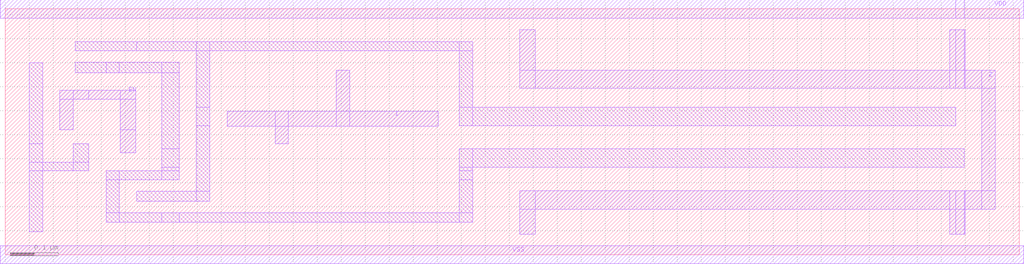
<source format=lef>
# 
# ******************************************************************************
# *                                                                            *
# *                   Copyright (C) 2004-2014, Nangate Inc.                    *
# *                           All rights reserved.                             *
# *                                                                            *
# * Nangate and the Nangate logo are trademarks of Nangate Inc.                *
# *                                                                            *
# * All trademarks, logos, software marks, and trade names (collectively the   *
# * "Marks") in this program are proprietary to Nangate or other respective    *
# * owners that have granted Nangate the right and license to use such Marks.  *
# * You are not permitted to use the Marks without the prior written consent   *
# * of Nangate or such third party that may own the Marks.                     *
# *                                                                            *
# * This file has been provided pursuant to a License Agreement containing     *
# * restrictions on its use. This file contains valuable trade secrets and     *
# * proprietary information of Nangate Inc., and is protected by U.S. and      *
# * international laws and/or treaties.                                        *
# *                                                                            *
# * The copyright notice(s) in this file does not indicate actual or intended  *
# * publication of this file.                                                  *
# *                                                                            *
# *       NGLibraryCreator, Development_version_64 - build 201405300513        *
# *                                                                            *
# ******************************************************************************
# 
# 
# Running on us19.nangate.us for user Lucio Rech (lre).
# Local time is now Tue, 3 Jun 2014, 13:07:07.
# Main process id is 12480.

VERSION 5.6 ;
BUSBITCHARS "[]" ;
DIVIDERCHAR "/" ;

MACRO AND2_X1_8T
  CLASS core ;
  FOREIGN AND2_X1_8T 0.0 0.0 ;
  ORIGIN 0 0 ;
  SYMMETRY X Y ;
  SITE NanGate_15nm_OCL ;
  SIZE 0.384 BY 0.512 ;
  PIN A1
    DIRECTION INPUT ;
    PORT
      LAYER M1 ;
        RECT 0.178 0.1707 0.206 0.4639 ;
    END
  END A1
  PIN A2
    DIRECTION INPUT ;
    PORT
      LAYER M1 ;
        RECT 0.05 0.0847 0.078 0.35 ;
    END
  END A2
  PIN Z
    DIRECTION OUTPUT ;
    PORT
      LAYER M1 ;
        RECT 0.306 0.076 0.334 0.4267 ;
    END
  END Z
  PIN VDD
    DIRECTION INOUT ;
    USE power ;
    SHAPE ABUTMENT ;
    PORT
      LAYER M1 ;
        RECT -0.01 0.4933 0.27 0.5307 ;
        RECT 0.27 0.4933 0.394 0.5307 ;
    END
  END VDD
  PIN VSS
    DIRECTION INOUT ;
    USE ground ;
    SHAPE ABUTMENT ;
    PORT
      LAYER M1 ;
        RECT -0.01 -0.0187 0.394 0.0187 ;
    END
  END VSS
  OBS
      LAYER M1 ;
        RECT 0.114 0.108 0.1419 0.1267 ;
        RECT 0.114 0.1267 0.1419 0.2853 ;
        RECT 0.114 0.2853 0.1419 0.3627 ;
        RECT 0.1419 0.108 0.242 0.1267 ;
        RECT 0.242 0.108 0.27 0.1267 ;
        RECT 0.242 0.1267 0.27 0.2853 ;
      LAYER M1 ;
        RECT 0.114 0.108 0.1419 0.1267 ;
        RECT 0.114 0.1267 0.1419 0.2853 ;
        RECT 0.114 0.2853 0.1419 0.3627 ;
        RECT 0.1419 0.108 0.242 0.1267 ;
        RECT 0.242 0.108 0.27 0.1267 ;
        RECT 0.242 0.1267 0.27 0.2853 ;
  END
END AND2_X1_8T

MACRO AND2_X2_8T
  CLASS core ;
  FOREIGN AND2_X2_8T 0.0 0.0 ;
  ORIGIN 0 0 ;
  SYMMETRY X Y ;
  SITE NanGate_15nm_OCL ;
  SIZE 0.448 BY 0.512 ;
  PIN A1
    DIRECTION INPUT ;
    PORT
      LAYER M1 ;
        RECT 0.178 0.1707 0.206 0.3413 ;
    END
  END A1
  PIN A2
    DIRECTION INPUT ;
    PORT
      LAYER M1 ;
        RECT 0.045 0.1653 0.083 0.3467 ;
    END
  END A2
  PIN Z
    DIRECTION OUTPUT ;
    PORT
      LAYER M1 ;
        RECT 0.302 0.0427 0.306 0.0867 ;
        RECT 0.302 0.4253 0.306 0.4693 ;
        RECT 0.306 0.0427 0.334 0.0867 ;
        RECT 0.306 0.0867 0.334 0.4253 ;
        RECT 0.306 0.4253 0.334 0.4693 ;
    END
  END Z
  PIN VDD
    DIRECTION INOUT ;
    USE power ;
    SHAPE ABUTMENT ;
    PORT
      LAYER M1 ;
        RECT -0.01 0.4933 0.27 0.5307 ;
        RECT 0.27 0.4933 0.458 0.5307 ;
    END
  END VDD
  PIN VSS
    DIRECTION INOUT ;
    USE ground ;
    SHAPE ABUTMENT ;
    PORT
      LAYER M1 ;
        RECT -0.01 -0.0187 0.458 0.0187 ;
    END
  END VSS
  OBS
      LAYER M1 ;
        RECT 0.054 0.3827 0.082 0.4013 ;
        RECT 0.082 0.1107 0.242 0.1293 ;
        RECT 0.082 0.3827 0.242 0.4013 ;
        RECT 0.242 0.1107 0.27 0.1293 ;
        RECT 0.242 0.1293 0.27 0.3827 ;
        RECT 0.242 0.3827 0.27 0.4013 ;
      LAYER M1 ;
        RECT 0.054 0.3827 0.082 0.4013 ;
        RECT 0.082 0.1107 0.242 0.1293 ;
        RECT 0.082 0.3827 0.242 0.4013 ;
        RECT 0.242 0.1107 0.27 0.1293 ;
        RECT 0.242 0.1293 0.27 0.3827 ;
        RECT 0.242 0.3827 0.27 0.4013 ;
  END
END AND2_X2_8T

MACRO AND3_X1_8T
  CLASS core ;
  FOREIGN AND3_X1_8T 0.0 0.0 ;
  ORIGIN 0 0 ;
  SYMMETRY X Y ;
  SITE NanGate_15nm_OCL ;
  SIZE 0.512 BY 0.512 ;
  PIN A1
    DIRECTION INPUT ;
    PORT
      LAYER M1 ;
        RECT 0.306 0.128 0.334 0.384 ;
    END
  END A1
  PIN A2
    DIRECTION INPUT ;
    PORT
      LAYER M1 ;
        RECT 0.1729 0.128 0.211 0.384 ;
    END
  END A2
  PIN A3
    DIRECTION INPUT ;
    PORT
      LAYER M1 ;
        RECT 0.048 0.128 0.08 0.384 ;
    END
  END A3
  PIN Z
    DIRECTION OUTPUT ;
    PORT
      LAYER M1 ;
        RECT 0.434 0.076 0.462 0.436 ;
    END
  END Z
  PIN VDD
    DIRECTION INOUT ;
    USE power ;
    SHAPE ABUTMENT ;
    PORT
      LAYER M1 ;
        RECT -0.01 0.4933 0.398 0.5307 ;
        RECT 0.398 0.4933 0.522 0.5307 ;
    END
  END VDD
  PIN VSS
    DIRECTION INOUT ;
    USE ground ;
    SHAPE ABUTMENT ;
    PORT
      LAYER M1 ;
        RECT -0.01 -0.0187 0.522 0.0187 ;
    END
  END VSS
  OBS
      LAYER M1 ;
        RECT 0.079 0.0667 0.238 0.066732 ;
        RECT 0.054 0.4207 0.274 0.4393 ;
        RECT 0.274 0.0633 0.37 0.0913 ;
        RECT 0.274 0.4207 0.37 0.4393 ;
        RECT 0.37 0.0633 0.398 0.0913 ;
        RECT 0.37 0.0913 0.398 0.4207 ;
        RECT 0.37 0.4207 0.398 0.4393 ;
      LAYER M1 ;
        RECT 0.079 0.0667 0.238 0.066732 ;
        RECT 0.054 0.4207 0.274 0.4393 ;
        RECT 0.274 0.0633 0.37 0.0913 ;
        RECT 0.274 0.4207 0.37 0.4393 ;
        RECT 0.37 0.0633 0.398 0.0913 ;
        RECT 0.37 0.0913 0.398 0.4207 ;
        RECT 0.37 0.4207 0.398 0.4393 ;
  END
END AND3_X1_8T

MACRO AND3_X2_8T
  CLASS core ;
  FOREIGN AND3_X2_8T 0.0 0.0 ;
  ORIGIN 0 0 ;
  SYMMETRY X Y ;
  SITE NanGate_15nm_OCL ;
  SIZE 0.512 BY 0.512 ;
  PIN A1
    DIRECTION INPUT ;
    PORT
      LAYER M1 ;
        RECT 0.178 0.2133 0.206 0.342 ;
    END
  END A1
  PIN A2
    DIRECTION INPUT ;
    PORT
      LAYER M1 ;
        RECT 0.045 0.1707 0.083 0.3413 ;
    END
  END A2
  PIN A3
    DIRECTION INPUT ;
    PORT
      LAYER M1 ;
        RECT 0.242 0.2013 0.27 0.358 ;
    END
  END A3
  PIN Z
    DIRECTION OUTPUT ;
    PORT
      LAYER M1 ;
        RECT 0.366 0.0427 0.37 0.1047 ;
        RECT 0.366 0.4253 0.37 0.4693 ;
        RECT 0.37 0.0427 0.398 0.1047 ;
        RECT 0.37 0.1047 0.398 0.4253 ;
        RECT 0.37 0.4253 0.398 0.4693 ;
    END
  END Z
  PIN VDD
    DIRECTION INOUT ;
    USE power ;
    SHAPE ABUTMENT ;
    PORT
      LAYER M1 ;
        RECT -0.01 0.4933 0.334 0.5307 ;
        RECT 0.334 0.4933 0.522 0.5307 ;
    END
  END VDD
  PIN VSS
    DIRECTION INOUT ;
    USE ground ;
    SHAPE ABUTMENT ;
    PORT
      LAYER M1 ;
        RECT -0.01 -0.0187 0.522 0.0187 ;
    END
  END VSS
  OBS
      LAYER M1 ;
        RECT 0.048 0.048 0.08 0.104 ;
        RECT 0.048 0.104 0.08 0.1253 ;
        RECT 0.08 0.104 0.298 0.1253 ;
        RECT 0.054 0.3873 0.146 0.4087 ;
        RECT 0.146 0.1493 0.306 0.168 ;
        RECT 0.146 0.3873 0.306 0.4087 ;
        RECT 0.306 0.1493 0.334 0.168 ;
        RECT 0.306 0.168 0.334 0.3873 ;
        RECT 0.306 0.3873 0.334 0.4087 ;
      LAYER M1 ;
        RECT 0.048 0.048 0.08 0.104 ;
        RECT 0.048 0.104 0.08 0.1253 ;
        RECT 0.08 0.104 0.298 0.1253 ;
        RECT 0.054 0.3873 0.146 0.4087 ;
        RECT 0.146 0.1493 0.306 0.168 ;
        RECT 0.146 0.3873 0.306 0.4087 ;
        RECT 0.306 0.1493 0.334 0.168 ;
        RECT 0.306 0.168 0.334 0.3873 ;
        RECT 0.306 0.3873 0.334 0.4087 ;
  END
END AND3_X2_8T

MACRO AND4_X1_8T
  CLASS core ;
  FOREIGN AND4_X1_8T 0.0 0.0 ;
  ORIGIN 0 0 ;
  SYMMETRY X Y ;
  SITE NanGate_15nm_OCL ;
  SIZE 0.576 BY 0.512 ;
  PIN A1
    DIRECTION INPUT ;
    PORT
      LAYER M1 ;
        RECT 0.37 0.128 0.398 0.384 ;
    END
  END A1
  PIN A2
    DIRECTION INPUT ;
    PORT
      LAYER M1 ;
        RECT 0.24 0.128 0.272 0.384 ;
    END
  END A2
  PIN A3
    DIRECTION INPUT ;
    PORT
      LAYER M1 ;
        RECT 0.114 0.128 0.1419 0.3413 ;
    END
  END A3
  PIN A4
    DIRECTION INPUT ;
    PORT
      LAYER M1 ;
        RECT 0.05 0.128 0.078 0.384 ;
    END
  END A4
  PIN Z
    DIRECTION OUTPUT ;
    PORT
      LAYER M1 ;
        RECT 0.498 0.076 0.526 0.436 ;
    END
  END Z
  PIN VDD
    DIRECTION INOUT ;
    USE power ;
    SHAPE ABUTMENT ;
    PORT
      LAYER M1 ;
        RECT -0.01 0.4933 0.462 0.5307 ;
        RECT 0.462 0.4933 0.586 0.5307 ;
    END
  END VDD
  PIN VSS
    DIRECTION INOUT ;
    USE ground ;
    SHAPE ABUTMENT ;
    PORT
      LAYER M1 ;
        RECT -0.01 -0.0187 0.586 0.0187 ;
    END
  END VSS
  OBS
      LAYER M1 ;
        RECT 0.082 0.424 0.338 0.4453 ;
        RECT 0.338 0.0667 0.434 0.066732 ;
        RECT 0.338 0.424 0.434 0.4453 ;
        RECT 0.434 0.0667 0.462 0.066732 ;
        RECT 0.434 0.088 0.462 0.424 ;
        RECT 0.434 0.424 0.462 0.4453 ;
        RECT 0.1409 0.066 0.298 0.098 ;
      LAYER M1 ;
        RECT 0.082 0.424 0.338 0.4453 ;
        RECT 0.338 0.0667 0.434 0.066732 ;
        RECT 0.338 0.424 0.434 0.4453 ;
        RECT 0.434 0.0667 0.462 0.066732 ;
        RECT 0.434 0.088 0.462 0.424 ;
        RECT 0.434 0.424 0.462 0.4453 ;
        RECT 0.1409 0.066 0.298 0.098 ;
  END
END AND4_X1_8T

MACRO AND4_X2_8T
  CLASS core ;
  FOREIGN AND4_X2_8T 0.0 0.0 ;
  ORIGIN 0 0 ;
  SYMMETRY X Y ;
  SITE NanGate_15nm_OCL ;
  SIZE 0.64 BY 0.512 ;
  PIN A1
    DIRECTION INPUT ;
    PORT
      LAYER M1 ;
        RECT 0.37 0.1607 0.398 0.384 ;
    END
  END A1
  PIN A2
    DIRECTION INPUT ;
    PORT
      LAYER M1 ;
        RECT 0.242 0.128 0.27 0.3847 ;
    END
  END A2
  PIN A3
    DIRECTION INPUT ;
    PORT
      LAYER M1 ;
        RECT 0.114 0.128 0.1419 0.3847 ;
    END
  END A3
  PIN A4
    DIRECTION INPUT ;
    PORT
      LAYER M1 ;
        RECT 0.05 0.128 0.078 0.3847 ;
    END
  END A4
  PIN Z
    DIRECTION OUTPUT ;
    PORT
      LAYER M1 ;
        RECT 0.498 0.064 0.526 0.4267 ;
    END
  END Z
  PIN VDD
    DIRECTION INOUT ;
    USE power ;
    SHAPE ABUTMENT ;
    PORT
      LAYER M1 ;
        RECT -0.01 0.4933 0.462 0.5307 ;
        RECT 0.462 0.4933 0.65 0.5307 ;
    END
  END VDD
  PIN VSS
    DIRECTION INOUT ;
    USE ground ;
    SHAPE ABUTMENT ;
    PORT
      LAYER M1 ;
        RECT -0.01 -0.0187 0.65 0.0187 ;
    END
  END VSS
  OBS
      LAYER M1 ;
        RECT 0.0667419 0.0667 0.298 0.066732 ;
        RECT 0.082 0.424 0.342 0.4453 ;
        RECT 0.342 0.11 0.434 0.1313 ;
        RECT 0.342 0.424 0.434 0.4453 ;
        RECT 0.434 0.11 0.462 0.1313 ;
        RECT 0.434 0.1313 0.462 0.424 ;
        RECT 0.434 0.424 0.462 0.4453 ;
      LAYER M1 ;
        RECT 0.0667419 0.0667 0.298 0.066732 ;
        RECT 0.082 0.424 0.342 0.4453 ;
        RECT 0.342 0.11 0.434 0.1313 ;
        RECT 0.342 0.424 0.434 0.4453 ;
        RECT 0.434 0.11 0.462 0.1313 ;
        RECT 0.434 0.1313 0.462 0.424 ;
        RECT 0.434 0.424 0.462 0.4453 ;
  END
END AND4_X2_8T

MACRO ANTENNA_8T
  CLASS core ;
  FOREIGN ANTENNA_8T 0.0 0.0 ;
  ORIGIN 0 0 ;
  SYMMETRY X Y ;
  SITE NanGate_15nm_OCL ;
  SIZE 0.192 BY 0.512 ;
END ANTENNA_8T

MACRO AOI21_X1_8T
  CLASS core ;
  FOREIGN AOI21_X1_8T 0.0 0.0 ;
  ORIGIN 0 0 ;
  SYMMETRY X Y ;
  SITE NanGate_15nm_OCL ;
  SIZE 0.384 BY 0.512 ;
  PIN A1
    DIRECTION INPUT ;
    PORT
      LAYER M1 ;
        RECT 0.178 0.128 0.206 0.3413 ;
    END
  END A1
  PIN A2
    DIRECTION INPUT ;
    PORT
      LAYER M1 ;
        RECT 0.05 0.0893 0.078 0.3413 ;
    END
  END A2
  PIN B
    DIRECTION INPUT ;
    PORT
      LAYER M1 ;
        RECT 0.306 0.128 0.334 0.3413 ;
    END
  END B
  PIN ZN
    DIRECTION OUTPUT ;
    PORT
      LAYER M1 ;
        RECT 0.066714 0.0667 0.0667419 0.066732 ;
        RECT 0.114 0.088 0.1419 0.3573 ;
        RECT 0.0667419 0.0667 0.306 0.066732 ;
    END
  END ZN
  PIN VDD
    DIRECTION INOUT ;
    USE power ;
    SHAPE ABUTMENT ;
    PORT
      LAYER M1 ;
        RECT -0.01 0.4933 0.298 0.5307 ;
        RECT 0.298 0.4933 0.394 0.5307 ;
    END
  END VDD
  PIN VSS
    DIRECTION INOUT ;
    USE ground ;
    SHAPE ABUTMENT ;
    PORT
      LAYER M1 ;
        RECT -0.01 -0.0187 0.394 0.0187 ;
    END
  END VSS
  OBS
      LAYER M1 ;
        RECT 0.048 0.3867 0.08 0.408 ;
        RECT 0.048 0.408 0.08 0.4693 ;
        RECT 0.08 0.3867 0.298 0.408 ;
      LAYER M1 ;
        RECT 0.048 0.3867 0.08 0.408 ;
        RECT 0.048 0.408 0.08 0.4693 ;
        RECT 0.08 0.3867 0.298 0.408 ;
  END
END AOI21_X1_8T

MACRO AOI21_X2_8T
  CLASS core ;
  FOREIGN AOI21_X2_8T 0.0 0.0 ;
  ORIGIN 0 0 ;
  SYMMETRY X Y ;
  SITE NanGate_15nm_OCL ;
  SIZE 0.576 BY 0.512 ;
  PIN A1
    DIRECTION INPUT ;
    PORT
      LAYER M1 ;
        RECT 0.37 0.2013 0.398 0.2987 ;
    END
  END A1
  PIN A2
    DIRECTION INPUT ;
    PORT
      LAYER M1 ;
        RECT 0.242 0.1533 0.27 0.172 ;
        RECT 0.242 0.172 0.27 0.2987 ;
        RECT 0.242 0.2987 0.27 0.3413 ;
        RECT 0.27 0.1533 0.493 0.172 ;
        RECT 0.493 0.1533 0.531 0.172 ;
        RECT 0.493 0.172 0.531 0.2987 ;
    END
  END A2
  PIN B
    DIRECTION INPUT ;
    PORT
      LAYER M1 ;
        RECT 0.114 0.1707 0.1419 0.2987 ;
    END
  END B
  PIN ZN
    DIRECTION OUTPUT ;
    PORT
      LAYER M1 ;
        RECT 0.077 0.1107 0.178 0.1293 ;
        RECT 0.178 0.1107 0.206 0.1293 ;
        RECT 0.178 0.1293 0.206 0.326 ;
        RECT 0.178 0.326 0.206 0.3806 ;
        RECT 0.178 0.3806 0.206 0.3993 ;
        RECT 0.206 0.1107 0.43 0.1293 ;
        RECT 0.206 0.3806 0.43 0.3993 ;
        RECT 0.43 0.3806 0.434 0.3993 ;
        RECT 0.434 0.326 0.462 0.3806 ;
        RECT 0.434 0.3806 0.462 0.3993 ;
    END
  END ZN
  PIN VDD
    DIRECTION INOUT ;
    USE power ;
    SHAPE ABUTMENT ;
    PORT
      LAYER M1 ;
        RECT -0.01 0.4933 0.526 0.5307 ;
        RECT 0.526 0.4933 0.535 0.5307 ;
        RECT 0.535 0.4933 0.586 0.5307 ;
    END
  END VDD
  PIN VSS
    DIRECTION INOUT ;
    USE ground ;
    SHAPE ABUTMENT ;
    PORT
      LAYER M1 ;
        RECT -0.01 -0.0187 0.586 0.0187 ;
    END
  END VSS
  OBS
      LAYER M1 ;
        RECT 0.048 0.3667 0.08 0.4233 ;
        RECT 0.048 0.4233 0.08 0.446 ;
        RECT 0.08 0.4233 0.498 0.446 ;
        RECT 0.498 0.344 0.526 0.3667 ;
        RECT 0.498 0.3667 0.526 0.4233 ;
        RECT 0.498 0.4233 0.526 0.446 ;
        RECT 0.146 0.0679 0.535 0.0867 ;
      LAYER M1 ;
        RECT 0.048 0.3667 0.08 0.4233 ;
        RECT 0.048 0.4233 0.08 0.446 ;
        RECT 0.08 0.4233 0.498 0.446 ;
        RECT 0.498 0.344 0.526 0.3667 ;
        RECT 0.498 0.3667 0.526 0.4233 ;
        RECT 0.498 0.4233 0.526 0.446 ;
        RECT 0.146 0.0679 0.535 0.0867 ;
  END
END AOI21_X2_8T

MACRO AOI22_X1_8T
  CLASS core ;
  FOREIGN AOI22_X1_8T 0.0 0.0 ;
  ORIGIN 0 0 ;
  SYMMETRY X Y ;
  SITE NanGate_15nm_OCL ;
  SIZE 0.448 BY 0.512 ;
  PIN A1
    DIRECTION INPUT ;
    PORT
      LAYER M1 ;
        RECT 0.242 0.128 0.27 0.3413 ;
    END
  END A1
  PIN A2
    DIRECTION INPUT ;
    PORT
      LAYER M1 ;
        RECT 0.37 0.128 0.398 0.3233 ;
    END
  END A2
  PIN B1
    DIRECTION INPUT ;
    PORT
      LAYER M1 ;
        RECT 0.114 0.132 0.1419 0.384 ;
    END
  END B1
  PIN B2
    DIRECTION INPUT ;
    PORT
      LAYER M1 ;
        RECT 0.05 0.128 0.078 0.384 ;
    END
  END B2
  PIN ZN
    DIRECTION OUTPUT ;
    PORT
      LAYER M1 ;
        RECT 0.1409 0.0679 0.306 0.0867 ;
        RECT 0.306 0.0679 0.334 0.0867 ;
        RECT 0.306 0.0867 0.334 0.388 ;
    END
  END ZN
  PIN VDD
    DIRECTION INOUT ;
    USE power ;
    SHAPE ABUTMENT ;
    PORT
      LAYER M1 ;
        RECT -0.01 0.4933 0.398 0.5307 ;
        RECT 0.398 0.4933 0.458 0.5307 ;
    END
  END VDD
  PIN VSS
    DIRECTION INOUT ;
    USE ground ;
    SHAPE ABUTMENT ;
    PORT
      LAYER M1 ;
        RECT -0.01 -0.0187 0.458 0.0187 ;
    END
  END VSS
  OBS
      LAYER M1 ;
        RECT 0.082 0.42 0.37 0.4493 ;
        RECT 0.37 0.3687 0.398 0.42 ;
        RECT 0.37 0.42 0.398 0.4493 ;
      LAYER M1 ;
        RECT 0.082 0.42 0.37 0.4493 ;
        RECT 0.37 0.3687 0.398 0.42 ;
        RECT 0.37 0.42 0.398 0.4493 ;
  END
END AOI22_X1_8T

MACRO AOI22_X2_8T
  CLASS core ;
  FOREIGN AOI22_X2_8T 0.0 0.0 ;
  ORIGIN 0 0 ;
  SYMMETRY X Y ;
  SITE NanGate_15nm_OCL ;
  SIZE 0.512 BY 0.512 ;
  PIN A1
    DIRECTION INPUT ;
    PORT
      LAYER M1 ;
        RECT 0.434 0.1827 0.462 0.2013 ;
        RECT 0.434 0.2013 0.462 0.326 ;
        RECT 0.434 0.326 0.462 0.3413 ;
        RECT 0.462 0.1827 0.654 0.2013 ;
        RECT 0.654 0.1827 0.6899 0.2013 ;
        RECT 0.6899 0.1827 0.718 0.2013 ;
        RECT 0.6899 0.2013 0.718 0.326 ;
    END
  END A1
  PIN A2
    DIRECTION INPUT ;
    PORT
      LAYER M1 ;
        RECT 0.562 0.2467 0.59 0.3413 ;
    END
  END A2
  PIN B1
    DIRECTION INPUT ;
    PORT
      LAYER M1 ;
        RECT 0.204 0.204 0.334 0.3507 ;
    END
  END B1
  PIN B2
    DIRECTION INPUT ;
    PORT
      LAYER M1 ;
        RECT 0.05 0.1613 0.078 0.3413 ;
    END
  END B2
  PIN ZN
    DIRECTION OUTPUT ;
    PORT
      LAYER M1 ;
        RECT 0.133342 0.1333 0.13337 0.133328 ;
        RECT 0.242 0.152 0.27 0.1527 ;
        RECT 0.242 0.1527 0.27 0.2133 ;
        RECT 0.13337 0.1333 0.362 0.133328 ;
        RECT 0.362 0.1333 0.37 0.133328 ;
        RECT 0.37 0.1333 0.398 0.133328 ;
        RECT 0.37 0.152 0.398 0.1527 ;
        RECT 0.37 0.1527 0.398 0.2133 ;
        RECT 0.37 0.2133 0.398 0.3087 ;
        RECT 0.37 0.3087 0.398 0.3786 ;
        RECT 0.37 0.3786 0.398 0.4013 ;
        RECT 0.398 0.1333 0.626 0.133328 ;
        RECT 0.398 0.152 0.626 0.1527 ;
        RECT 0.398 0.3786 0.626 0.4013 ;
        RECT 0.626 0.1333 0.654 0.133328 ;
        RECT 0.626 0.152 0.654 0.1527 ;
        RECT 0.626 0.3087 0.654 0.3786 ;
        RECT 0.626 0.3786 0.654 0.4013 ;
        RECT 0.654 0.1333 0.6899 0.133328 ;
        RECT 0.654 0.152 0.6899 0.1527 ;
        RECT 0.6899 0.064 0.718 0.1333 ;
        RECT 0.6899 0.1333 0.718 0.133328 ;
        RECT 0.6899 0.152 0.718 0.1527 ;
    END
  END ZN
  PIN VDD
    DIRECTION INOUT ;
    USE power ;
    SHAPE ABUTMENT ;
    PORT
      LAYER M1 ;
        RECT -0.01 0.4933 0.718 0.5307 ;
        RECT 0.718 0.4933 0.778 0.5307 ;
    END
  END VDD
  PIN VSS
    DIRECTION INOUT ;
    USE ground ;
    SHAPE ABUTMENT ;
    PORT
      LAYER M1 ;
        RECT -0.01 -0.0187 0.778 0.0187 ;
    END
  END VSS
  OBS
      LAYER M1 ;
        RECT 0.406 0.088 0.626 0.1093 ;
        RECT 0.626 0.048 0.654 0.088 ;
        RECT 0.626 0.088 0.654 0.1093 ;
        RECT 0.077 0.4253 0.6899 0.444 ;
        RECT 0.6899 0.3713 0.718 0.4253 ;
        RECT 0.6899 0.4253 0.718 0.444 ;
        RECT 0.0859 0.0579 0.362 0.0967 ;
      LAYER M1 ;
        RECT 0.406 0.088 0.626 0.1093 ;
        RECT 0.626 0.048 0.654 0.088 ;
        RECT 0.626 0.088 0.654 0.1093 ;
        RECT 0.077 0.4253 0.6899 0.444 ;
        RECT 0.6899 0.3713 0.718 0.4253 ;
        RECT 0.6899 0.4253 0.718 0.444 ;
        RECT 0.0859 0.0579 0.362 0.0967 ;
  END
END AOI22_X2_8T

MACRO BUF_X1_8T
  CLASS core ;
  FOREIGN BUF_X1_8T 0.0 0.0 ;
  ORIGIN 0 0 ;
  SYMMETRY X Y ;
  SITE NanGate_15nm_OCL ;
  SIZE 0.32 BY 0.512 ;
  PIN I
    DIRECTION INPUT ;
    PORT
      LAYER M1 ;
        RECT 0.05 0.128 0.078 0.384 ;
    END
  END I
  PIN Z
    DIRECTION OUTPUT ;
    PORT
      LAYER M1 ;
        RECT 0.24 0.076 0.272 0.4693 ;
    END
  END Z
  PIN VDD
    DIRECTION INOUT ;
    USE power ;
    SHAPE ABUTMENT ;
    PORT
      LAYER M1 ;
        RECT -0.01 0.4933 0.1429 0.5307 ;
        RECT 0.1429 0.4933 0.33 0.5307 ;
    END
  END VDD
  PIN VSS
    DIRECTION INOUT ;
    USE ground ;
    SHAPE ABUTMENT ;
    PORT
      LAYER M1 ;
        RECT -0.01 -0.0187 0.33 0.0187 ;
    END
  END VSS
  OBS
      LAYER M1 ;
        RECT 0.114 0.048 0.115 0.1233 ;
        RECT 0.114 0.1233 0.115 0.142 ;
        RECT 0.114 0.2853 0.115 0.304 ;
        RECT 0.114 0.304 0.115 0.372 ;
        RECT 0.115 0.048 0.1419 0.1233 ;
        RECT 0.115 0.1233 0.1419 0.142 ;
        RECT 0.115 0.142 0.1419 0.2853 ;
        RECT 0.115 0.2853 0.1419 0.304 ;
        RECT 0.115 0.304 0.1419 0.372 ;
        RECT 0.1419 0.1233 0.1429 0.142 ;
        RECT 0.1419 0.142 0.1429 0.2853 ;
        RECT 0.1419 0.2853 0.1429 0.304 ;
      LAYER M1 ;
        RECT 0.114 0.048 0.115 0.1233 ;
        RECT 0.114 0.1233 0.115 0.142 ;
        RECT 0.114 0.2853 0.115 0.304 ;
        RECT 0.114 0.304 0.115 0.372 ;
        RECT 0.115 0.048 0.1419 0.1233 ;
        RECT 0.115 0.1233 0.1419 0.142 ;
        RECT 0.115 0.142 0.1419 0.2853 ;
        RECT 0.115 0.2853 0.1419 0.304 ;
        RECT 0.115 0.304 0.1419 0.372 ;
        RECT 0.1419 0.1233 0.1429 0.142 ;
        RECT 0.1419 0.142 0.1429 0.2853 ;
        RECT 0.1419 0.2853 0.1429 0.304 ;
  END
END BUF_X1_8T

MACRO BUF_X2_8T
  CLASS core ;
  FOREIGN BUF_X2_8T 0.0 0.0 ;
  ORIGIN 0 0 ;
  SYMMETRY X Y ;
  SITE NanGate_15nm_OCL ;
  SIZE 0.32 BY 0.512 ;
  PIN I
    DIRECTION INPUT ;
    PORT
      LAYER M1 ;
        RECT 0.05 0.178 0.078 0.3413 ;
    END
  END I
  PIN Z
    DIRECTION OUTPUT ;
    PORT
      LAYER M1 ;
        RECT 0.1739 0.402 0.177 0.4693 ;
        RECT 0.177 0.048 0.178 0.088 ;
        RECT 0.177 0.402 0.178 0.4693 ;
        RECT 0.178 0.048 0.206 0.088 ;
        RECT 0.178 0.088 0.206 0.402 ;
        RECT 0.178 0.402 0.206 0.4693 ;
    END
  END Z
  PIN VDD
    DIRECTION INOUT ;
    USE power ;
    SHAPE ABUTMENT ;
    PORT
      LAYER M1 ;
        RECT -0.01 0.4933 0.1419 0.5307 ;
        RECT 0.1419 0.4933 0.33 0.5307 ;
    END
  END VDD
  PIN VSS
    DIRECTION INOUT ;
    USE ground ;
    SHAPE ABUTMENT ;
    PORT
      LAYER M1 ;
        RECT -0.01 -0.0187 0.33 0.0187 ;
    END
  END VSS
  OBS
      LAYER M1 ;
        RECT 0.042 0.3707 0.05 0.3893 ;
        RECT 0.042 0.3893 0.05 0.4573 ;
        RECT 0.05 0.064 0.078 0.128 ;
        RECT 0.05 0.128 0.078 0.1467 ;
        RECT 0.05 0.3707 0.078 0.3893 ;
        RECT 0.05 0.3893 0.078 0.4573 ;
        RECT 0.078 0.128 0.0859 0.1467 ;
        RECT 0.078 0.3707 0.0859 0.3893 ;
        RECT 0.078 0.3893 0.0859 0.4573 ;
        RECT 0.0859 0.128 0.114 0.1467 ;
        RECT 0.0859 0.3707 0.114 0.3893 ;
        RECT 0.114 0.128 0.1419 0.1467 ;
        RECT 0.114 0.1467 0.1419 0.3707 ;
        RECT 0.114 0.3707 0.1419 0.3893 ;
      LAYER M1 ;
        RECT 0.042 0.3707 0.05 0.3893 ;
        RECT 0.042 0.3893 0.05 0.4573 ;
        RECT 0.05 0.064 0.078 0.128 ;
        RECT 0.05 0.128 0.078 0.1467 ;
        RECT 0.05 0.3707 0.078 0.3893 ;
        RECT 0.05 0.3893 0.078 0.4573 ;
        RECT 0.078 0.128 0.0859 0.1467 ;
        RECT 0.078 0.3707 0.0859 0.3893 ;
        RECT 0.078 0.3893 0.0859 0.4573 ;
        RECT 0.0859 0.128 0.114 0.1467 ;
        RECT 0.0859 0.3707 0.114 0.3893 ;
        RECT 0.114 0.128 0.1419 0.1467 ;
        RECT 0.114 0.1467 0.1419 0.3707 ;
        RECT 0.114 0.3707 0.1419 0.3893 ;
  END
END BUF_X2_8T

MACRO BUF_X4_8T
  CLASS core ;
  FOREIGN BUF_X4_8T 0.0 0.0 ;
  ORIGIN 0 0 ;
  SYMMETRY X Y ;
  SITE NanGate_15nm_OCL ;
  SIZE 0.512 BY 0.512 ;
  PIN I
    DIRECTION INPUT ;
    PORT
      LAYER M1 ;
        RECT 0.178 0.1613 0.206 0.3507 ;
    END
  END I
  PIN Z
    DIRECTION OUTPUT ;
    PORT
      LAYER M1 ;
        RECT 0.145 0.0679 0.21 0.0867 ;
        RECT 0.21 0.0679 0.27 0.0867 ;
        RECT 0.21 0.4253 0.27 0.444 ;
        RECT 0.27 0.0679 0.368 0.0867 ;
        RECT 0.27 0.4253 0.368 0.444 ;
        RECT 0.368 0.0679 0.4 0.0867 ;
        RECT 0.368 0.0867 0.4 0.4253 ;
        RECT 0.368 0.4253 0.4 0.444 ;
    END
  END Z
  PIN VDD
    DIRECTION INOUT ;
    USE power ;
    SHAPE ABUTMENT ;
    PORT
      LAYER M1 ;
        RECT -0.01 0.4933 0.27 0.5307 ;
        RECT 0.27 0.4933 0.522 0.5307 ;
    END
  END VDD
  PIN VSS
    DIRECTION INOUT ;
    USE ground ;
    SHAPE ABUTMENT ;
    PORT
      LAYER M1 ;
        RECT -0.01 -0.0187 0.522 0.0187 ;
    END
  END VSS
  OBS
      LAYER M1 ;
        RECT 0.027 0.1107 0.0859 0.132 ;
        RECT 0.0859 0.1107 0.242 0.132 ;
        RECT 0.0859 0.3799 0.242 0.4013 ;
        RECT 0.242 0.1107 0.27 0.132 ;
        RECT 0.242 0.132 0.27 0.3799 ;
        RECT 0.242 0.3799 0.27 0.4013 ;
      LAYER M1 ;
        RECT 0.027 0.1107 0.0859 0.132 ;
        RECT 0.0859 0.1107 0.242 0.132 ;
        RECT 0.0859 0.3799 0.242 0.4013 ;
        RECT 0.242 0.1107 0.27 0.132 ;
        RECT 0.242 0.132 0.27 0.3799 ;
        RECT 0.242 0.3799 0.27 0.4013 ;
  END
END BUF_X4_8T

MACRO BUF_X8_8T
  CLASS core ;
  FOREIGN BUF_X8_8T 0.0 0.0 ;
  ORIGIN 0 0 ;
  SYMMETRY X Y ;
  SITE NanGate_15nm_OCL ;
  SIZE 0.896 BY 0.512 ;
  PIN I
    DIRECTION INPUT ;
    PORT
      LAYER M1 ;
        RECT 0.05 0.1707 0.078 0.244 ;
        RECT 0.05 0.244 0.078 0.2653 ;
        RECT 0.05 0.2653 0.078 0.3413 ;
        RECT 0.078 0.244 0.298 0.2653 ;
    END
  END I
  PIN Z
    DIRECTION OUTPUT ;
    PORT
      LAYER M1 ;
        RECT 0.338 0.0679 0.7 0.0867 ;
        RECT 0.338 0.4253 0.7 0.444 ;
        RECT 0.7 0.0679 0.754 0.0867 ;
        RECT 0.7 0.4253 0.754 0.444 ;
        RECT 0.754 0.0679 0.782 0.0867 ;
        RECT 0.754 0.0867 0.782 0.4253 ;
        RECT 0.754 0.4253 0.782 0.444 ;
    END
  END Z
  PIN VDD
    DIRECTION INOUT ;
    USE power ;
    SHAPE ABUTMENT ;
    PORT
      LAYER M1 ;
        RECT -0.01 0.4933 0.7 0.5307 ;
        RECT 0.7 0.4933 0.906 0.5307 ;
    END
  END VDD
  PIN VSS
    DIRECTION INOUT ;
    USE ground ;
    SHAPE ABUTMENT ;
    PORT
      LAYER M1 ;
        RECT -0.01 -0.0187 0.906 0.0187 ;
    END
  END VSS
  OBS
      LAYER M1 ;
        RECT 0.099 0.0653 0.114 0.124 ;
        RECT 0.099 0.124 0.114 0.1427 ;
        RECT 0.114 0.0653 0.1419 0.124 ;
        RECT 0.114 0.124 0.1419 0.1427 ;
        RECT 0.114 0.3513 0.1419 0.3887 ;
        RECT 0.114 0.3887 0.1419 0.4467 ;
        RECT 0.1419 0.0653 0.157 0.124 ;
        RECT 0.1419 0.124 0.157 0.1427 ;
        RECT 0.1419 0.3513 0.157 0.3887 ;
        RECT 0.157 0.124 0.354 0.1427 ;
        RECT 0.157 0.3513 0.354 0.3887 ;
        RECT 0.354 0.124 0.382 0.1427 ;
        RECT 0.354 0.1427 0.382 0.2273 ;
        RECT 0.354 0.2273 0.382 0.246 ;
        RECT 0.354 0.246 0.382 0.3513 ;
        RECT 0.354 0.3513 0.382 0.3887 ;
        RECT 0.382 0.2273 0.7 0.246 ;
      LAYER M1 ;
        RECT 0.099 0.0653 0.114 0.124 ;
        RECT 0.099 0.124 0.114 0.1427 ;
        RECT 0.114 0.0653 0.1419 0.124 ;
        RECT 0.114 0.124 0.1419 0.1427 ;
        RECT 0.114 0.3513 0.1419 0.3887 ;
        RECT 0.114 0.3887 0.1419 0.4467 ;
        RECT 0.1419 0.0653 0.157 0.124 ;
        RECT 0.1419 0.124 0.157 0.1427 ;
        RECT 0.1419 0.3513 0.157 0.3887 ;
        RECT 0.157 0.124 0.354 0.1427 ;
        RECT 0.157 0.3513 0.354 0.3887 ;
        RECT 0.354 0.124 0.382 0.1427 ;
        RECT 0.354 0.1427 0.382 0.2273 ;
        RECT 0.354 0.2273 0.382 0.246 ;
        RECT 0.354 0.246 0.382 0.3513 ;
        RECT 0.354 0.3513 0.382 0.3887 ;
        RECT 0.382 0.2273 0.7 0.246 ;
  END
END BUF_X8_8T

MACRO BUF_X12_8T
  CLASS core ;
  FOREIGN BUF_X12_8T 0.0 0.0 ;
  ORIGIN 0 0 ;
  SYMMETRY X Y ;
  SITE NanGate_15nm_OCL ;
  SIZE 1.28 BY 0.512 ;
  PIN I
    DIRECTION INPUT ;
    PORT
      LAYER M1 ;
        RECT 0.048 0.1573 0.08 0.244 ;
        RECT 0.048 0.244 0.08 0.2653 ;
        RECT 0.048 0.2653 0.08 0.3433 ;
        RECT 0.08 0.244 0.426 0.2653 ;
    END
  END I
  PIN Z
    DIRECTION OUTPUT ;
    PORT
      LAYER M1 ;
        RECT 0.466 0.0679 1.07 0.0867 ;
        RECT 0.466 0.4253 1.07 0.444 ;
        RECT 1.07 0.0679 1.1359 0.0867 ;
        RECT 1.07 0.4253 1.1359 0.444 ;
        RECT 1.1359 0.0679 1.168 0.0867 ;
        RECT 1.1359 0.0867 1.168 0.4253 ;
        RECT 1.1359 0.4253 1.168 0.444 ;
    END
  END Z
  PIN VDD
    DIRECTION INOUT ;
    USE power ;
    SHAPE ABUTMENT ;
    PORT
      LAYER M1 ;
        RECT -0.01 0.4933 1.07 0.5307 ;
        RECT 1.07 0.4933 1.29 0.5307 ;
    END
  END VDD
  PIN VSS
    DIRECTION INOUT ;
    USE ground ;
    SHAPE ABUTMENT ;
    PORT
      LAYER M1 ;
        RECT -0.01 -0.0187 1.29 0.0187 ;
    END
  END VSS
  OBS
      LAYER M1 ;
        RECT 0.098 0.3673 0.112 0.3887 ;
        RECT 0.098 0.3887 0.112 0.4467 ;
        RECT 0.112 0.0653 0.144 0.1233 ;
        RECT 0.112 0.1233 0.144 0.1447 ;
        RECT 0.112 0.3673 0.144 0.3887 ;
        RECT 0.112 0.3887 0.144 0.4467 ;
        RECT 0.144 0.1233 0.157 0.1447 ;
        RECT 0.144 0.3673 0.157 0.3887 ;
        RECT 0.144 0.3887 0.157 0.4467 ;
        RECT 0.157 0.1233 0.462 0.1447 ;
        RECT 0.157 0.3673 0.462 0.3887 ;
        RECT 0.462 0.1233 0.49 0.1447 ;
        RECT 0.462 0.1447 0.49 0.2467 ;
        RECT 0.462 0.2467 0.49 0.2653 ;
        RECT 0.462 0.2653 0.49 0.3673 ;
        RECT 0.462 0.3673 0.49 0.3887 ;
        RECT 0.49 0.2467 1.07 0.2653 ;
      LAYER M1 ;
        RECT 0.098 0.3673 0.112 0.3887 ;
        RECT 0.098 0.3887 0.112 0.4467 ;
        RECT 0.112 0.0653 0.144 0.1233 ;
        RECT 0.112 0.1233 0.144 0.1447 ;
        RECT 0.112 0.3673 0.144 0.3887 ;
        RECT 0.112 0.3887 0.144 0.4467 ;
        RECT 0.144 0.1233 0.157 0.1447 ;
        RECT 0.144 0.3673 0.157 0.3887 ;
        RECT 0.144 0.3887 0.157 0.4467 ;
        RECT 0.157 0.1233 0.462 0.1447 ;
        RECT 0.157 0.3673 0.462 0.3887 ;
        RECT 0.462 0.1233 0.49 0.1447 ;
        RECT 0.462 0.1447 0.49 0.2467 ;
        RECT 0.462 0.2467 0.49 0.2653 ;
        RECT 0.462 0.2653 0.49 0.3673 ;
        RECT 0.462 0.3673 0.49 0.3887 ;
        RECT 0.49 0.2467 1.07 0.2653 ;
  END
END BUF_X12_8T

MACRO BUF_X16_8T
  CLASS core ;
  FOREIGN BUF_X16_8T 0.0 0.0 ;
  ORIGIN 0 0 ;
  SYMMETRY X Y ;
  SITE NanGate_15nm_OCL ;
  SIZE 1.664 BY 0.512 ;
  PIN I
    DIRECTION INPUT ;
    PORT
      LAYER M1 ;
        RECT 0.05 0.1547 0.078 0.2367 ;
        RECT 0.05 0.2367 0.078 0.2753 ;
        RECT 0.05 0.2753 0.078 0.3413 ;
        RECT 0.078 0.2367 0.554 0.2753 ;
    END
  END I
  PIN Z
    DIRECTION OUTPUT ;
    PORT
      LAYER M1 ;
        RECT 0.594 0.0679 1.454 0.0867 ;
        RECT 0.594 0.4213 1.454 0.44 ;
        RECT 1.454 0.0679 1.52 0.0867 ;
        RECT 1.454 0.4213 1.52 0.44 ;
        RECT 1.52 0.0679 1.552 0.0867 ;
        RECT 1.52 0.0867 1.552 0.4213 ;
        RECT 1.52 0.4213 1.552 0.44 ;
    END
  END Z
  PIN VDD
    DIRECTION INOUT ;
    USE power ;
    SHAPE ABUTMENT ;
    PORT
      LAYER M1 ;
        RECT -0.01 0.4933 1.454 0.5307 ;
        RECT 1.454 0.4933 1.674 0.5307 ;
    END
  END VDD
  PIN VSS
    DIRECTION INOUT ;
    USE ground ;
    SHAPE ABUTMENT ;
    PORT
      LAYER M1 ;
        RECT -0.01 -0.0187 1.674 0.0187 ;
    END
  END VSS
  OBS
      LAYER M1 ;
        RECT 0.114 0.0653 0.1419 0.1367 ;
        RECT 0.114 0.1367 0.1419 0.1553 ;
        RECT 0.114 0.3053 0.1419 0.324 ;
        RECT 0.114 0.324 0.1419 0.4287 ;
        RECT 0.1419 0.1367 0.59 0.1553 ;
        RECT 0.1419 0.3053 0.59 0.324 ;
        RECT 0.59 0.1367 0.618 0.1553 ;
        RECT 0.59 0.1553 0.618 0.2453 ;
        RECT 0.59 0.2453 0.618 0.264 ;
        RECT 0.59 0.264 0.618 0.3053 ;
        RECT 0.59 0.3053 0.618 0.324 ;
        RECT 0.618 0.2453 1.454 0.264 ;
      LAYER M1 ;
        RECT 0.114 0.0653 0.1419 0.1367 ;
        RECT 0.114 0.1367 0.1419 0.1553 ;
        RECT 0.114 0.3053 0.1419 0.324 ;
        RECT 0.114 0.324 0.1419 0.4287 ;
        RECT 0.1419 0.1367 0.59 0.1553 ;
        RECT 0.1419 0.3053 0.59 0.324 ;
        RECT 0.59 0.1367 0.618 0.1553 ;
        RECT 0.59 0.1553 0.618 0.2453 ;
        RECT 0.59 0.2453 0.618 0.264 ;
        RECT 0.59 0.264 0.618 0.3053 ;
        RECT 0.59 0.3053 0.618 0.324 ;
        RECT 0.618 0.2453 1.454 0.264 ;
  END
END BUF_X16_8T

MACRO CLKBUF_X1_8T
  CLASS core ;
  FOREIGN CLKBUF_X1_8T 0.0 0.0 ;
  ORIGIN 0 0 ;
  SYMMETRY X Y ;
  SITE NanGate_15nm_OCL ;
  SIZE 0.32 BY 0.512 ;
  PIN I
    DIRECTION INPUT ;
    PORT
      LAYER M1 ;
        RECT 0.05 0.128 0.078 0.384 ;
    END
  END I
  PIN Z
    DIRECTION OUTPUT ;
    PORT
      LAYER M1 ;
        RECT 0.24 0.076 0.272 0.4693 ;
    END
  END Z
  PIN VDD
    DIRECTION INOUT ;
    USE power ;
    SHAPE ABUTMENT ;
    PORT
      LAYER M1 ;
        RECT -0.01 0.4933 0.1429 0.5307 ;
        RECT 0.1429 0.4933 0.33 0.5307 ;
    END
  END VDD
  PIN VSS
    DIRECTION INOUT ;
    USE ground ;
    SHAPE ABUTMENT ;
    PORT
      LAYER M1 ;
        RECT -0.01 -0.0187 0.33 0.0187 ;
    END
  END VSS
  OBS
      LAYER M1 ;
        RECT 0.114 0.048 0.115 0.1233 ;
        RECT 0.114 0.1233 0.115 0.142 ;
        RECT 0.114 0.262 0.115 0.3053 ;
        RECT 0.114 0.3053 0.115 0.3487 ;
        RECT 0.115 0.048 0.1419 0.1233 ;
        RECT 0.115 0.1233 0.1419 0.142 ;
        RECT 0.115 0.142 0.1419 0.262 ;
        RECT 0.115 0.262 0.1419 0.3053 ;
        RECT 0.115 0.3053 0.1419 0.3487 ;
        RECT 0.1419 0.1233 0.1429 0.142 ;
        RECT 0.1419 0.142 0.1429 0.262 ;
        RECT 0.1419 0.262 0.1429 0.3053 ;
      LAYER M1 ;
        RECT 0.114 0.048 0.115 0.1233 ;
        RECT 0.114 0.1233 0.115 0.142 ;
        RECT 0.114 0.262 0.115 0.3053 ;
        RECT 0.114 0.3053 0.115 0.3487 ;
        RECT 0.115 0.048 0.1419 0.1233 ;
        RECT 0.115 0.1233 0.1419 0.142 ;
        RECT 0.115 0.142 0.1419 0.262 ;
        RECT 0.115 0.262 0.1419 0.3053 ;
        RECT 0.115 0.3053 0.1419 0.3487 ;
        RECT 0.1419 0.1233 0.1429 0.142 ;
        RECT 0.1419 0.142 0.1429 0.262 ;
        RECT 0.1419 0.262 0.1429 0.3053 ;
  END
END CLKBUF_X1_8T

MACRO CLKBUF_X2_8T
  CLASS core ;
  FOREIGN CLKBUF_X2_8T 0.0 0.0 ;
  ORIGIN 0 0 ;
  SYMMETRY X Y ;
  SITE NanGate_15nm_OCL ;
  SIZE 0.32 BY 0.512 ;
  PIN I
    DIRECTION INPUT ;
    PORT
      LAYER M1 ;
        RECT 0.05 0.1973 0.078 0.3413 ;
    END
  END I
  PIN Z
    DIRECTION OUTPUT ;
    PORT
      LAYER M1 ;
        RECT 0.1739 0.4253 0.178 0.4693 ;
        RECT 0.178 0.048 0.206 0.4253 ;
        RECT 0.178 0.4253 0.206 0.4693 ;
    END
  END Z
  PIN VDD
    DIRECTION INOUT ;
    USE power ;
    SHAPE ABUTMENT ;
    PORT
      LAYER M1 ;
        RECT -0.01 0.4933 0.1419 0.5307 ;
        RECT 0.1419 0.4933 0.33 0.5307 ;
    END
  END VDD
  PIN VSS
    DIRECTION INOUT ;
    USE ground ;
    SHAPE ABUTMENT ;
    PORT
      LAYER M1 ;
        RECT -0.01 -0.0187 0.33 0.0187 ;
    END
  END VSS
  OBS
      LAYER M1 ;
        RECT 0.048 0.086 0.08 0.128 ;
        RECT 0.048 0.128 0.08 0.1467 ;
        RECT 0.048 0.3707 0.08 0.3893 ;
        RECT 0.048 0.3893 0.08 0.4573 ;
        RECT 0.08 0.128 0.114 0.1467 ;
        RECT 0.08 0.3707 0.114 0.3893 ;
        RECT 0.114 0.128 0.1419 0.1467 ;
        RECT 0.114 0.1467 0.1419 0.3707 ;
        RECT 0.114 0.3707 0.1419 0.3893 ;
      LAYER M1 ;
        RECT 0.048 0.086 0.08 0.128 ;
        RECT 0.048 0.128 0.08 0.1467 ;
        RECT 0.048 0.3707 0.08 0.3893 ;
        RECT 0.048 0.3893 0.08 0.4573 ;
        RECT 0.08 0.128 0.114 0.1467 ;
        RECT 0.08 0.3707 0.114 0.3893 ;
        RECT 0.114 0.128 0.1419 0.1467 ;
        RECT 0.114 0.1467 0.1419 0.3707 ;
        RECT 0.114 0.3707 0.1419 0.3893 ;
  END
END CLKBUF_X2_8T

MACRO CLKBUF_X4_8T
  CLASS core ;
  FOREIGN CLKBUF_X4_8T 0.0 0.0 ;
  ORIGIN 0 0 ;
  SYMMETRY X Y ;
  SITE NanGate_15nm_OCL ;
  SIZE 0.512 BY 0.512 ;
  PIN I
    DIRECTION INPUT ;
    PORT
      LAYER M1 ;
        RECT 0.114 0.1613 0.1419 0.3507 ;
    END
  END I
  PIN Z
    DIRECTION OUTPUT ;
    PORT
      LAYER M1 ;
        RECT 0.145 0.0679 0.205 0.0867 ;
        RECT 0.205 0.0679 0.206 0.0867 ;
        RECT 0.205 0.4253 0.206 0.444 ;
        RECT 0.206 0.0679 0.368 0.0867 ;
        RECT 0.206 0.4253 0.368 0.444 ;
        RECT 0.368 0.0679 0.4 0.0867 ;
        RECT 0.368 0.0867 0.4 0.4253 ;
        RECT 0.368 0.4253 0.4 0.444 ;
    END
  END Z
  PIN VDD
    DIRECTION INOUT ;
    USE power ;
    SHAPE ABUTMENT ;
    PORT
      LAYER M1 ;
        RECT -0.01 0.4933 0.206 0.5307 ;
        RECT 0.206 0.4933 0.522 0.5307 ;
    END
  END VDD
  PIN VSS
    DIRECTION INOUT ;
    USE ground ;
    SHAPE ABUTMENT ;
    PORT
      LAYER M1 ;
        RECT -0.01 -0.0187 0.522 0.0187 ;
    END
  END VSS
  OBS
      LAYER M1 ;
        RECT 0.041 0.1107 0.082 0.1293 ;
        RECT 0.082 0.1107 0.178 0.1293 ;
        RECT 0.082 0.3827 0.178 0.4013 ;
        RECT 0.178 0.1107 0.206 0.1293 ;
        RECT 0.178 0.1293 0.206 0.3827 ;
        RECT 0.178 0.3827 0.206 0.4013 ;
      LAYER M1 ;
        RECT 0.041 0.1107 0.082 0.1293 ;
        RECT 0.082 0.1107 0.178 0.1293 ;
        RECT 0.082 0.3827 0.178 0.4013 ;
        RECT 0.178 0.1107 0.206 0.1293 ;
        RECT 0.178 0.1293 0.206 0.3827 ;
        RECT 0.178 0.3827 0.206 0.4013 ;
  END
END CLKBUF_X4_8T

MACRO CLKBUF_X8_8T
  CLASS core ;
  FOREIGN CLKBUF_X8_8T 0.0 0.0 ;
  ORIGIN 0 0 ;
  SYMMETRY X Y ;
  SITE NanGate_15nm_OCL ;
  SIZE 0.896 BY 0.512 ;
  PIN I
    DIRECTION INPUT ;
    PORT
      LAYER M1 ;
        RECT 0.05 0.1707 0.078 0.2187 ;
        RECT 0.05 0.2187 0.078 0.2373 ;
        RECT 0.05 0.2373 0.078 0.3413 ;
        RECT 0.078 0.1707 0.079 0.2187 ;
        RECT 0.078 0.2187 0.079 0.2373 ;
        RECT 0.079 0.2187 0.318 0.2373 ;
    END
  END I
  PIN Z
    DIRECTION OUTPUT ;
    PORT
      LAYER M1 ;
        RECT 0.338 0.0679 0.718 0.0867 ;
        RECT 0.338 0.4253 0.718 0.444 ;
        RECT 0.718 0.0679 0.754 0.0867 ;
        RECT 0.718 0.4253 0.754 0.444 ;
        RECT 0.754 0.0679 0.782 0.0867 ;
        RECT 0.754 0.0867 0.782 0.4253 ;
        RECT 0.754 0.4253 0.782 0.444 ;
    END
  END Z
  PIN VDD
    DIRECTION INOUT ;
    USE power ;
    SHAPE ABUTMENT ;
    PORT
      LAYER M1 ;
        RECT -0.01 0.4933 0.718 0.5307 ;
        RECT 0.718 0.4933 0.906 0.5307 ;
    END
  END VDD
  PIN VSS
    DIRECTION INOUT ;
    USE ground ;
    SHAPE ABUTMENT ;
    PORT
      LAYER M1 ;
        RECT -0.01 -0.0187 0.906 0.0187 ;
    END
  END VSS
  OBS
      LAYER M1 ;
        RECT 0.05 0.1107 0.114 0.1293 ;
        RECT 0.114 0.1107 0.1419 0.1293 ;
        RECT 0.114 0.3 0.1419 0.3213 ;
        RECT 0.114 0.3213 0.1419 0.3613 ;
        RECT 0.1419 0.1107 0.406 0.1293 ;
        RECT 0.1419 0.3 0.406 0.3213 ;
        RECT 0.406 0.1107 0.434 0.1293 ;
        RECT 0.406 0.1293 0.434 0.238 ;
        RECT 0.406 0.238 0.434 0.2767 ;
        RECT 0.406 0.2767 0.434 0.3 ;
        RECT 0.406 0.3 0.434 0.3213 ;
        RECT 0.434 0.238 0.718 0.2767 ;
      LAYER M1 ;
        RECT 0.05 0.1107 0.114 0.1293 ;
        RECT 0.114 0.1107 0.1419 0.1293 ;
        RECT 0.114 0.3 0.1419 0.3213 ;
        RECT 0.114 0.3213 0.1419 0.3613 ;
        RECT 0.1419 0.1107 0.406 0.1293 ;
        RECT 0.1419 0.3 0.406 0.3213 ;
        RECT 0.406 0.1107 0.434 0.1293 ;
        RECT 0.406 0.1293 0.434 0.238 ;
        RECT 0.406 0.238 0.434 0.2767 ;
        RECT 0.406 0.2767 0.434 0.3 ;
        RECT 0.406 0.3 0.434 0.3213 ;
        RECT 0.434 0.238 0.718 0.2767 ;
  END
END CLKBUF_X8_8T

MACRO CLKBUF_X12_8T
  CLASS core ;
  FOREIGN CLKBUF_X12_8T 0.0 0.0 ;
  ORIGIN 0 0 ;
  SYMMETRY X Y ;
  SITE NanGate_15nm_OCL ;
  SIZE 1.28 BY 0.512 ;
  PIN I
    DIRECTION INPUT ;
    PORT
      LAYER M1 ;
        RECT 0.045 0.1587 0.083 0.224 ;
        RECT 0.045 0.224 0.083 0.2453 ;
        RECT 0.045 0.2453 0.083 0.3533 ;
        RECT 0.083 0.224 0.426 0.2453 ;
    END
  END I
  PIN Z
    DIRECTION OUTPUT ;
    PORT
      LAYER M1 ;
        RECT 0.466 0.0679 0.998 0.0867 ;
        RECT 0.466 0.4253 0.998 0.444 ;
        RECT 0.998 0.0679 1.1359 0.0867 ;
        RECT 0.998 0.4253 1.1359 0.444 ;
        RECT 1.1359 0.0679 1.168 0.0867 ;
        RECT 1.1359 0.0867 1.168 0.4253 ;
        RECT 1.1359 0.4253 1.168 0.444 ;
    END
  END Z
  PIN VDD
    DIRECTION INOUT ;
    USE power ;
    SHAPE ABUTMENT ;
    PORT
      LAYER M1 ;
        RECT -0.01 0.4933 0.998 0.5307 ;
        RECT 0.998 0.4933 1.29 0.5307 ;
    END
  END VDD
  PIN VSS
    DIRECTION INOUT ;
    USE ground ;
    SHAPE ABUTMENT ;
    PORT
      LAYER M1 ;
        RECT -0.01 -0.0187 1.29 0.0187 ;
    END
  END VSS
  OBS
      LAYER M1 ;
        RECT 0.0429 0.1107 0.114 0.1293 ;
        RECT 0.114 0.1107 0.1419 0.1293 ;
        RECT 0.114 0.3667 0.1419 0.3853 ;
        RECT 0.114 0.3853 0.1419 0.4467 ;
        RECT 0.1419 0.1107 0.462 0.1293 ;
        RECT 0.1419 0.3667 0.462 0.3853 ;
        RECT 0.462 0.1107 0.49 0.1293 ;
        RECT 0.462 0.1293 0.49 0.2093 ;
        RECT 0.462 0.2093 0.49 0.2306 ;
        RECT 0.462 0.2306 0.49 0.3667 ;
        RECT 0.462 0.3667 0.49 0.3853 ;
        RECT 0.49 0.1107 0.494 0.1293 ;
        RECT 0.49 0.1293 0.494 0.2093 ;
        RECT 0.49 0.2093 0.494 0.2306 ;
        RECT 0.494 0.2093 0.998 0.2306 ;
      LAYER M1 ;
        RECT 0.0429 0.1107 0.114 0.1293 ;
        RECT 0.114 0.1107 0.1419 0.1293 ;
        RECT 0.114 0.3667 0.1419 0.3853 ;
        RECT 0.114 0.3853 0.1419 0.4467 ;
        RECT 0.1419 0.1107 0.462 0.1293 ;
        RECT 0.1419 0.3667 0.462 0.3853 ;
        RECT 0.462 0.1107 0.49 0.1293 ;
        RECT 0.462 0.1293 0.49 0.2093 ;
        RECT 0.462 0.2093 0.49 0.2306 ;
        RECT 0.462 0.2306 0.49 0.3667 ;
        RECT 0.462 0.3667 0.49 0.3853 ;
        RECT 0.49 0.1107 0.494 0.1293 ;
        RECT 0.49 0.1293 0.494 0.2093 ;
        RECT 0.49 0.2093 0.494 0.2306 ;
        RECT 0.494 0.2093 0.998 0.2306 ;
  END
END CLKBUF_X12_8T

MACRO CLKBUF_X16_8T
  CLASS core ;
  FOREIGN CLKBUF_X16_8T 0.0 0.0 ;
  ORIGIN 0 0 ;
  SYMMETRY X Y ;
  SITE NanGate_15nm_OCL ;
  SIZE 1.664 BY 0.512 ;
  PIN I
    DIRECTION INPUT ;
    PORT
      LAYER M1 ;
        RECT 0.05 0.148 0.078 0.2173 ;
        RECT 0.05 0.2173 0.078 0.2387 ;
        RECT 0.05 0.2387 0.078 0.3507 ;
        RECT 0.078 0.2173 0.554 0.2387 ;
    END
  END I
  PIN Z
    DIRECTION OUTPUT ;
    PORT
      LAYER M1 ;
        RECT 0.594 0.0579 1.454 0.0967 ;
        RECT 0.594 0.4153 1.454 0.454 ;
        RECT 1.454 0.0579 1.52 0.0967 ;
        RECT 1.454 0.4153 1.52 0.454 ;
        RECT 1.52 0.0579 1.552 0.0967 ;
        RECT 1.52 0.0967 1.552 0.4153 ;
        RECT 1.52 0.4153 1.552 0.454 ;
    END
  END Z
  PIN VDD
    DIRECTION INOUT ;
    USE power ;
    SHAPE ABUTMENT ;
    PORT
      LAYER M1 ;
        RECT -0.01 0.4933 1.454 0.5307 ;
        RECT 1.454 0.4933 1.674 0.5307 ;
    END
  END VDD
  PIN VSS
    DIRECTION INOUT ;
    USE ground ;
    SHAPE ABUTMENT ;
    PORT
      LAYER M1 ;
        RECT -0.01 -0.0187 1.674 0.0187 ;
    END
  END VSS
  OBS
      LAYER M1 ;
        RECT 0.114 0.0727 0.1419 0.1367 ;
        RECT 0.114 0.1367 0.1419 0.1553 ;
        RECT 0.114 0.35 0.1419 0.3753 ;
        RECT 0.114 0.3753 0.1419 0.4253 ;
        RECT 0.1419 0.1367 0.595 0.1553 ;
        RECT 0.1419 0.35 0.595 0.3753 ;
        RECT 0.595 0.1367 0.653 0.1553 ;
        RECT 0.595 0.1553 0.653 0.2107 ;
        RECT 0.595 0.2107 0.653 0.2293 ;
        RECT 0.595 0.2293 0.653 0.35 ;
        RECT 0.595 0.35 0.653 0.3753 ;
        RECT 0.653 0.2107 1.454 0.2293 ;
      LAYER M1 ;
        RECT 0.114 0.0727 0.1419 0.1367 ;
        RECT 0.114 0.1367 0.1419 0.1553 ;
        RECT 0.114 0.35 0.1419 0.3753 ;
        RECT 0.114 0.3753 0.1419 0.4253 ;
        RECT 0.1419 0.1367 0.595 0.1553 ;
        RECT 0.1419 0.35 0.595 0.3753 ;
        RECT 0.595 0.1367 0.653 0.1553 ;
        RECT 0.595 0.1553 0.653 0.2107 ;
        RECT 0.595 0.2107 0.653 0.2293 ;
        RECT 0.595 0.2293 0.653 0.35 ;
        RECT 0.595 0.35 0.653 0.3753 ;
        RECT 0.653 0.2107 1.454 0.2293 ;
  END
END CLKBUF_X16_8T

MACRO CLKGATETST_X1_8T
  CLASS core ;
  FOREIGN CLKGATETST_X1_8T 0.0 0.0 ;
  ORIGIN 0 0 ;
  SYMMETRY X Y ;
  SITE NanGate_15nm_OCL ;
  SIZE 1.088 BY 0.512 ;
  PIN CLK
    DIRECTION INPUT ;
    USE clock ;
    PORT
      LAYER M1 ;
        RECT 0.6899 0.1587 0.718 0.3413 ;
    END
  END CLK
  PIN E
    DIRECTION INPUT ;
    PORT
      LAYER M1 ;
        RECT 0.114 0.1707 0.1419 0.448 ;
    END
  END E
  PIN TE
    DIRECTION INPUT ;
    PORT
      LAYER M1 ;
        RECT 0.05 0.2133 0.078 0.448 ;
    END
  END TE
  PIN Q
    DIRECTION OUTPUT ;
    PORT
      LAYER M1 ;
        RECT 1.01 0.064 1.038 0.436 ;
    END
  END Q
  PIN VDD
    DIRECTION INOUT ;
    USE power ;
    SHAPE ABUTMENT ;
    PORT
      LAYER M1 ;
        RECT -0.01 0.4933 0.366 0.5307 ;
        RECT 0.366 0.4933 0.91 0.5307 ;
        RECT 0.91 0.4933 0.974 0.5307 ;
        RECT 0.974 0.4933 1.098 0.5307 ;
    END
  END VDD
  PIN VSS
    DIRECTION INOUT ;
    USE ground ;
    SHAPE ABUTMENT ;
    PORT
      LAYER M1 ;
        RECT -0.01 -0.0187 1.098 0.0187 ;
    END
  END VSS
  OBS
      LAYER MINT1 ;
        RECT 0.21 0.268 0.686 0.2867 ;
        RECT 0.146 0.3107 0.522 0.3293 ;
        RECT 0.73 0.268 1.006 0.2867 ;
      LAYER MINT1 ;
        RECT 0.21 0.268 0.686 0.2867 ;
        RECT 0.146 0.3107 0.522 0.3293 ;
        RECT 0.73 0.268 1.006 0.2867 ;
      LAYER M1 ;
        RECT 0.048 0.0679 0.08 0.0867 ;
        RECT 0.048 0.0867 0.08 0.142 ;
        RECT 0.08 0.0679 0.238 0.0867 ;
        RECT 0.242 0.176 0.27 0.3607 ;
        RECT 0.37 0.1613 0.398 0.3347 ;
        RECT 0.462 0.248 0.494 0.34 ;
        RECT 0.626 0.1107 0.654 0.1293 ;
        RECT 0.626 0.1293 0.654 0.3707 ;
        RECT 0.626 0.3707 0.654 0.3947 ;
        RECT 0.654 0.1107 0.75 0.1293 ;
        RECT 0.654 0.3707 0.75 0.3947 ;
        RECT 0.75 0.1107 0.755 0.1293 ;
        RECT 0.754 0.1653 0.79 0.3087 ;
        RECT 0.754 0.3087 0.79 0.3347 ;
        RECT 0.79 0.3087 0.8179 0.3347 ;
        RECT 0.8179 0.3087 0.846 0.3347 ;
        RECT 0.8179 0.3347 0.846 0.3893 ;
        RECT 0.946 0.1507 0.974 0.3827 ;
        RECT 0.178 0.1107 0.206 0.1293 ;
        RECT 0.178 0.1293 0.206 0.4187 ;
        RECT 0.178 0.4187 0.206 0.4507 ;
        RECT 0.206 0.1107 0.302 0.1293 ;
        RECT 0.206 0.4187 0.302 0.4507 ;
        RECT 0.302 0.4187 0.366 0.4507 ;
        RECT 0.306 0.2047 0.334 0.364 ;
        RECT 0.306 0.364 0.334 0.3827 ;
        RECT 0.334 0.364 0.558 0.3827 ;
        RECT 0.558 0.1227 0.59 0.2047 ;
        RECT 0.558 0.2047 0.59 0.364 ;
        RECT 0.558 0.364 0.59 0.3827 ;
        RECT 0.434 0.0679 0.462 0.0867 ;
        RECT 0.434 0.0867 0.462 0.2227 ;
        RECT 0.462 0.0679 0.466 0.0867 ;
        RECT 0.466 0.0679 0.882 0.0867 ;
        RECT 0.466 0.4187 0.882 0.4507 ;
        RECT 0.882 0.0679 0.91 0.0867 ;
        RECT 0.882 0.0867 0.91 0.2227 ;
        RECT 0.882 0.2227 0.91 0.4187 ;
        RECT 0.882 0.4187 0.91 0.4507 ;
      LAYER V1 ;
        RECT 0.178 0.3107 0.206 0.3293 ;
        RECT 0.242 0.268 0.27 0.2867 ;
        RECT 0.37 0.268 0.398 0.2867 ;
        RECT 0.462 0.3107 0.49 0.3293 ;
        RECT 0.626 0.268 0.654 0.2867 ;
        RECT 0.762 0.268 0.79 0.2867 ;
        RECT 0.946 0.268 0.974 0.2867 ;
      LAYER M1 ;
        RECT 0.048 0.0679 0.08 0.0867 ;
        RECT 0.048 0.0867 0.08 0.142 ;
        RECT 0.08 0.0679 0.238 0.0867 ;
        RECT 0.242 0.176 0.27 0.3607 ;
        RECT 0.37 0.1613 0.398 0.3347 ;
        RECT 0.462 0.248 0.494 0.34 ;
        RECT 0.626 0.1107 0.654 0.1293 ;
        RECT 0.626 0.1293 0.654 0.3707 ;
        RECT 0.626 0.3707 0.654 0.3947 ;
        RECT 0.654 0.1107 0.75 0.1293 ;
        RECT 0.654 0.3707 0.75 0.3947 ;
        RECT 0.75 0.1107 0.755 0.1293 ;
        RECT 0.754 0.1653 0.79 0.3087 ;
        RECT 0.754 0.3087 0.79 0.3347 ;
        RECT 0.79 0.3087 0.8179 0.3347 ;
        RECT 0.8179 0.3087 0.846 0.3347 ;
        RECT 0.8179 0.3347 0.846 0.3893 ;
        RECT 0.946 0.1507 0.974 0.3827 ;
        RECT 0.178 0.1107 0.206 0.1293 ;
        RECT 0.178 0.1293 0.206 0.4187 ;
        RECT 0.178 0.4187 0.206 0.4507 ;
        RECT 0.206 0.1107 0.302 0.1293 ;
        RECT 0.206 0.4187 0.302 0.4507 ;
        RECT 0.302 0.4187 0.366 0.4507 ;
        RECT 0.306 0.2047 0.334 0.364 ;
        RECT 0.306 0.364 0.334 0.3827 ;
        RECT 0.334 0.364 0.558 0.3827 ;
        RECT 0.558 0.1227 0.59 0.2047 ;
        RECT 0.558 0.2047 0.59 0.364 ;
        RECT 0.558 0.364 0.59 0.3827 ;
        RECT 0.434 0.0679 0.462 0.0867 ;
        RECT 0.434 0.0867 0.462 0.2227 ;
        RECT 0.462 0.0679 0.466 0.0867 ;
        RECT 0.466 0.0679 0.882 0.0867 ;
        RECT 0.466 0.4187 0.882 0.4507 ;
        RECT 0.882 0.0679 0.91 0.0867 ;
        RECT 0.882 0.0867 0.91 0.2227 ;
        RECT 0.882 0.2227 0.91 0.4187 ;
        RECT 0.882 0.4187 0.91 0.4507 ;
  END
END CLKGATETST_X1_8T

MACRO DFFRNQ_X1_8T
  CLASS core ;
  FOREIGN DFFRNQ_X1_8T 0.0 0.0 ;
  ORIGIN 0 0 ;
  SYMMETRY X Y ;
  SITE NanGate_15nm_OCL ;
  SIZE 1.664 BY 0.512 ;
  PIN D
    DIRECTION INPUT ;
    PORT
      LAYER M1 ;
        RECT 0.1613 0.1613 0.27 0.3507 ;
    END
  END D
  PIN RN
    DIRECTION INPUT ;
    PORT
      LAYER MINT1 ;
        RECT 0.704 0.1827 1.1339 0.2013 ;
        RECT 1.1339 0.1827 1.326 0.2013 ;
    END
  END RN
  PIN CLK
    DIRECTION INPUT ;
    USE clock ;
    PORT
      LAYER M1 ;
        RECT 0.05 0.1707 0.078 0.3413 ;
    END
  END CLK
  PIN Q
    DIRECTION OUTPUT ;
    PORT
      LAYER M1 ;
        RECT 1.584 0.0427 1.616 0.4693 ;
    END
  END Q
  PIN VDD
    DIRECTION INOUT ;
    USE power ;
    SHAPE ABUTMENT ;
    PORT
      LAYER M1 ;
        RECT -0.01 0.4933 0.1419 0.5307 ;
        RECT 0.1419 0.4933 0.206 0.5307 ;
        RECT 0.206 0.4933 0.334 0.5307 ;
        RECT 0.334 0.4933 0.398 0.5307 ;
        RECT 0.398 0.4933 0.526 0.5307 ;
        RECT 0.526 0.4933 0.8139 0.5307 ;
        RECT 0.8139 0.4933 0.91 0.5307 ;
        RECT 0.91 0.4933 0.974 0.5307 ;
        RECT 0.974 0.4933 1.102 0.5307 ;
        RECT 1.102 0.4933 1.188 0.5307 ;
        RECT 1.188 0.4933 1.488 0.5307 ;
        RECT 1.488 0.4933 1.674 0.5307 ;
    END
  END VDD
  PIN VSS
    DIRECTION INOUT ;
    USE ground ;
    SHAPE ABUTMENT ;
    PORT
      LAYER M1 ;
        RECT -0.01 -0.0187 1.674 0.0187 ;
    END
  END VSS
  OBS
      LAYER MINT1 ;
        RECT 0.146 0.14 1.1339 0.1587 ;
        RECT 0.082 0.3533 1.1339 0.372 ;
      LAYER MINT1 ;
        RECT 0.146 0.14 1.1339 0.1587 ;
        RECT 0.082 0.3533 1.1339 0.372 ;
      LAYER M1 ;
        RECT 0.178 0.048 0.206 0.4639 ;
        RECT 0.306 0.048 0.334 0.4639 ;
        RECT 0.53 0.4153 0.8139 0.454 ;
        RECT 0.434 0.0679 0.462 0.0867 ;
        RECT 0.434 0.0867 0.462 0.292 ;
        RECT 0.434 0.292 0.462 0.4467 ;
        RECT 0.462 0.0679 0.8 0.0867 ;
        RECT 0.8 0.0679 0.828 0.0867 ;
        RECT 0.8 0.0867 0.828 0.292 ;
        RECT 0.576 0.22 0.604 0.3373 ;
        RECT 0.576 0.3373 0.604 0.356 ;
        RECT 0.604 0.3373 0.882 0.356 ;
        RECT 0.882 0.048 0.91 0.22 ;
        RECT 0.882 0.22 0.91 0.3373 ;
        RECT 0.882 0.3373 0.91 0.356 ;
        RECT 0.882 0.356 0.91 0.448 ;
        RECT 1.01 0.0679 1.038 0.0867 ;
        RECT 1.01 0.0867 1.038 0.244 ;
        RECT 1.01 0.244 1.038 0.4467 ;
        RECT 1.038 0.0679 1.335 0.0867 ;
        RECT 1.335 0.0679 1.363 0.0867 ;
        RECT 1.335 0.0867 1.363 0.244 ;
        RECT 1.224 0.2627 1.252 0.4253 ;
        RECT 1.224 0.4253 1.252 0.444 ;
        RECT 1.252 0.4253 1.458 0.444 ;
        RECT 1.458 0.048 1.486 0.088 ;
        RECT 1.458 0.088 1.486 0.2627 ;
        RECT 1.458 0.2627 1.486 0.4253 ;
        RECT 1.458 0.4253 1.486 0.444 ;
        RECT 1.486 0.088 1.488 0.2627 ;
        RECT 1.486 0.2627 1.488 0.4253 ;
        RECT 1.486 0.4253 1.488 0.444 ;
        RECT 0.048 0.0567 0.08 0.0939 ;
        RECT 0.048 0.0939 0.08 0.1127 ;
        RECT 0.048 0.3779 0.08 0.404 ;
        RECT 0.048 0.404 0.08 0.4573 ;
        RECT 0.08 0.0939 0.114 0.1127 ;
        RECT 0.08 0.3779 0.114 0.404 ;
        RECT 0.114 0.0939 0.1419 0.1127 ;
        RECT 0.114 0.1127 0.1419 0.3779 ;
        RECT 0.114 0.3779 0.1419 0.404 ;
        RECT 0.37 0.1293 0.398 0.3293 ;
        RECT 0.498 0.268 0.526 0.3827 ;
        RECT 0.526 0.1293 0.558 0.196 ;
        RECT 0.736 0.172 0.764 0.292 ;
        RECT 0.946 0.1827 0.974 0.3853 ;
        RECT 1.074 0.1159 1.102 0.2113 ;
        RECT 1.074 0.3067 1.102 0.4147 ;
        RECT 1.156 0.1107 1.188 0.4573 ;
        RECT 1.266 0.1159 1.294 0.212 ;
      LAYER V1 ;
        RECT 0.114 0.3533 0.1419 0.372 ;
        RECT 0.178 0.14 0.206 0.1587 ;
        RECT 0.37 0.14 0.398 0.1587 ;
        RECT 0.498 0.3533 0.526 0.372 ;
        RECT 0.53 0.14 0.558 0.1587 ;
        RECT 0.736 0.1827 0.764 0.2013 ;
        RECT 0.946 0.3533 0.974 0.372 ;
        RECT 1.074 0.14 1.102 0.1587 ;
        RECT 1.074 0.3533 1.102 0.372 ;
        RECT 1.266 0.1827 1.294 0.2013 ;
      LAYER M1 ;
        RECT 0.178 0.048 0.206 0.4639 ;
        RECT 0.306 0.048 0.334 0.4639 ;
        RECT 0.53 0.4153 0.8139 0.454 ;
        RECT 0.434 0.0679 0.462 0.0867 ;
        RECT 0.434 0.0867 0.462 0.292 ;
        RECT 0.434 0.292 0.462 0.4467 ;
        RECT 0.462 0.0679 0.8 0.0867 ;
        RECT 0.8 0.0679 0.828 0.0867 ;
        RECT 0.8 0.0867 0.828 0.292 ;
        RECT 0.576 0.22 0.604 0.3373 ;
        RECT 0.576 0.3373 0.604 0.356 ;
        RECT 0.604 0.3373 0.882 0.356 ;
        RECT 0.882 0.048 0.91 0.22 ;
        RECT 0.882 0.22 0.91 0.3373 ;
        RECT 0.882 0.3373 0.91 0.356 ;
        RECT 0.882 0.356 0.91 0.448 ;
        RECT 1.01 0.0679 1.038 0.0867 ;
        RECT 1.01 0.0867 1.038 0.244 ;
        RECT 1.01 0.244 1.038 0.4467 ;
        RECT 1.038 0.0679 1.335 0.0867 ;
        RECT 1.335 0.0679 1.363 0.0867 ;
        RECT 1.335 0.0867 1.363 0.244 ;
        RECT 1.224 0.2627 1.252 0.4253 ;
        RECT 1.224 0.4253 1.252 0.444 ;
        RECT 1.252 0.4253 1.458 0.444 ;
        RECT 1.458 0.048 1.486 0.088 ;
        RECT 1.458 0.088 1.486 0.2627 ;
        RECT 1.458 0.2627 1.486 0.4253 ;
        RECT 1.458 0.4253 1.486 0.444 ;
        RECT 1.486 0.088 1.488 0.2627 ;
        RECT 1.486 0.2627 1.488 0.4253 ;
        RECT 1.486 0.4253 1.488 0.444 ;
        RECT 0.048 0.0567 0.08 0.0939 ;
        RECT 0.048 0.0939 0.08 0.1127 ;
        RECT 0.048 0.3779 0.08 0.404 ;
        RECT 0.048 0.404 0.08 0.4573 ;
        RECT 0.08 0.0939 0.114 0.1127 ;
        RECT 0.08 0.3779 0.114 0.404 ;
        RECT 0.114 0.0939 0.1419 0.1127 ;
        RECT 0.114 0.1127 0.1419 0.3779 ;
        RECT 0.114 0.3779 0.1419 0.404 ;
        RECT 0.37 0.1293 0.398 0.3293 ;
        RECT 0.498 0.268 0.526 0.3827 ;
        RECT 0.526 0.1293 0.558 0.196 ;
        RECT 0.736 0.172 0.764 0.292 ;
        RECT 0.946 0.1827 0.974 0.3853 ;
        RECT 1.074 0.1159 1.102 0.2113 ;
        RECT 1.074 0.3067 1.102 0.4147 ;
        RECT 1.156 0.1107 1.188 0.4573 ;
        RECT 1.266 0.1159 1.294 0.212 ;
  END
END DFFRNQ_X1_8T

MACRO DFFSNQ_X1_8T
  CLASS core ;
  FOREIGN DFFSNQ_X1_8T 0.0 0.0 ;
  ORIGIN 0 0 ;
  SYMMETRY X Y ;
  SITE NanGate_15nm_OCL ;
  SIZE 1.664 BY 0.512 ;
  PIN D
    DIRECTION INPUT ;
    PORT
      LAYER M1 ;
        RECT 0.1613 0.1613 0.27 0.3507 ;
    END
  END D
  PIN SN
    DIRECTION INPUT ;
    PORT
      LAYER MINT1 ;
        RECT 0.722 0.1827 1.1339 0.2013 ;
        RECT 1.1339 0.1827 1.326 0.2013 ;
    END
  END SN
  PIN CLK
    DIRECTION INPUT ;
    USE clock ;
    PORT
      LAYER M1 ;
        RECT 0.05 0.1707 0.078 0.3413 ;
    END
  END CLK
  PIN Q
    DIRECTION OUTPUT ;
    PORT
      LAYER M1 ;
        RECT 1.584 0.0427 1.616 0.4693 ;
    END
  END Q
  PIN VDD
    DIRECTION INOUT ;
    USE power ;
    SHAPE ABUTMENT ;
    PORT
      LAYER M1 ;
        RECT -0.01 0.4933 0.1419 0.5307 ;
        RECT 0.1419 0.4933 0.206 0.5307 ;
        RECT 0.206 0.4933 0.334 0.5307 ;
        RECT 0.334 0.4933 0.398 0.5307 ;
        RECT 0.398 0.4933 0.526 0.5307 ;
        RECT 0.526 0.4933 0.554 0.5307 ;
        RECT 0.554 0.4933 0.91 0.5307 ;
        RECT 0.91 0.4933 0.974 0.5307 ;
        RECT 0.974 0.4933 1.106 0.5307 ;
        RECT 1.106 0.4933 1.3899 0.5307 ;
        RECT 1.3899 0.4933 1.488 0.5307 ;
        RECT 1.488 0.4933 1.674 0.5307 ;
    END
  END VDD
  PIN VSS
    DIRECTION INOUT ;
    USE ground ;
    SHAPE ABUTMENT ;
    PORT
      LAYER M1 ;
        RECT -0.01 -0.0187 1.674 0.0187 ;
    END
  END VSS
  OBS
      LAYER MINT1 ;
        RECT 0.146 0.14 1.1339 0.1587 ;
        RECT 0.082 0.3533 1.1339 0.372 ;
      LAYER MINT1 ;
        RECT 0.146 0.14 1.1339 0.1587 ;
        RECT 0.082 0.3533 1.1339 0.372 ;
      LAYER M1 ;
        RECT 0.178 0.048 0.206 0.4639 ;
        RECT 0.306 0.048 0.334 0.4639 ;
        RECT 0.434 0.0813 0.462 0.1 ;
        RECT 0.434 0.1 0.462 0.244 ;
        RECT 0.434 0.244 0.462 0.4467 ;
        RECT 0.462 0.0813 0.8179 0.1 ;
        RECT 0.8179 0.0813 0.846 0.1 ;
        RECT 0.8179 0.1 0.846 0.244 ;
        RECT 0.946 0.1827 0.974 0.3827 ;
        RECT 1.074 0.1293 1.106 0.2167 ;
        RECT 1.074 0.262 1.106 0.396 ;
        RECT 1.266 0.124 1.294 0.212 ;
        RECT 1.202 0.2627 1.23 0.3827 ;
        RECT 1.202 0.3827 1.23 0.4013 ;
        RECT 1.23 0.3827 1.458 0.4013 ;
        RECT 1.458 0.048 1.486 0.088 ;
        RECT 1.458 0.088 1.486 0.2627 ;
        RECT 1.458 0.2627 1.486 0.3827 ;
        RECT 1.458 0.3827 1.486 0.4013 ;
        RECT 1.486 0.088 1.488 0.2627 ;
        RECT 1.486 0.2627 1.488 0.3827 ;
        RECT 1.486 0.3827 1.488 0.4013 ;
        RECT 0.045 0.0547 0.048 0.092 ;
        RECT 0.045 0.092 0.048 0.118 ;
        RECT 0.048 0.0547 0.08 0.092 ;
        RECT 0.048 0.092 0.08 0.118 ;
        RECT 0.048 0.3779 0.08 0.404 ;
        RECT 0.048 0.404 0.08 0.4573 ;
        RECT 0.08 0.0547 0.083 0.092 ;
        RECT 0.08 0.092 0.083 0.118 ;
        RECT 0.08 0.3779 0.083 0.404 ;
        RECT 0.083 0.092 0.114 0.118 ;
        RECT 0.083 0.3779 0.114 0.404 ;
        RECT 0.114 0.092 0.1419 0.118 ;
        RECT 0.114 0.118 0.1419 0.3779 ;
        RECT 0.114 0.3779 0.1419 0.404 ;
        RECT 0.37 0.1293 0.398 0.3293 ;
        RECT 0.498 0.268 0.526 0.3933 ;
        RECT 0.526 0.1293 0.554 0.2033 ;
        RECT 0.754 0.172 0.782 0.244 ;
        RECT 0.608 0.1827 0.636 0.3827 ;
        RECT 0.608 0.3827 0.636 0.4013 ;
        RECT 0.636 0.3827 0.878 0.4013 ;
        RECT 0.878 0.3827 0.882 0.4013 ;
        RECT 0.878 0.4013 0.882 0.4573 ;
        RECT 0.882 0.064 0.91 0.1827 ;
        RECT 0.882 0.1827 0.91 0.3827 ;
        RECT 0.882 0.3827 0.91 0.4013 ;
        RECT 0.882 0.4013 0.91 0.4573 ;
        RECT 1.01 0.076 1.038 0.0946 ;
        RECT 1.01 0.0946 1.038 0.244 ;
        RECT 1.01 0.244 1.038 0.448 ;
        RECT 1.038 0.076 1.352 0.0946 ;
        RECT 1.352 0.076 1.3799 0.0946 ;
        RECT 1.352 0.0946 1.3799 0.244 ;
        RECT 1.106 0.4253 1.3899 0.444 ;
      LAYER V1 ;
        RECT 0.114 0.3533 0.1419 0.372 ;
        RECT 0.178 0.14 0.206 0.1587 ;
        RECT 0.37 0.14 0.398 0.1587 ;
        RECT 0.498 0.3533 0.526 0.372 ;
        RECT 0.526 0.14 0.554 0.1587 ;
        RECT 0.754 0.1827 0.782 0.2013 ;
        RECT 0.946 0.3533 0.974 0.372 ;
        RECT 1.074 0.14 1.102 0.1587 ;
        RECT 1.074 0.3533 1.102 0.372 ;
        RECT 1.266 0.1827 1.294 0.2013 ;
      LAYER M1 ;
        RECT 0.178 0.048 0.206 0.4639 ;
        RECT 0.306 0.048 0.334 0.4639 ;
        RECT 0.434 0.0813 0.462 0.1 ;
        RECT 0.434 0.1 0.462 0.244 ;
        RECT 0.434 0.244 0.462 0.4467 ;
        RECT 0.462 0.0813 0.8179 0.1 ;
        RECT 0.8179 0.0813 0.846 0.1 ;
        RECT 0.8179 0.1 0.846 0.244 ;
        RECT 0.946 0.1827 0.974 0.3827 ;
        RECT 1.074 0.1293 1.106 0.2167 ;
        RECT 1.074 0.262 1.106 0.396 ;
        RECT 1.266 0.124 1.294 0.212 ;
        RECT 1.202 0.2627 1.23 0.3827 ;
        RECT 1.202 0.3827 1.23 0.4013 ;
        RECT 1.23 0.3827 1.458 0.4013 ;
        RECT 1.458 0.048 1.486 0.088 ;
        RECT 1.458 0.088 1.486 0.2627 ;
        RECT 1.458 0.2627 1.486 0.3827 ;
        RECT 1.458 0.3827 1.486 0.4013 ;
        RECT 1.486 0.088 1.488 0.2627 ;
        RECT 1.486 0.2627 1.488 0.3827 ;
        RECT 1.486 0.3827 1.488 0.4013 ;
        RECT 0.045 0.0547 0.048 0.092 ;
        RECT 0.045 0.092 0.048 0.118 ;
        RECT 0.048 0.0547 0.08 0.092 ;
        RECT 0.048 0.092 0.08 0.118 ;
        RECT 0.048 0.3779 0.08 0.404 ;
        RECT 0.048 0.404 0.08 0.4573 ;
        RECT 0.08 0.0547 0.083 0.092 ;
        RECT 0.08 0.092 0.083 0.118 ;
        RECT 0.08 0.3779 0.083 0.404 ;
        RECT 0.083 0.092 0.114 0.118 ;
        RECT 0.083 0.3779 0.114 0.404 ;
        RECT 0.114 0.092 0.1419 0.118 ;
        RECT 0.114 0.118 0.1419 0.3779 ;
        RECT 0.114 0.3779 0.1419 0.404 ;
        RECT 0.37 0.1293 0.398 0.3293 ;
        RECT 0.498 0.268 0.526 0.3933 ;
        RECT 0.526 0.1293 0.554 0.2033 ;
        RECT 0.754 0.172 0.782 0.244 ;
        RECT 0.608 0.1827 0.636 0.3827 ;
        RECT 0.608 0.3827 0.636 0.4013 ;
        RECT 0.636 0.3827 0.878 0.4013 ;
        RECT 0.878 0.3827 0.882 0.4013 ;
        RECT 0.878 0.4013 0.882 0.4573 ;
        RECT 0.882 0.064 0.91 0.1827 ;
        RECT 0.882 0.1827 0.91 0.3827 ;
        RECT 0.882 0.3827 0.91 0.4013 ;
        RECT 0.882 0.4013 0.91 0.4573 ;
        RECT 1.01 0.076 1.038 0.0946 ;
        RECT 1.01 0.0946 1.038 0.244 ;
        RECT 1.01 0.244 1.038 0.448 ;
        RECT 1.038 0.076 1.352 0.0946 ;
        RECT 1.352 0.076 1.3799 0.0946 ;
        RECT 1.352 0.0946 1.3799 0.244 ;
        RECT 1.106 0.4253 1.3899 0.444 ;
  END
END DFFSNQ_X1_8T

MACRO FA_X1_8T
  CLASS core ;
  FOREIGN FA_X1_8T 0.0 0.0 ;
  ORIGIN 0 0 ;
  SYMMETRY X Y ;
  SITE NanGate_15nm_OCL ;
  SIZE 1.536 BY 0.512 ;
  PIN A
    DIRECTION INPUT ;
    PORT
      LAYER MINT1 ;
        RECT 0.21 0.3107 1.098 0.3293 ;
      LAYER V1 ;
        RECT 0.656 0.3107 0.684 0.3293 ;
        RECT 1.038 0.3107 1.066 0.3293 ;
      LAYER M1 ;
        RECT 0.656 0.268 0.684 0.3507 ;
        RECT 1.038 0.1827 1.074 0.3507 ;
    END
  END A
  PIN B
    DIRECTION INPUT ;
    PORT
      LAYER MINT1 ;
        RECT 0.1827 0.1827 0.789 0.2013 ;
    END
  END B
  PIN CI
    DIRECTION INPUT ;
    PORT
      LAYER MINT1 ;
        RECT 0.146 0.14 1.262 0.1587 ;
      LAYER V1 ;
        RECT 0.178 0.14 0.206 0.1587 ;
        RECT 0.58 0.14 0.608 0.1587 ;
        RECT 1.202 0.14 1.23 0.1587 ;
      LAYER M1 ;
        RECT 0.178 0.1293 0.206 0.3933 ;
        RECT 0.58 0.1293 0.608 0.244 ;
        RECT 1.202 0.1187 1.23 0.244 ;
    END
  END CI
  PIN CO
    DIRECTION OUTPUT ;
    PORT
      LAYER M1 ;
        RECT 1.458 0.076 1.486 0.436 ;
    END
  END CO
  PIN S
    DIRECTION OUTPUT ;
    PORT
      LAYER M1 ;
        RECT 0.8179 0.138 0.846 0.4267 ;
    END
  END S
  PIN VDD
    DIRECTION INOUT ;
    USE power ;
    SHAPE ABUTMENT ;
    PORT
      LAYER M1 ;
        RECT -0.01 0.4933 0.1419 0.5307 ;
        RECT 0.1419 0.4933 0.27 0.5307 ;
        RECT 0.27 0.4933 0.334 0.5307 ;
        RECT 0.334 0.4933 0.656 0.5307 ;
        RECT 0.656 0.4933 0.767 0.5307 ;
        RECT 0.767 0.4933 1.038 0.5307 ;
        RECT 1.038 0.4933 1.084 0.5307 ;
        RECT 1.084 0.4933 1.166 0.5307 ;
        RECT 1.166 0.4933 1.289 0.5307 ;
        RECT 1.289 0.4933 1.358 0.5307 ;
        RECT 1.358 0.4933 1.546 0.5307 ;
    END
  END VDD
  PIN VSS
    DIRECTION INOUT ;
    USE ground ;
    SHAPE ABUTMENT ;
    PORT
      LAYER M1 ;
        RECT -0.01 -0.0187 1.546 0.0187 ;
    END
  END VSS
  OBS
      LAYER MINT1 ;
        RECT 0.082 0.268 1.321 0.2867 ;
        RECT 0.402 0.2253 1.3899 0.244 ;
      LAYER MINT1 ;
        RECT 0.082 0.268 1.321 0.2867 ;
        RECT 0.402 0.2253 1.3899 0.244 ;
      LAYER M1 ;
        RECT 0.027 0.1187 0.065 0.2253 ;
        RECT 0.027 0.2253 0.065 0.244 ;
        RECT 0.065 0.2253 0.103 0.244 ;
        RECT 0.103 0.2253 0.1419 0.244 ;
        RECT 0.103 0.244 0.1419 0.308 ;
        RECT 0.242 0.1827 0.27 0.3933 ;
        RECT 0.424 0.1827 0.462 0.338 ;
        RECT 0.37 0.0647 0.618 0.09 ;
        RECT 0.37 0.3833 0.402 0.402 ;
        RECT 0.37 0.402 0.402 0.4653 ;
        RECT 0.402 0.3833 0.624 0.402 ;
        RECT 0.624 0.3833 0.656 0.402 ;
        RECT 0.624 0.402 0.656 0.4653 ;
        RECT 0.624 0.4653 0.656 0.4693 ;
        RECT 0.729 0.1627 0.767 0.3093 ;
        RECT 0.882 0.1293 0.91 0.244 ;
        RECT 0.882 0.3747 0.91 0.3933 ;
        RECT 0.882 0.3933 0.91 0.4639 ;
        RECT 0.91 0.3747 1.01 0.3933 ;
        RECT 1.01 0.3747 1.038 0.3933 ;
        RECT 1.01 0.3933 1.038 0.4639 ;
        RECT 1.1379 0.048 1.166 0.4639 ;
        RECT 1.2609 0.2573 1.289 0.3933 ;
        RECT 0.306 0.064 0.334 0.448 ;
        RECT 0.498 0.1827 0.526 0.338 ;
        RECT 0.946 0.1827 0.984 0.3293 ;
        RECT 0.846 0.0667 1.084 0.066732 ;
        RECT 1.33 0.1827 1.358 0.3507 ;
      LAYER V1 ;
        RECT 0.114 0.268 0.1419 0.2867 ;
        RECT 0.242 0.3107 0.27 0.3293 ;
        RECT 0.306 0.1827 0.334 0.2013 ;
        RECT 0.434 0.2253 0.462 0.244 ;
        RECT 0.498 0.268 0.526 0.2867 ;
        RECT 0.729 0.1827 0.757 0.2013 ;
        RECT 0.882 0.14 0.91 0.1587 ;
        RECT 0.956 0.268 0.984 0.2867 ;
        RECT 1.1379 0.2253 1.166 0.244 ;
        RECT 1.2609 0.268 1.289 0.2867 ;
        RECT 1.33 0.2253 1.358 0.244 ;
      LAYER M1 ;
        RECT 0.027 0.1187 0.065 0.2253 ;
        RECT 0.027 0.2253 0.065 0.244 ;
        RECT 0.065 0.2253 0.103 0.244 ;
        RECT 0.103 0.2253 0.1419 0.244 ;
        RECT 0.103 0.244 0.1419 0.308 ;
        RECT 0.242 0.1827 0.27 0.3933 ;
        RECT 0.424 0.1827 0.462 0.338 ;
        RECT 0.37 0.0647 0.618 0.09 ;
        RECT 0.37 0.3833 0.402 0.402 ;
        RECT 0.37 0.402 0.402 0.4653 ;
        RECT 0.402 0.3833 0.624 0.402 ;
        RECT 0.624 0.3833 0.656 0.402 ;
        RECT 0.624 0.402 0.656 0.4653 ;
        RECT 0.624 0.4653 0.656 0.4693 ;
        RECT 0.729 0.1627 0.767 0.3093 ;
        RECT 0.882 0.1293 0.91 0.244 ;
        RECT 0.882 0.3747 0.91 0.3933 ;
        RECT 0.882 0.3933 0.91 0.4639 ;
        RECT 0.91 0.3747 1.01 0.3933 ;
        RECT 1.01 0.3747 1.038 0.3933 ;
        RECT 1.01 0.3933 1.038 0.4639 ;
        RECT 1.1379 0.048 1.166 0.4639 ;
        RECT 1.2609 0.2573 1.289 0.3933 ;
        RECT 0.306 0.064 0.334 0.448 ;
        RECT 0.498 0.1827 0.526 0.338 ;
        RECT 0.946 0.1827 0.984 0.3293 ;
        RECT 0.846 0.0667 1.084 0.066732 ;
        RECT 1.33 0.1827 1.358 0.3507 ;
  END
END FA_X1_8T

MACRO FILLTIE_8T
  CLASS core ;
  FOREIGN FILLTIE_8T 0.0 0.0 ;
  ORIGIN 0 0 ;
  SYMMETRY X Y ;
  SITE NanGate_15nm_OCL ;
  SIZE 0.578 BY 0.512 ;
  OBS
      LAYER M1 ;
        RECT -0.01 -0.0187 0.588 0.0187 ;
        RECT -0.01 0.4933 0.588 0.5307 ;
      LAYER M1 ;
        RECT -0.01 -0.0187 0.588 0.0187 ;
        RECT -0.01 0.4933 0.588 0.5307 ;
  END
END FILLTIE_8T

MACRO FILL_X1_8T
  CLASS core ;
  FOREIGN FILL_X1_8T 0.0 0.0 ;
  ORIGIN 0 0 ;
  SYMMETRY X Y ;
  SITE NanGate_15nm_OCL ;
  SIZE 0.128 BY 0.512 ;
  PIN VDD
    DIRECTION INOUT ;
    USE power ;
    SHAPE ABUTMENT ;
    PORT
      LAYER M1 ;
        RECT -0.01 0.4933 0.138 0.5307 ;
    END
  END VDD
  PIN VSS
    DIRECTION INOUT ;
    USE ground ;
    SHAPE ABUTMENT ;
    PORT
      LAYER M1 ;
        RECT -0.01 -0.0187 0.138 0.0187 ;
    END
  END VSS
END FILL_X1_8T

MACRO FILL_X2_8T
  CLASS core ;
  FOREIGN FILL_X2_8T 0.0 0.0 ;
  ORIGIN 0 0 ;
  SYMMETRY X Y ;
  SITE NanGate_15nm_OCL ;
  SIZE 0.192 BY 0.512 ;
  PIN VDD
    DIRECTION INOUT ;
    USE power ;
    SHAPE ABUTMENT ;
    PORT
      LAYER M1 ;
        RECT -0.01 0.4933 0.202 0.5307 ;
    END
  END VDD
  PIN VSS
    DIRECTION INOUT ;
    USE ground ;
    SHAPE ABUTMENT ;
    PORT
      LAYER M1 ;
        RECT -0.01 -0.0187 0.202 0.0187 ;
    END
  END VSS
END FILL_X2_8T

MACRO FILL_X4_8T
  CLASS core ;
  FOREIGN FILL_X4_8T 0.0 0.0 ;
  ORIGIN 0 0 ;
  SYMMETRY X Y ;
  SITE NanGate_15nm_OCL ;
  SIZE 0.32 BY 0.512 ;
  PIN VDD
    DIRECTION INOUT ;
    USE power ;
    SHAPE ABUTMENT ;
    PORT
      LAYER M1 ;
        RECT -0.01 0.4933 0.33 0.5307 ;
    END
  END VDD
  PIN VSS
    DIRECTION INOUT ;
    USE ground ;
    SHAPE ABUTMENT ;
    PORT
      LAYER M1 ;
        RECT -0.01 -0.0187 0.33 0.0187 ;
    END
  END VSS
END FILL_X4_8T

MACRO FILL_X8_8T
  CLASS core ;
  FOREIGN FILL_X8_8T 0.0 0.0 ;
  ORIGIN 0 0 ;
  SYMMETRY X Y ;
  SITE NanGate_15nm_OCL ;
  SIZE 0.576 BY 0.512 ;
  PIN VDD
    DIRECTION INOUT ;
    USE power ;
    SHAPE ABUTMENT ;
    PORT
      LAYER M1 ;
        RECT -0.01 0.4933 0.586 0.5307 ;
    END
  END VDD
  PIN VSS
    DIRECTION INOUT ;
    USE ground ;
    SHAPE ABUTMENT ;
    PORT
      LAYER M1 ;
        RECT -0.01 -0.0187 0.586 0.0187 ;
    END
  END VSS
END FILL_X8_8T

MACRO FILL_X16_8T
  CLASS core ;
  FOREIGN FILL_X16_8T 0.0 0.0 ;
  ORIGIN 0 0 ;
  SYMMETRY X Y ;
  SITE NanGate_15nm_OCL ;
  SIZE 1.088 BY 0.512 ;
  PIN VDD
    DIRECTION INOUT ;
    USE power ;
    SHAPE ABUTMENT ;
    PORT
      LAYER M1 ;
        RECT -0.01 0.4933 1.098 0.5307 ;
    END
  END VDD
  PIN VSS
    DIRECTION INOUT ;
    USE ground ;
    SHAPE ABUTMENT ;
    PORT
      LAYER M1 ;
        RECT -0.01 -0.0187 1.098 0.0187 ;
    END
  END VSS
END FILL_X16_8T

MACRO HA_X1_8T
  CLASS core ;
  FOREIGN HA_X1_8T 0.0 0.0 ;
  ORIGIN 0 0 ;
  SYMMETRY X Y ;
  SITE NanGate_15nm_OCL ;
  SIZE 0.832 BY 0.512 ;
  PIN A
    DIRECTION INPUT ;
    PORT
      LAYER M1 ;
        RECT 0.242 0.1827 0.27 0.3707 ;
        RECT 0.242 0.3707 0.27 0.3893 ;
        RECT 0.27 0.3707 0.434 0.3893 ;
        RECT 0.434 0.1827 0.462 0.3707 ;
        RECT 0.434 0.3707 0.462 0.3893 ;
    END
  END A
  PIN B
    DIRECTION INPUT ;
    PORT
      LAYER M1 ;
        RECT 0.306 0.1707 0.334 0.3413 ;
    END
  END B
  PIN CO
    DIRECTION OUTPUT ;
    PORT
      LAYER M1 ;
        RECT 0.05 0.0547 0.078 0.4253 ;
    END
  END CO
  PIN S
    DIRECTION OUTPUT ;
    PORT
      LAYER M1 ;
        RECT 0.754 0.12 0.782 0.4253 ;
    END
  END S
  PIN VDD
    DIRECTION INOUT ;
    USE power ;
    SHAPE ABUTMENT ;
    PORT
      LAYER M1 ;
        RECT -0.01 0.4933 0.596 0.5307 ;
        RECT 0.596 0.4933 0.66 0.5307 ;
        RECT 0.66 0.4933 0.842 0.5307 ;
    END
  END VDD
  PIN VSS
    DIRECTION INOUT ;
    USE ground ;
    SHAPE ABUTMENT ;
    PORT
      LAYER M1 ;
        RECT -0.01 -0.0187 0.842 0.0187 ;
    END
  END VSS
  OBS
      LAYER M1 ;
        RECT 0.338 0.0679 0.622 0.0867 ;
        RECT 0.406 0.1227 0.498 0.144 ;
        RECT 0.498 0.1227 0.53 0.144 ;
        RECT 0.498 0.144 0.53 0.308 ;
        RECT 0.498 0.308 0.53 0.4013 ;
        RECT 0.53 0.1227 0.632 0.144 ;
        RECT 0.632 0.1227 0.66 0.144 ;
        RECT 0.632 0.144 0.66 0.308 ;
        RECT 0.114 0.1107 0.1419 0.132 ;
        RECT 0.114 0.132 0.1419 0.1827 ;
        RECT 0.114 0.1827 0.1419 0.4253 ;
        RECT 0.114 0.4253 0.1419 0.444 ;
        RECT 0.1419 0.1107 0.37 0.132 ;
        RECT 0.1419 0.4253 0.37 0.444 ;
        RECT 0.37 0.4253 0.5659 0.444 ;
        RECT 0.5659 0.1827 0.596 0.4253 ;
        RECT 0.5659 0.4253 0.596 0.444 ;
      LAYER M1 ;
        RECT 0.338 0.0679 0.622 0.0867 ;
        RECT 0.406 0.1227 0.498 0.144 ;
        RECT 0.498 0.1227 0.53 0.144 ;
        RECT 0.498 0.144 0.53 0.308 ;
        RECT 0.498 0.308 0.53 0.4013 ;
        RECT 0.53 0.1227 0.632 0.144 ;
        RECT 0.632 0.1227 0.66 0.144 ;
        RECT 0.632 0.144 0.66 0.308 ;
        RECT 0.114 0.1107 0.1419 0.132 ;
        RECT 0.114 0.132 0.1419 0.1827 ;
        RECT 0.114 0.1827 0.1419 0.4253 ;
        RECT 0.114 0.4253 0.1419 0.444 ;
        RECT 0.1419 0.1107 0.37 0.132 ;
        RECT 0.1419 0.4253 0.37 0.444 ;
        RECT 0.37 0.4253 0.5659 0.444 ;
        RECT 0.5659 0.1827 0.596 0.4253 ;
        RECT 0.5659 0.4253 0.596 0.444 ;
  END
END HA_X1_8T

MACRO INV_X1_8T
  CLASS core ;
  FOREIGN INV_X1_8T 0.0 0.0 ;
  ORIGIN 0 0 ;
  SYMMETRY X Y ;
  SITE NanGate_15nm_OCL ;
  SIZE 0.192 BY 0.512 ;
  PIN I
    DIRECTION INPUT ;
    PORT
      LAYER M1 ;
        RECT 0.05 0.128 0.078 0.384 ;
    END
  END I
  PIN ZN
    DIRECTION OUTPUT ;
    PORT
      LAYER M1 ;
        RECT 0.076 0.076 0.1419 0.4267 ;
    END
  END ZN
  PIN VDD
    DIRECTION INOUT ;
    USE power ;
    SHAPE ABUTMENT ;
    PORT
      LAYER M1 ;
        RECT -0.01 0.4933 0.202 0.5307 ;
    END
  END VDD
  PIN VSS
    DIRECTION INOUT ;
    USE ground ;
    SHAPE ABUTMENT ;
    PORT
      LAYER M1 ;
        RECT -0.01 -0.0187 0.202 0.0187 ;
    END
  END VSS
END INV_X1_8T

MACRO INV_X2_8T
  CLASS core ;
  FOREIGN INV_X2_8T 0.0 0.0 ;
  ORIGIN 0 0 ;
  SYMMETRY X Y ;
  SITE NanGate_15nm_OCL ;
  SIZE 0.256 BY 0.512 ;
  PIN I
    DIRECTION INPUT ;
    PORT
      LAYER M1 ;
        RECT 0.05 0.128 0.078 0.384 ;
    END
  END I
  PIN ZN
    DIRECTION OUTPUT ;
    PORT
      LAYER M1 ;
        RECT 0.114 0.0867 0.1419 0.384 ;
    END
  END ZN
  PIN VDD
    DIRECTION INOUT ;
    USE power ;
    SHAPE ABUTMENT ;
    PORT
      LAYER M1 ;
        RECT -0.01 0.4933 0.266 0.5307 ;
    END
  END VDD
  PIN VSS
    DIRECTION INOUT ;
    USE ground ;
    SHAPE ABUTMENT ;
    PORT
      LAYER M1 ;
        RECT -0.01 -0.0187 0.266 0.0187 ;
    END
  END VSS
END INV_X2_8T

MACRO INV_X4_8T
  CLASS core ;
  FOREIGN INV_X4_8T 0.0 0.0 ;
  ORIGIN 0 0 ;
  SYMMETRY X Y ;
  SITE NanGate_15nm_OCL ;
  SIZE 0.384 BY 0.512 ;
  PIN I
    DIRECTION INPUT ;
    PORT
      LAYER M1 ;
        RECT 0.048 0.1707 0.08 0.2453 ;
        RECT 0.048 0.2453 0.08 0.264 ;
        RECT 0.048 0.264 0.08 0.3413 ;
        RECT 0.08 0.2453 0.238 0.264 ;
    END
  END I
  PIN ZN
    DIRECTION OUTPUT ;
    PORT
      LAYER M1 ;
        RECT 0.041 0.0946 0.059 0.1333 ;
        RECT 0.059 0.0946 0.306 0.1333 ;
        RECT 0.059 0.3786 0.306 0.4173 ;
        RECT 0.306 0.0946 0.334 0.1333 ;
        RECT 0.306 0.1333 0.334 0.3786 ;
        RECT 0.306 0.3786 0.334 0.4173 ;
    END
  END ZN
  PIN VDD
    DIRECTION INOUT ;
    USE power ;
    SHAPE ABUTMENT ;
    PORT
      LAYER M1 ;
        RECT -0.01 0.4933 0.394 0.5307 ;
    END
  END VDD
  PIN VSS
    DIRECTION INOUT ;
    USE ground ;
    SHAPE ABUTMENT ;
    PORT
      LAYER M1 ;
        RECT -0.01 -0.0187 0.394 0.0187 ;
    END
  END VSS
END INV_X4_8T

MACRO INV_X8_8T
  CLASS core ;
  FOREIGN INV_X8_8T 0.0 0.0 ;
  ORIGIN 0 0 ;
  SYMMETRY X Y ;
  SITE NanGate_15nm_OCL ;
  SIZE 0.64 BY 0.512 ;
  PIN I
    DIRECTION INPUT ;
    PORT
      LAYER M1 ;
        RECT 0.114 0.1293 0.1419 0.264 ;
        RECT 0.114 0.264 0.1419 0.3033 ;
        RECT 0.114 0.3033 0.1419 0.384 ;
        RECT 0.1419 0.264 0.462 0.3033 ;
    END
  END I
  PIN ZN
    DIRECTION OUTPUT ;
    PORT
      LAYER M1 ;
        RECT 0.041 0.4207 0.054 0.4393 ;
        RECT 0.054 0.0733 0.557 0.092 ;
        RECT 0.054 0.4207 0.557 0.4393 ;
        RECT 0.557 0.0733 0.595 0.092 ;
        RECT 0.557 0.092 0.595 0.4207 ;
        RECT 0.557 0.4207 0.595 0.4393 ;
    END
  END ZN
  PIN VDD
    DIRECTION INOUT ;
    USE power ;
    SHAPE ABUTMENT ;
    PORT
      LAYER M1 ;
        RECT -0.01 0.4933 0.65 0.5307 ;
    END
  END VDD
  PIN VSS
    DIRECTION INOUT ;
    USE ground ;
    SHAPE ABUTMENT ;
    PORT
      LAYER M1 ;
        RECT -0.01 -0.0187 0.65 0.0187 ;
    END
  END VSS
END INV_X8_8T

MACRO INV_X12_8T
  CLASS core ;
  FOREIGN INV_X12_8T 0.0 0.0 ;
  ORIGIN 0 0 ;
  SYMMETRY X Y ;
  SITE NanGate_15nm_OCL ;
  SIZE 0.896 BY 0.512 ;
  PIN I
    DIRECTION INPUT ;
    PORT
      LAYER M1 ;
        RECT 0.114 0.128 0.1419 0.2453 ;
        RECT 0.114 0.2453 0.1419 0.264 ;
        RECT 0.114 0.264 0.1419 0.384 ;
        RECT 0.1419 0.2453 0.686 0.264 ;
    END
  END I
  PIN ZN
    DIRECTION OUTPUT ;
    PORT
      LAYER M1 ;
        RECT 0.054 0.0679 0.8129 0.0867 ;
        RECT 0.054 0.424 0.8129 0.4453 ;
        RECT 0.8129 0.0679 0.851 0.0867 ;
        RECT 0.8129 0.0867 0.851 0.424 ;
        RECT 0.8129 0.424 0.851 0.4453 ;
    END
  END ZN
  PIN VDD
    DIRECTION INOUT ;
    USE power ;
    SHAPE ABUTMENT ;
    PORT
      LAYER M1 ;
        RECT -0.01 0.4933 0.906 0.5307 ;
    END
  END VDD
  PIN VSS
    DIRECTION INOUT ;
    USE ground ;
    SHAPE ABUTMENT ;
    PORT
      LAYER M1 ;
        RECT -0.01 -0.0187 0.906 0.0187 ;
    END
  END VSS
END INV_X12_8T

MACRO INV_X16_8T
  CLASS core ;
  FOREIGN INV_X16_8T 0.0 0.0 ;
  ORIGIN 0 0 ;
  SYMMETRY X Y ;
  SITE NanGate_15nm_OCL ;
  SIZE 1.152 BY 0.512 ;
  PIN I
    DIRECTION INPUT ;
    PORT
      LAYER M1 ;
        RECT 0.05 0.1707 0.078 0.2467 ;
        RECT 0.05 0.2467 0.078 0.2653 ;
        RECT 0.05 0.2653 0.078 0.3753 ;
        RECT 0.078 0.2467 0.942 0.2653 ;
    END
  END I
  PIN VDD
    DIRECTION INOUT ;
    USE power ;
    SHAPE ABUTMENT ;
    PORT
      LAYER M1 ;
        RECT -0.01 0.4933 1.07 0.5307 ;
        RECT 1.07 0.4933 1.162 0.5307 ;
    END
  END VDD
  PIN VSS
    DIRECTION INOUT ;
    USE ground ;
    SHAPE ABUTMENT ;
    PORT
      LAYER M1 ;
        RECT -0.01 -0.0187 1.162 0.0187 ;
    END
  END VSS
  OBS
      LAYER M1 ;
        RECT 0.054 0.0667 1.038 0.066732 ;
        RECT 0.054 0.4147 1.038 0.454 ;
        RECT 1.038 0.0667 1.07 0.066732 ;
        RECT 1.038 0.088 1.07 0.4147 ;
        RECT 1.038 0.4147 1.07 0.454 ;
      LAYER M1 ;
        RECT 0.054 0.0667 1.038 0.066732 ;
        RECT 0.054 0.4147 1.038 0.454 ;
        RECT 1.038 0.0667 1.07 0.066732 ;
        RECT 1.038 0.088 1.07 0.4147 ;
        RECT 1.038 0.4147 1.07 0.454 ;
  END
END INV_X16_8T

MACRO LHQ_X1_8T
  CLASS core ;
  FOREIGN LHQ_X1_8T 0.0 0.0 ;
  ORIGIN 0 0 ;
  SYMMETRY X Y ;
  SITE NanGate_15nm_OCL ;
  SIZE 0.896 BY 0.512 ;
  PIN D
    DIRECTION INPUT ;
    PORT
      LAYER M1 ;
        RECT 0.242 0.1067 0.27 0.3413 ;
    END
  END D
  PIN E
    DIRECTION INPUT ;
    USE clock ;
    PORT
      LAYER M1 ;
        RECT 0.05 0.1707 0.078 0.3413 ;
    END
  END E
  PIN Q
    DIRECTION OUTPUT ;
    PORT
      LAYER M1 ;
        RECT 0.8179 0.0867 0.846 0.4253 ;
    END
  END Q
  PIN VDD
    DIRECTION INOUT ;
    USE power ;
    SHAPE ABUTMENT ;
    PORT
      LAYER M1 ;
        RECT -0.01 0.4933 0.782 0.5307 ;
        RECT 0.782 0.4933 0.906 0.5307 ;
    END
  END VDD
  PIN VSS
    DIRECTION INOUT ;
    USE ground ;
    SHAPE ABUTMENT ;
    PORT
      LAYER M1 ;
        RECT -0.01 -0.0187 0.906 0.0187 ;
    END
  END VSS
  OBS
      LAYER M1 ;
        RECT 0.048 0.3707 0.05 0.3893 ;
        RECT 0.048 0.3893 0.05 0.4693 ;
        RECT 0.05 0.0427 0.078 0.0613 ;
        RECT 0.05 0.0613 0.078 0.1227 ;
        RECT 0.05 0.1227 0.078 0.1413 ;
        RECT 0.05 0.3707 0.078 0.3893 ;
        RECT 0.05 0.3893 0.078 0.4693 ;
        RECT 0.078 0.0427 0.08 0.0613 ;
        RECT 0.078 0.1227 0.08 0.1413 ;
        RECT 0.078 0.3707 0.08 0.3893 ;
        RECT 0.078 0.3893 0.08 0.4693 ;
        RECT 0.08 0.0427 0.114 0.0613 ;
        RECT 0.08 0.1227 0.114 0.1413 ;
        RECT 0.08 0.3707 0.114 0.3893 ;
        RECT 0.114 0.0427 0.1419 0.0613 ;
        RECT 0.114 0.1227 0.1419 0.1413 ;
        RECT 0.114 0.1413 0.1419 0.2147 ;
        RECT 0.114 0.2147 0.1419 0.2333 ;
        RECT 0.114 0.2333 0.1419 0.276 ;
        RECT 0.114 0.276 0.1419 0.3707 ;
        RECT 0.114 0.3707 0.1419 0.3893 ;
        RECT 0.1419 0.0427 0.324 0.0613 ;
        RECT 0.324 0.0427 0.352 0.0613 ;
        RECT 0.324 0.0613 0.352 0.1227 ;
        RECT 0.324 0.1227 0.352 0.1413 ;
        RECT 0.324 0.1413 0.352 0.2147 ;
        RECT 0.324 0.2147 0.23332 0.2333 ;
        RECT 0.23332 0.2147 0.37 0.2333 ;
        RECT 0.37 0.2147 0.398 0.2333 ;
        RECT 0.37 0.2333 0.398 0.276 ;
        RECT 0.53 0.076 0.558 0.0946 ;
        RECT 0.53 0.0946 0.558 0.3293 ;
        RECT 0.558 0.076 0.6899 0.0946 ;
        RECT 0.6899 0.076 0.718 0.0946 ;
        RECT 0.6899 0.0946 0.718 0.3293 ;
        RECT 0.6899 0.3293 0.718 0.3953 ;
        RECT 0.178 0.0907 0.206 0.3067 ;
        RECT 0.178 0.3067 0.206 0.3707 ;
        RECT 0.178 0.3707 0.206 0.3893 ;
        RECT 0.206 0.3707 0.306 0.3893 ;
        RECT 0.306 0.3067 0.34 0.3707 ;
        RECT 0.306 0.3707 0.34 0.3893 ;
        RECT 0.274 0.4253 0.388 0.444 ;
        RECT 0.388 0.076 0.466 0.1153 ;
        RECT 0.388 0.4253 0.466 0.444 ;
        RECT 0.466 0.076 0.494 0.1153 ;
        RECT 0.466 0.1153 0.494 0.204 ;
        RECT 0.466 0.204 0.494 0.4247 ;
        RECT 0.466 0.4247 0.494 0.4253 ;
        RECT 0.466 0.4253 0.494 0.444 ;
        RECT 0.494 0.4247 0.754 0.4253 ;
        RECT 0.494 0.4253 0.754 0.444 ;
        RECT 0.754 0.204 0.782 0.4247 ;
        RECT 0.754 0.4247 0.782 0.4253 ;
        RECT 0.754 0.4253 0.782 0.444 ;
      LAYER M1 ;
        RECT 0.048 0.3707 0.05 0.3893 ;
        RECT 0.048 0.3893 0.05 0.4693 ;
        RECT 0.05 0.0427 0.078 0.0613 ;
        RECT 0.05 0.0613 0.078 0.1227 ;
        RECT 0.05 0.1227 0.078 0.1413 ;
        RECT 0.05 0.3707 0.078 0.3893 ;
        RECT 0.05 0.3893 0.078 0.4693 ;
        RECT 0.078 0.0427 0.08 0.0613 ;
        RECT 0.078 0.1227 0.08 0.1413 ;
        RECT 0.078 0.3707 0.08 0.3893 ;
        RECT 0.078 0.3893 0.08 0.4693 ;
        RECT 0.08 0.0427 0.114 0.0613 ;
        RECT 0.08 0.1227 0.114 0.1413 ;
        RECT 0.08 0.3707 0.114 0.3893 ;
        RECT 0.114 0.0427 0.1419 0.0613 ;
        RECT 0.114 0.1227 0.1419 0.1413 ;
        RECT 0.114 0.1413 0.1419 0.2147 ;
        RECT 0.114 0.2147 0.1419 0.2333 ;
        RECT 0.114 0.2333 0.1419 0.276 ;
        RECT 0.114 0.276 0.1419 0.3707 ;
        RECT 0.114 0.3707 0.1419 0.3893 ;
        RECT 0.1419 0.0427 0.324 0.0613 ;
        RECT 0.324 0.0427 0.352 0.0613 ;
        RECT 0.324 0.0613 0.352 0.1227 ;
        RECT 0.324 0.1227 0.352 0.1413 ;
        RECT 0.324 0.1413 0.352 0.2147 ;
        RECT 0.324 0.2147 0.23332 0.2333 ;
        RECT 0.23332 0.2147 0.37 0.2333 ;
        RECT 0.37 0.2147 0.398 0.2333 ;
        RECT 0.37 0.2333 0.398 0.276 ;
        RECT 0.53 0.076 0.558 0.0946 ;
        RECT 0.53 0.0946 0.558 0.3293 ;
        RECT 0.558 0.076 0.6899 0.0946 ;
        RECT 0.6899 0.076 0.718 0.0946 ;
        RECT 0.6899 0.0946 0.718 0.3293 ;
        RECT 0.6899 0.3293 0.718 0.3953 ;
        RECT 0.178 0.0907 0.206 0.3067 ;
        RECT 0.178 0.3067 0.206 0.3707 ;
        RECT 0.178 0.3707 0.206 0.3893 ;
        RECT 0.206 0.3707 0.306 0.3893 ;
        RECT 0.306 0.3067 0.34 0.3707 ;
        RECT 0.306 0.3707 0.34 0.3893 ;
        RECT 0.274 0.4253 0.388 0.444 ;
        RECT 0.388 0.076 0.466 0.1153 ;
        RECT 0.388 0.4253 0.466 0.444 ;
        RECT 0.466 0.076 0.494 0.1153 ;
        RECT 0.466 0.1153 0.494 0.204 ;
        RECT 0.466 0.204 0.494 0.4247 ;
        RECT 0.466 0.4247 0.494 0.4253 ;
        RECT 0.466 0.4253 0.494 0.444 ;
        RECT 0.494 0.4247 0.754 0.4253 ;
        RECT 0.494 0.4253 0.754 0.444 ;
        RECT 0.754 0.204 0.782 0.4247 ;
        RECT 0.754 0.4247 0.782 0.4253 ;
        RECT 0.754 0.4253 0.782 0.444 ;
  END
END LHQ_X1_8T

MACRO MUX2_X1_8T
  CLASS core ;
  FOREIGN MUX2_X1_8T 0.0 0.0 ;
  ORIGIN 0 0 ;
  SYMMETRY X Y ;
  SITE NanGate_15nm_OCL ;
  SIZE 0.832 BY 0.512 ;
  PIN I0
    DIRECTION INPUT ;
    PORT
      LAYER M1 ;
        RECT 0.562 0.1613 0.59 0.3507 ;
    END
  END I0
  PIN I1
    DIRECTION INPUT ;
    PORT
      LAYER M1 ;
        RECT 0.114 0.1707 0.1419 0.2987 ;
    END
  END I1
  PIN S
    DIRECTION INPUT ;
    PORT
      LAYER MINT1 ;
        RECT 0.118 0.4387 0.394 0.4573 ;
      LAYER V1 ;
        RECT 0.15 0.4387 0.206 0.4573 ;
      LAYER M1 ;
        RECT 0.027 0.1613 0.055 0.4387 ;
        RECT 0.027 0.4387 0.055 0.4573 ;
        RECT 0.055 0.4387 0.222 0.4573 ;
    END
  END S
  PIN Z
    DIRECTION OUTPUT ;
    PORT
      LAYER M1 ;
        RECT 0.6899 0.128 0.718 0.4253 ;
    END
  END Z
  PIN VDD
    DIRECTION INOUT ;
    USE power ;
    SHAPE ABUTMENT ;
    PORT
      LAYER M1 ;
        RECT -0.01 0.4933 0.462 0.5307 ;
        RECT 0.462 0.4933 0.526 0.5307 ;
        RECT 0.526 0.4933 0.782 0.5307 ;
        RECT 0.782 0.4933 0.842 0.5307 ;
    END
  END VDD
  PIN VSS
    DIRECTION INOUT ;
    USE ground ;
    SHAPE ABUTMENT ;
    PORT
      LAYER M1 ;
        RECT -0.01 -0.0187 0.842 0.0187 ;
    END
  END VSS
  OBS
      LAYER MINT1 ;
        RECT 0.274 0.2253 0.558 0.244 ;
      LAYER MINT1 ;
        RECT 0.274 0.2253 0.558 0.244 ;
      LAYER M1 ;
        RECT 0.08 0.108 0.099 0.1267 ;
        RECT 0.099 0.108 0.157 0.1267 ;
        RECT 0.099 0.328 0.157 0.3467 ;
        RECT 0.099 0.3467 0.157 0.384 ;
        RECT 0.157 0.108 0.306 0.1267 ;
        RECT 0.157 0.328 0.306 0.3467 ;
        RECT 0.306 0.108 0.334 0.1267 ;
        RECT 0.306 0.1267 0.334 0.328 ;
        RECT 0.306 0.328 0.334 0.3467 ;
        RECT 0.29 0.4387 0.434 0.4693 ;
        RECT 0.434 0.204 0.462 0.4387 ;
        RECT 0.434 0.4387 0.462 0.4693 ;
        RECT 0.498 0.1827 0.526 0.2853 ;
        RECT 0.37 0.0579 0.398 0.0973 ;
        RECT 0.37 0.0973 0.398 0.3293 ;
        RECT 0.37 0.3293 0.398 0.4093 ;
        RECT 0.398 0.0579 0.754 0.0973 ;
        RECT 0.754 0.0579 0.782 0.0973 ;
        RECT 0.754 0.0973 0.782 0.3293 ;
      LAYER V1 ;
        RECT 0.306 0.2253 0.334 0.244 ;
        RECT 0.306 0.4387 0.362 0.4573 ;
        RECT 0.498 0.2253 0.526 0.244 ;
      LAYER M1 ;
        RECT 0.08 0.108 0.099 0.1267 ;
        RECT 0.099 0.108 0.157 0.1267 ;
        RECT 0.099 0.328 0.157 0.3467 ;
        RECT 0.099 0.3467 0.157 0.384 ;
        RECT 0.157 0.108 0.306 0.1267 ;
        RECT 0.157 0.328 0.306 0.3467 ;
        RECT 0.306 0.108 0.334 0.1267 ;
        RECT 0.306 0.1267 0.334 0.328 ;
        RECT 0.306 0.328 0.334 0.3467 ;
        RECT 0.29 0.4387 0.434 0.4693 ;
        RECT 0.434 0.204 0.462 0.4387 ;
        RECT 0.434 0.4387 0.462 0.4693 ;
        RECT 0.498 0.1827 0.526 0.2853 ;
        RECT 0.37 0.0579 0.398 0.0973 ;
        RECT 0.37 0.0973 0.398 0.3293 ;
        RECT 0.37 0.3293 0.398 0.4093 ;
        RECT 0.398 0.0579 0.754 0.0973 ;
        RECT 0.754 0.0579 0.782 0.0973 ;
        RECT 0.754 0.0973 0.782 0.3293 ;
  END
END MUX2_X1_8T

MACRO NAND2_X1_8T
  CLASS core ;
  FOREIGN NAND2_X1_8T 0.0 0.0 ;
  ORIGIN 0 0 ;
  SYMMETRY X Y ;
  SITE NanGate_15nm_OCL ;
  SIZE 0.256 BY 0.512 ;
  PIN A1
    DIRECTION INPUT ;
    PORT
      LAYER M1 ;
        RECT 0.178 0.1707 0.206 0.3827 ;
    END
  END A1
  PIN A2
    DIRECTION INPUT ;
    PORT
      LAYER M1 ;
        RECT 0.05 0.1707 0.078 0.3827 ;
    END
  END A2
  PIN ZN
    DIRECTION OUTPUT ;
    PORT
      LAYER M1 ;
        RECT 0.114 0.0887 0.1419 0.128 ;
        RECT 0.114 0.128 0.1419 0.4253 ;
        RECT 0.1419 0.0887 0.176 0.128 ;
        RECT 0.176 0.0427 0.208 0.0887 ;
        RECT 0.176 0.0887 0.208 0.128 ;
    END
  END ZN
  PIN VDD
    DIRECTION INOUT ;
    USE power ;
    SHAPE ABUTMENT ;
    PORT
      LAYER M1 ;
        RECT -0.01 0.4933 0.266 0.5307 ;
    END
  END VDD
  PIN VSS
    DIRECTION INOUT ;
    USE ground ;
    SHAPE ABUTMENT ;
    PORT
      LAYER M1 ;
        RECT -0.01 -0.0187 0.266 0.0187 ;
    END
  END VSS
END NAND2_X1_8T

MACRO NAND2_X2_8T
  CLASS core ;
  FOREIGN NAND2_X2_8T 0.0 0.0 ;
  ORIGIN 0 0 ;
  SYMMETRY X Y ;
  SITE NanGate_15nm_OCL ;
  SIZE 0.384 BY 0.512 ;
  PIN A1
    DIRECTION INPUT ;
    PORT
      LAYER M1 ;
        RECT 0.178 0.15 0.206 0.3687 ;
    END
  END A1
  PIN A2
    DIRECTION INPUT ;
    PORT
      LAYER M1 ;
        RECT 0.05 0.1827 0.078 0.4507 ;
        RECT 0.05 0.4507 0.078 0.4693 ;
        RECT 0.078 0.4507 0.306 0.4693 ;
        RECT 0.306 0.1827 0.334 0.4507 ;
        RECT 0.306 0.4507 0.334 0.4693 ;
    END
  END A2
  PIN ZN
    DIRECTION OUTPUT ;
    PORT
      LAYER M1 ;
        RECT 0.114 0.082 0.1419 0.1207 ;
        RECT 0.114 0.1207 0.1419 0.2827 ;
        RECT 0.114 0.2827 0.1419 0.398 ;
        RECT 0.114 0.398 0.1419 0.4267 ;
        RECT 0.1419 0.082 0.242 0.1207 ;
        RECT 0.1419 0.398 0.242 0.4267 ;
        RECT 0.242 0.082 0.27 0.1207 ;
        RECT 0.242 0.2827 0.27 0.398 ;
        RECT 0.242 0.398 0.27 0.4267 ;
    END
  END ZN
  PIN VDD
    DIRECTION INOUT ;
    USE power ;
    SHAPE ABUTMENT ;
    PORT
      LAYER M1 ;
        RECT -0.01 0.4933 0.394 0.5307 ;
    END
  END VDD
  PIN VSS
    DIRECTION INOUT ;
    USE ground ;
    SHAPE ABUTMENT ;
    PORT
      LAYER M1 ;
        RECT -0.01 -0.0187 0.394 0.0187 ;
    END
  END VSS
END NAND2_X2_8T

MACRO NAND3_X1_8T
  CLASS core ;
  FOREIGN NAND3_X1_8T 0.0 0.0 ;
  ORIGIN 0 0 ;
  SYMMETRY X Y ;
  SITE NanGate_15nm_OCL ;
  SIZE 0.384 BY 0.512 ;
  PIN A1
    DIRECTION INPUT ;
    PORT
      LAYER M1 ;
        RECT 0.242 0.2133 0.27 0.2987 ;
    END
  END A1
  PIN A2
    DIRECTION INPUT ;
    PORT
      LAYER M1 ;
        RECT 0.178 0.17 0.206 0.3413 ;
    END
  END A2
  PIN A3
    DIRECTION INPUT ;
    PORT
      LAYER M1 ;
        RECT 0.05 0.1433 0.078 0.3827 ;
    END
  END A3
  PIN ZN
    DIRECTION OUTPUT ;
    PORT
      LAYER M1 ;
        RECT 0.07334 0.0547 0.1419 0.0733 ;
        RECT 0.07334 0.0733 0.1419 0.1707 ;
        RECT 0.114 0.1707 0.1419 0.3413 ;
        RECT 0.114 0.3413 0.1419 0.4507 ;
        RECT 0.114 0.4507 0.1419 0.4693 ;
        RECT 0.1419 0.0547 0.242 0.0733 ;
        RECT 0.1419 0.4507 0.242 0.4693 ;
        RECT 0.242 0.0427 0.304 0.0547 ;
        RECT 0.242 0.0547 0.304 0.0733 ;
        RECT 0.242 0.4507 0.304 0.4693 ;
        RECT 0.304 0.0427 0.306 0.0547 ;
        RECT 0.304 0.0547 0.306 0.0733 ;
        RECT 0.304 0.0733 0.306 0.1707 ;
        RECT 0.304 0.4507 0.306 0.4693 ;
        RECT 0.306 0.0427 0.334 0.0547 ;
        RECT 0.306 0.0547 0.334 0.0733 ;
        RECT 0.306 0.0733 0.334 0.1707 ;
        RECT 0.306 0.3413 0.334 0.4507 ;
        RECT 0.306 0.4507 0.334 0.4693 ;
        RECT 0.334 0.0427 0.336 0.0547 ;
        RECT 0.334 0.0547 0.336 0.0733 ;
        RECT 0.334 0.0733 0.336 0.1707 ;
    END
  END ZN
  PIN VDD
    DIRECTION INOUT ;
    USE power ;
    SHAPE ABUTMENT ;
    PORT
      LAYER M1 ;
        RECT -0.01 0.4933 0.394 0.5307 ;
    END
  END VDD
  PIN VSS
    DIRECTION INOUT ;
    USE ground ;
    SHAPE ABUTMENT ;
    PORT
      LAYER M1 ;
        RECT -0.01 -0.0187 0.394 0.0187 ;
    END
  END VSS
END NAND3_X1_8T

MACRO NAND3_X2_8T
  CLASS core ;
  FOREIGN NAND3_X2_8T 0.0 0.0 ;
  ORIGIN 0 0 ;
  SYMMETRY X Y ;
  SITE NanGate_15nm_OCL ;
  SIZE 0.576 BY 0.512 ;
  PIN A1
    DIRECTION INPUT ;
    PORT
      LAYER M1 ;
        RECT 0.498 0.2133 0.526 0.3413 ;
    END
  END A1
  PIN A2
    DIRECTION INPUT ;
    PORT
      LAYER M1 ;
        RECT 0.301 0.166 0.339 0.3413 ;
    END
  END A2
  PIN A3
    DIRECTION INPUT ;
    PORT
      LAYER M1 ;
        RECT 0.114 0.1707 0.1419 0.3413 ;
    END
  END A3
  PIN ZN
    DIRECTION OUTPUT ;
    PORT
      LAYER M1 ;
        RECT 0.027 0.3786 0.366 0.4173 ;
        RECT 0.366 0.3786 0.434 0.4173 ;
        RECT 0.434 0.124 0.462 0.3786 ;
        RECT 0.434 0.3786 0.462 0.4173 ;
        RECT 0.462 0.3786 0.494 0.4173 ;
    END
  END ZN
  PIN VDD
    DIRECTION INOUT ;
    USE power ;
    SHAPE ABUTMENT ;
    PORT
      LAYER M1 ;
        RECT -0.01 0.4933 0.366 0.5307 ;
        RECT 0.366 0.4933 0.526 0.5307 ;
        RECT 0.526 0.4933 0.586 0.5307 ;
    END
  END VDD
  PIN VSS
    DIRECTION INOUT ;
    USE ground ;
    SHAPE ABUTMENT ;
    PORT
      LAYER M1 ;
        RECT -0.01 -0.0187 0.586 0.0187 ;
    END
  END VSS
  OBS
      LAYER M1 ;
        RECT 0.21 0.074 0.498 0.0939 ;
        RECT 0.498 0.074 0.526 0.0939 ;
        RECT 0.498 0.0939 0.526 0.15 ;
        RECT 0.05 0.118 0.366 0.1393 ;
      LAYER M1 ;
        RECT 0.21 0.074 0.498 0.0939 ;
        RECT 0.498 0.074 0.526 0.0939 ;
        RECT 0.498 0.0939 0.526 0.15 ;
        RECT 0.05 0.118 0.366 0.1393 ;
  END
END NAND3_X2_8T

MACRO NAND4_X1_8T
  CLASS core ;
  FOREIGN NAND4_X1_8T 0.0 0.0 ;
  ORIGIN 0 0 ;
  SYMMETRY X Y ;
  SITE NanGate_15nm_OCL ;
  SIZE 0.448 BY 0.512 ;
  PIN A1
    DIRECTION INPUT ;
    PORT
      LAYER M1 ;
        RECT 0.37 0.1707 0.398 0.3827 ;
    END
  END A1
  PIN A2
    DIRECTION INPUT ;
    PORT
      LAYER M1 ;
        RECT 0.1613 0.1613 0.27 0.3413 ;
    END
  END A2
  PIN A3
    DIRECTION INPUT ;
    PORT
      LAYER M1 ;
        RECT 0.178 0.1293 0.206 0.2987 ;
    END
  END A3
  PIN A4
    DIRECTION INPUT ;
    PORT
      LAYER M1 ;
        RECT 0.05 0.1293 0.078 0.3827 ;
    END
  END A4
  PIN ZN
    DIRECTION OUTPUT ;
    PORT
      LAYER M1 ;
        RECT 0.114 0.3413 0.1419 0.43 ;
        RECT 0.114 0.43 0.1419 0.4693 ;
        RECT 0.1419 0.43 0.306 0.4693 ;
        RECT 0.306 0.1093 0.334 0.128 ;
        RECT 0.306 0.128 0.334 0.3413 ;
        RECT 0.306 0.3413 0.334 0.43 ;
        RECT 0.306 0.43 0.334 0.4693 ;
        RECT 0.334 0.1093 0.365 0.128 ;
        RECT 0.365 0.0427 0.403 0.1093 ;
        RECT 0.365 0.1093 0.403 0.128 ;
    END
  END ZN
  PIN VDD
    DIRECTION INOUT ;
    USE power ;
    SHAPE ABUTMENT ;
    PORT
      LAYER M1 ;
        RECT -0.01 0.4933 0.458 0.5307 ;
    END
  END VDD
  PIN VSS
    DIRECTION INOUT ;
    USE ground ;
    SHAPE ABUTMENT ;
    PORT
      LAYER M1 ;
        RECT -0.01 -0.0187 0.458 0.0187 ;
    END
  END VSS
END NAND4_X1_8T

MACRO NAND4_X2_8T
  CLASS core ;
  FOREIGN NAND4_X2_8T 0.0 0.0 ;
  ORIGIN 0 0 ;
  SYMMETRY X Y ;
  SITE NanGate_15nm_OCL ;
  SIZE 0.704 BY 0.512 ;
  PIN A1
    DIRECTION INPUT ;
    PORT
      LAYER M1 ;
        RECT 0.558 0.2387 0.594 0.3413 ;
    END
  END A1
  PIN A2
    DIRECTION INPUT ;
    PORT
      LAYER M1 ;
        RECT 0.37 0.2267 0.398 0.3507 ;
    END
  END A2
  PIN A3
    DIRECTION INPUT ;
    PORT
      LAYER M1 ;
        RECT 0.178 0.1613 0.206 0.3413 ;
    END
  END A3
  PIN A4
    DIRECTION INPUT ;
    PORT
      LAYER M1 ;
        RECT 0.05 0.1713 0.078 0.3413 ;
    END
  END A4
  PIN ZN
    DIRECTION OUTPUT ;
    PORT
      LAYER M1 ;
        RECT 0.112 0.37 0.144 0.384 ;
        RECT 0.112 0.384 0.144 0.4253 ;
        RECT 0.112 0.4253 0.144 0.444 ;
        RECT 0.144 0.4253 0.434 0.444 ;
        RECT 0.434 0.196 0.462 0.2147 ;
        RECT 0.434 0.2147 0.462 0.3653 ;
        RECT 0.434 0.3653 0.462 0.37 ;
        RECT 0.434 0.37 0.462 0.384 ;
        RECT 0.434 0.4253 0.462 0.444 ;
        RECT 0.462 0.196 0.562 0.2147 ;
        RECT 0.462 0.3653 0.562 0.37 ;
        RECT 0.462 0.37 0.562 0.384 ;
        RECT 0.462 0.4253 0.562 0.444 ;
        RECT 0.562 0.196 0.59 0.2147 ;
        RECT 0.562 0.3653 0.59 0.37 ;
        RECT 0.562 0.37 0.59 0.384 ;
        RECT 0.562 0.384 0.59 0.4253 ;
        RECT 0.562 0.4253 0.59 0.444 ;
        RECT 0.59 0.196 0.654 0.2147 ;
    END
  END ZN
  PIN VDD
    DIRECTION INOUT ;
    USE power ;
    SHAPE ABUTMENT ;
    PORT
      LAYER M1 ;
        RECT -0.01 0.4933 0.656 0.5307 ;
        RECT 0.656 0.4933 0.714 0.5307 ;
    END
  END VDD
  PIN VSS
    DIRECTION INOUT ;
    USE ground ;
    SHAPE ABUTMENT ;
    PORT
      LAYER M1 ;
        RECT -0.01 -0.0187 0.714 0.0187 ;
    END
  END VSS
  OBS
      LAYER M1 ;
        RECT 0.048 0.0679 0.08 0.0867 ;
        RECT 0.048 0.0867 0.08 0.142 ;
        RECT 0.08 0.0679 0.43 0.0867 ;
        RECT 0.274 0.1533 0.624 0.172 ;
        RECT 0.624 0.0427 0.656 0.1533 ;
        RECT 0.624 0.1533 0.656 0.172 ;
        RECT 0.146 0.1107 0.494 0.1293 ;
      LAYER M1 ;
        RECT 0.048 0.0679 0.08 0.0867 ;
        RECT 0.048 0.0867 0.08 0.142 ;
        RECT 0.08 0.0679 0.43 0.0867 ;
        RECT 0.274 0.1533 0.624 0.172 ;
        RECT 0.624 0.0427 0.656 0.1533 ;
        RECT 0.624 0.1533 0.656 0.172 ;
        RECT 0.146 0.1107 0.494 0.1293 ;
  END
END NAND4_X2_8T

MACRO NOR2_X1_8T
  CLASS core ;
  FOREIGN NOR2_X1_8T 0.0 0.0 ;
  ORIGIN 0 0 ;
  SYMMETRY X Y ;
  SITE NanGate_15nm_OCL ;
  SIZE 0.256 BY 0.512 ;
  PIN A1
    DIRECTION INPUT ;
    PORT
      LAYER M1 ;
        RECT 0.178 0.1293 0.206 0.3413 ;
    END
  END A1
  PIN A2
    DIRECTION INPUT ;
    PORT
      LAYER M1 ;
        RECT 0.05 0.1293 0.078 0.3413 ;
    END
  END A2
  PIN ZN
    DIRECTION OUTPUT ;
    PORT
      LAYER M1 ;
        RECT 0.114 0.0867 0.1419 0.384 ;
        RECT 0.114 0.384 0.1419 0.4233 ;
        RECT 0.1419 0.384 0.176 0.4233 ;
        RECT 0.176 0.384 0.208 0.4233 ;
        RECT 0.176 0.4233 0.208 0.4693 ;
    END
  END ZN
  PIN VDD
    DIRECTION INOUT ;
    USE power ;
    SHAPE ABUTMENT ;
    PORT
      LAYER M1 ;
        RECT -0.01 0.4933 0.266 0.5307 ;
    END
  END VDD
  PIN VSS
    DIRECTION INOUT ;
    USE ground ;
    SHAPE ABUTMENT ;
    PORT
      LAYER M1 ;
        RECT -0.01 -0.0187 0.266 0.0187 ;
    END
  END VSS
END NOR2_X1_8T

MACRO NOR2_X2_8T
  CLASS core ;
  FOREIGN NOR2_X2_8T 0.0 0.0 ;
  ORIGIN 0 0 ;
  SYMMETRY X Y ;
  SITE NanGate_15nm_OCL ;
  SIZE 0.384 BY 0.512 ;
  PIN A1
    DIRECTION INPUT ;
    PORT
      LAYER M1 ;
        RECT 0.178 0.1433 0.206 0.3413 ;
    END
  END A1
  PIN A2
    DIRECTION INPUT ;
    PORT
      LAYER M1 ;
        RECT 0.05 0.0427 0.078 0.0613 ;
        RECT 0.05 0.0613 0.078 0.3293 ;
        RECT 0.078 0.0427 0.306 0.0613 ;
        RECT 0.306 0.0427 0.334 0.0613 ;
        RECT 0.306 0.0613 0.334 0.3293 ;
    END
  END A2
  PIN ZN
    DIRECTION OUTPUT ;
    PORT
      LAYER M1 ;
        RECT 0.114 0.0853 0.1419 0.104 ;
        RECT 0.114 0.104 0.1419 0.2293 ;
        RECT 0.114 0.2293 0.1419 0.3707 ;
        RECT 0.114 0.3707 0.1419 0.3893 ;
        RECT 0.1419 0.0853 0.176 0.104 ;
        RECT 0.1419 0.3707 0.176 0.3893 ;
        RECT 0.176 0.0853 0.208 0.104 ;
        RECT 0.176 0.3707 0.208 0.3893 ;
        RECT 0.176 0.3893 0.208 0.4267 ;
        RECT 0.208 0.0853 0.242 0.104 ;
        RECT 0.242 0.0853 0.27 0.104 ;
        RECT 0.242 0.104 0.27 0.2293 ;
    END
  END ZN
  PIN VDD
    DIRECTION INOUT ;
    USE power ;
    SHAPE ABUTMENT ;
    PORT
      LAYER M1 ;
        RECT -0.01 0.4933 0.394 0.5307 ;
    END
  END VDD
  PIN VSS
    DIRECTION INOUT ;
    USE ground ;
    SHAPE ABUTMENT ;
    PORT
      LAYER M1 ;
        RECT -0.01 -0.0187 0.394 0.0187 ;
    END
  END VSS
END NOR2_X2_8T

MACRO NOR3_X1_8T
  CLASS core ;
  FOREIGN NOR3_X1_8T 0.0 0.0 ;
  ORIGIN 0 0 ;
  SYMMETRY X Y ;
  SITE NanGate_15nm_OCL ;
  SIZE 0.384 BY 0.512 ;
  PIN A1
    DIRECTION INPUT ;
    PORT
      LAYER M1 ;
        RECT 0.242 0.2133 0.27 0.2987 ;
    END
  END A1
  PIN A2
    DIRECTION INPUT ;
    PORT
      LAYER M1 ;
        RECT 0.178 0.1293 0.206 0.3687 ;
    END
  END A2
  PIN A3
    DIRECTION INPUT ;
    PORT
      LAYER M1 ;
        RECT 0.05 0.1293 0.078 0.3687 ;
    END
  END A3
  PIN ZN
    DIRECTION OUTPUT ;
    PORT
      LAYER M1 ;
        RECT 0.114 0.0427 0.1419 0.0613 ;
        RECT 0.114 0.0613 0.1419 0.1707 ;
        RECT 0.114 0.1707 0.1419 0.3413 ;
        RECT 0.114 0.3413 0.1419 0.4093 ;
        RECT 0.114 0.4093 0.1419 0.428 ;
        RECT 0.1419 0.0427 0.303 0.0613 ;
        RECT 0.1419 0.4093 0.303 0.428 ;
        RECT 0.303 0.0427 0.304 0.0613 ;
        RECT 0.303 0.0613 0.304 0.1707 ;
        RECT 0.303 0.4093 0.304 0.428 ;
        RECT 0.304 0.0427 0.336 0.0613 ;
        RECT 0.304 0.0613 0.336 0.1707 ;
        RECT 0.304 0.3413 0.336 0.4093 ;
        RECT 0.304 0.4093 0.336 0.428 ;
        RECT 0.304 0.428 0.336 0.4693 ;
        RECT 0.336 0.0427 0.337 0.0613 ;
        RECT 0.336 0.0613 0.337 0.1707 ;
    END
  END ZN
  PIN VDD
    DIRECTION INOUT ;
    USE power ;
    SHAPE ABUTMENT ;
    PORT
      LAYER M1 ;
        RECT -0.01 0.4933 0.394 0.5307 ;
    END
  END VDD
  PIN VSS
    DIRECTION INOUT ;
    USE ground ;
    SHAPE ABUTMENT ;
    PORT
      LAYER M1 ;
        RECT -0.01 -0.0187 0.394 0.0187 ;
    END
  END VSS
END NOR3_X1_8T

MACRO NOR3_X2_8T
  CLASS core ;
  FOREIGN NOR3_X2_8T 0.0 0.0 ;
  ORIGIN 0 0 ;
  SYMMETRY X Y ;
  SITE NanGate_15nm_OCL ;
  SIZE 0.576 BY 0.512 ;
  PIN A1
    DIRECTION INPUT ;
    PORT
      LAYER M1 ;
        RECT 0.498 0.1707 0.526 0.2987 ;
    END
  END A1
  PIN A2
    DIRECTION INPUT ;
    PORT
      LAYER M1 ;
        RECT 0.306 0.1707 0.334 0.342 ;
    END
  END A2
  PIN A3
    DIRECTION INPUT ;
    PORT
      LAYER M1 ;
        RECT 0.05 0.1707 0.078 0.346 ;
    END
  END A3
  PIN ZN
    DIRECTION OUTPUT ;
    PORT
      LAYER M1 ;
        RECT 0.0859 0.1027 0.434 0.1413 ;
        RECT 0.434 0.1027 0.462 0.1413 ;
        RECT 0.434 0.1413 0.462 0.384 ;
        RECT 0.462 0.1027 0.49 0.1413 ;
    END
  END ZN
  PIN VDD
    DIRECTION INOUT ;
    USE power ;
    SHAPE ABUTMENT ;
    PORT
      LAYER M1 ;
        RECT -0.01 0.4933 0.526 0.5307 ;
        RECT 0.526 0.4933 0.586 0.5307 ;
    END
  END VDD
  PIN VSS
    DIRECTION INOUT ;
    USE ground ;
    SHAPE ABUTMENT ;
    PORT
      LAYER M1 ;
        RECT -0.01 -0.0187 0.586 0.0187 ;
    END
  END VSS
  OBS
      LAYER M1 ;
        RECT 0.21 0.418 0.498 0.4367 ;
        RECT 0.498 0.344 0.526 0.418 ;
        RECT 0.498 0.418 0.526 0.4367 ;
        RECT 0.0859 0.3713 0.38 0.394 ;
      LAYER M1 ;
        RECT 0.21 0.418 0.498 0.4367 ;
        RECT 0.498 0.344 0.526 0.418 ;
        RECT 0.498 0.418 0.526 0.4367 ;
        RECT 0.0859 0.3713 0.38 0.394 ;
  END
END NOR3_X2_8T

MACRO NOR4_X1_8T
  CLASS core ;
  FOREIGN NOR4_X1_8T 0.0 0.0 ;
  ORIGIN 0 0 ;
  SYMMETRY X Y ;
  SITE NanGate_15nm_OCL ;
  SIZE 0.448 BY 0.512 ;
  PIN A1
    DIRECTION INPUT ;
    PORT
      LAYER M1 ;
        RECT 0.37 0.1293 0.398 0.3413 ;
    END
  END A1
  PIN A2
    DIRECTION INPUT ;
    PORT
      LAYER M1 ;
        RECT 0.242 0.1293 0.27 0.3413 ;
    END
  END A2
  PIN A3
    DIRECTION INPUT ;
    PORT
      LAYER M1 ;
        RECT 0.178 0.1707 0.206 0.3827 ;
    END
  END A3
  PIN A4
    DIRECTION INPUT ;
    PORT
      LAYER M1 ;
        RECT 0.05 0.1293 0.078 0.3827 ;
    END
  END A4
  PIN ZN
    DIRECTION OUTPUT ;
    PORT
      LAYER M1 ;
        RECT 0.114 0.0427 0.1419 0.0679 ;
        RECT 0.114 0.0679 0.1419 0.1433 ;
        RECT 0.1419 0.0427 0.306 0.0679 ;
        RECT 0.306 0.0427 0.334 0.0679 ;
        RECT 0.306 0.0679 0.334 0.1433 ;
        RECT 0.306 0.1433 0.334 0.384 ;
        RECT 0.306 0.384 0.334 0.4027 ;
        RECT 0.334 0.384 0.365 0.4027 ;
        RECT 0.365 0.384 0.403 0.4027 ;
        RECT 0.365 0.4027 0.403 0.4693 ;
    END
  END ZN
  PIN VDD
    DIRECTION INOUT ;
    USE power ;
    SHAPE ABUTMENT ;
    PORT
      LAYER M1 ;
        RECT -0.01 0.4933 0.458 0.5307 ;
    END
  END VDD
  PIN VSS
    DIRECTION INOUT ;
    USE ground ;
    SHAPE ABUTMENT ;
    PORT
      LAYER M1 ;
        RECT -0.01 -0.0187 0.458 0.0187 ;
    END
  END VSS
END NOR4_X1_8T

MACRO NOR4_X2_8T
  CLASS core ;
  FOREIGN NOR4_X2_8T 0.0 0.0 ;
  ORIGIN 0 0 ;
  SYMMETRY X Y ;
  SITE NanGate_15nm_OCL ;
  SIZE 0.704 BY 0.512 ;
  PIN A1
    DIRECTION INPUT ;
    PORT
      LAYER M1 ;
        RECT 0.558 0.1707 0.594 0.2707 ;
    END
  END A1
  PIN A2
    DIRECTION INPUT ;
    PORT
      LAYER M1 ;
        RECT 0.37 0.1613 0.398 0.292 ;
    END
  END A2
  PIN A3
    DIRECTION INPUT ;
    PORT
      LAYER M1 ;
        RECT 0.1613 0.1613 0.27 0.3507 ;
    END
  END A3
  PIN A4
    DIRECTION INPUT ;
    PORT
      LAYER M1 ;
        RECT 0.178 0.1707 0.206 0.344 ;
    END
  END A4
  PIN ZN
    DIRECTION OUTPUT ;
    PORT
      LAYER M1 ;
        RECT 0.112 0.0679 0.144 0.0867 ;
        RECT 0.112 0.0867 0.144 0.128 ;
        RECT 0.112 0.128 0.144 0.142 ;
        RECT 0.144 0.0679 0.434 0.0867 ;
        RECT 0.434 0.0679 0.462 0.0867 ;
        RECT 0.434 0.128 0.462 0.142 ;
        RECT 0.434 0.142 0.462 0.1467 ;
        RECT 0.434 0.1467 0.462 0.2947 ;
        RECT 0.434 0.2947 0.462 0.3133 ;
        RECT 0.462 0.0679 0.562 0.0867 ;
        RECT 0.462 0.128 0.562 0.142 ;
        RECT 0.462 0.142 0.562 0.1467 ;
        RECT 0.462 0.2947 0.562 0.3133 ;
        RECT 0.562 0.0679 0.59 0.0867 ;
        RECT 0.562 0.0867 0.59 0.128 ;
        RECT 0.562 0.128 0.59 0.142 ;
        RECT 0.562 0.142 0.59 0.1467 ;
        RECT 0.562 0.2947 0.59 0.3133 ;
        RECT 0.59 0.2947 0.663 0.3133 ;
    END
  END ZN
  PIN VDD
    DIRECTION INOUT ;
    USE power ;
    SHAPE ABUTMENT ;
    PORT
      LAYER M1 ;
        RECT -0.01 0.4933 0.43 0.5307 ;
        RECT 0.43 0.4933 0.494 0.5307 ;
        RECT 0.494 0.4933 0.656 0.5307 ;
        RECT 0.656 0.4933 0.714 0.5307 ;
    END
  END VDD
  PIN VSS
    DIRECTION INOUT ;
    USE ground ;
    SHAPE ABUTMENT ;
    PORT
      LAYER M1 ;
        RECT -0.01 -0.0187 0.714 0.0187 ;
    END
  END VSS
  OBS
      LAYER M1 ;
        RECT 0.21 0.3799 0.494 0.4013 ;
        RECT 0.048 0.37 0.08 0.4253 ;
        RECT 0.048 0.4253 0.08 0.444 ;
        RECT 0.08 0.4253 0.43 0.444 ;
        RECT 0.338 0.3373 0.624 0.356 ;
        RECT 0.624 0.3373 0.656 0.356 ;
        RECT 0.624 0.356 0.656 0.4573 ;
      LAYER M1 ;
        RECT 0.21 0.3799 0.494 0.4013 ;
        RECT 0.048 0.37 0.08 0.4253 ;
        RECT 0.048 0.4253 0.08 0.444 ;
        RECT 0.08 0.4253 0.43 0.444 ;
        RECT 0.338 0.3373 0.624 0.356 ;
        RECT 0.624 0.3373 0.656 0.356 ;
        RECT 0.624 0.356 0.656 0.4573 ;
  END
END NOR4_X2_8T

MACRO OAI21_X1_8T
  CLASS core ;
  FOREIGN OAI21_X1_8T 0.0 0.0 ;
  ORIGIN 0 0 ;
  SYMMETRY X Y ;
  SITE NanGate_15nm_OCL ;
  SIZE 0.384 BY 0.512 ;
  PIN A1
    DIRECTION INPUT ;
    PORT
      LAYER M1 ;
        RECT 0.178 0.1707 0.206 0.384 ;
    END
  END A1
  PIN A2
    DIRECTION INPUT ;
    PORT
      LAYER M1 ;
        RECT 0.05 0.1707 0.078 0.4227 ;
    END
  END A2
  PIN B
    DIRECTION INPUT ;
    PORT
      LAYER M1 ;
        RECT 0.306 0.1707 0.334 0.384 ;
    END
  END B
  PIN ZN
    DIRECTION OUTPUT ;
    PORT
      LAYER M1 ;
        RECT 0.114 0.1707 0.1419 0.424 ;
        RECT 0.114 0.424 0.1419 0.4453 ;
        RECT 0.1419 0.424 0.298 0.4453 ;
    END
  END ZN
  PIN VDD
    DIRECTION INOUT ;
    USE power ;
    SHAPE ABUTMENT ;
    PORT
      LAYER M1 ;
        RECT -0.01 0.4933 0.298 0.5307 ;
        RECT 0.298 0.4933 0.394 0.5307 ;
    END
  END VDD
  PIN VSS
    DIRECTION INOUT ;
    USE ground ;
    SHAPE ABUTMENT ;
    PORT
      LAYER M1 ;
        RECT -0.01 -0.0187 0.394 0.0187 ;
    END
  END VSS
  OBS
      LAYER M1 ;
        RECT 0.05 0.0487 0.078 0.1033 ;
        RECT 0.05 0.1033 0.078 0.1247 ;
        RECT 0.078 0.1033 0.298 0.1247 ;
      LAYER M1 ;
        RECT 0.05 0.0487 0.078 0.1033 ;
        RECT 0.05 0.1033 0.078 0.1247 ;
        RECT 0.078 0.1033 0.298 0.1247 ;
  END
END OAI21_X1_8T

MACRO OAI21_X2_8T
  CLASS core ;
  FOREIGN OAI21_X2_8T 0.0 0.0 ;
  ORIGIN 0 0 ;
  SYMMETRY X Y ;
  SITE NanGate_15nm_OCL ;
  SIZE 0.576 BY 0.512 ;
  PIN A1
    DIRECTION INPUT ;
    PORT
      LAYER M1 ;
        RECT 0.365 0.2133 0.403 0.2987 ;
    END
  END A1
  PIN A2
    DIRECTION INPUT ;
    PORT
      LAYER M1 ;
        RECT 0.1613 0.1613 0.27 0.1886 ;
        RECT 0.242 0.1886 0.27 0.3347 ;
        RECT 0.242 0.3347 0.27 0.3533 ;
        RECT 0.27 0.3347 0.498 0.3533 ;
        RECT 0.498 0.1886 0.526 0.3347 ;
        RECT 0.498 0.3347 0.526 0.3533 ;
    END
  END A2
  PIN B
    DIRECTION INPUT ;
    PORT
      LAYER M1 ;
        RECT 0.114 0.1707 0.1419 0.35 ;
    END
  END B
  PIN ZN
    DIRECTION OUTPUT ;
    PORT
      LAYER M1 ;
        RECT 0.029 0.3799 0.178 0.4013 ;
        RECT 0.178 0.1107 0.206 0.1293 ;
        RECT 0.178 0.1293 0.206 0.1853 ;
        RECT 0.178 0.1853 0.206 0.3799 ;
        RECT 0.178 0.3799 0.206 0.4013 ;
        RECT 0.206 0.1107 0.426 0.1293 ;
        RECT 0.206 0.3799 0.426 0.4013 ;
        RECT 0.426 0.1107 0.434 0.1293 ;
        RECT 0.434 0.1107 0.462 0.1293 ;
        RECT 0.434 0.1293 0.462 0.1853 ;
    END
  END ZN
  PIN VDD
    DIRECTION INOUT ;
    USE power ;
    SHAPE ABUTMENT ;
    PORT
      LAYER M1 ;
        RECT -0.01 0.4933 0.535 0.5307 ;
        RECT 0.535 0.4933 0.586 0.5307 ;
    END
  END VDD
  PIN VSS
    DIRECTION INOUT ;
    USE ground ;
    SHAPE ABUTMENT ;
    PORT
      LAYER M1 ;
        RECT -0.01 -0.0187 0.586 0.0187 ;
    END
  END VSS
  OBS
      LAYER M1 ;
        RECT 0.048 0.0679 0.08 0.0867 ;
        RECT 0.048 0.0867 0.08 0.142 ;
        RECT 0.08 0.0679 0.498 0.0867 ;
        RECT 0.498 0.0679 0.526 0.0867 ;
        RECT 0.498 0.0867 0.526 0.142 ;
        RECT 0.498 0.142 0.526 0.1433 ;
        RECT 0.146 0.4253 0.535 0.444 ;
      LAYER M1 ;
        RECT 0.048 0.0679 0.08 0.0867 ;
        RECT 0.048 0.0867 0.08 0.142 ;
        RECT 0.08 0.0679 0.498 0.0867 ;
        RECT 0.498 0.0679 0.526 0.0867 ;
        RECT 0.498 0.0867 0.526 0.142 ;
        RECT 0.498 0.142 0.526 0.1433 ;
        RECT 0.146 0.4253 0.535 0.444 ;
  END
END OAI21_X2_8T

MACRO OAI22_X1_8T
  CLASS core ;
  FOREIGN OAI22_X1_8T 0.0 0.0 ;
  ORIGIN 0 0 ;
  SYMMETRY X Y ;
  SITE NanGate_15nm_OCL ;
  SIZE 0.448 BY 0.512 ;
  PIN A1
    DIRECTION INPUT ;
    PORT
      LAYER M1 ;
        RECT 0.242 0.1327 0.27 0.384 ;
    END
  END A1
  PIN A2
    DIRECTION INPUT ;
    PORT
      LAYER M1 ;
        RECT 0.37 0.186 0.398 0.384 ;
    END
  END A2
  PIN B1
    DIRECTION INPUT ;
    PORT
      LAYER M1 ;
        RECT 0.178 0.128 0.206 0.3413 ;
    END
  END B1
  PIN B2
    DIRECTION INPUT ;
    PORT
      LAYER M1 ;
        RECT 0.048 0.128 0.08 0.384 ;
    END
  END B2
  PIN ZN
    DIRECTION OUTPUT ;
    PORT
      LAYER M1 ;
        RECT 0.1409 0.4253 0.306 0.444 ;
        RECT 0.306 0.1213 0.334 0.4253 ;
        RECT 0.306 0.4253 0.334 0.444 ;
    END
  END ZN
  PIN VDD
    DIRECTION INOUT ;
    USE power ;
    SHAPE ABUTMENT ;
    PORT
      LAYER M1 ;
        RECT -0.01 0.4933 0.398 0.5307 ;
        RECT 0.398 0.4933 0.458 0.5307 ;
    END
  END VDD
  PIN VSS
    DIRECTION INOUT ;
    USE ground ;
    SHAPE ABUTMENT ;
    PORT
      LAYER M1 ;
        RECT -0.01 -0.0187 0.458 0.0187 ;
    END
  END VSS
  OBS
      LAYER M1 ;
        RECT 0.05 0.0673 0.37 0.0873 ;
        RECT 0.37 0.0673 0.398 0.0873 ;
        RECT 0.37 0.0873 0.398 0.1407 ;
      LAYER M1 ;
        RECT 0.05 0.0673 0.37 0.0873 ;
        RECT 0.37 0.0673 0.398 0.0873 ;
        RECT 0.37 0.0873 0.398 0.1407 ;
  END
END OAI22_X1_8T

MACRO OAI22_X2_8T
  CLASS core ;
  FOREIGN OAI22_X2_8T 0.0 0.0 ;
  ORIGIN 0 0 ;
  SYMMETRY X Y ;
  SITE NanGate_15nm_OCL ;
  SIZE 0.512 BY 0.512 ;
  PIN A1
    DIRECTION INPUT ;
    PORT
      LAYER M1 ;
        RECT 0.434 0.1707 0.462 0.186 ;
        RECT 0.434 0.186 0.462 0.3107 ;
        RECT 0.434 0.3107 0.462 0.3293 ;
        RECT 0.462 0.3107 0.6899 0.3293 ;
        RECT 0.6899 0.186 0.718 0.3107 ;
        RECT 0.6899 0.3107 0.718 0.3293 ;
    END
  END A1
  PIN A2
    DIRECTION INPUT ;
    PORT
      LAYER M1 ;
        RECT 0.562 0.1707 0.59 0.2653 ;
    END
  END A2
  PIN B1
    DIRECTION INPUT ;
    PORT
      LAYER M1 ;
        RECT 0.306 0.1613 0.334 0.324 ;
    END
  END B1
  PIN B2
    DIRECTION INPUT ;
    PORT
      LAYER M1 ;
        RECT 0.114 0.1613 0.1419 0.3413 ;
    END
  END B2
  PIN ZN
    DIRECTION OUTPUT ;
    PORT
      LAYER M1 ;
        RECT 0.242 0.2573 0.27 0.3533 ;
        RECT 0.242 0.3533 0.27 0.372 ;
        RECT 0.27 0.3533 0.37 0.372 ;
        RECT 0.37 0.1127 0.398 0.1313 ;
        RECT 0.37 0.1313 0.398 0.1853 ;
        RECT 0.37 0.1853 0.398 0.2573 ;
        RECT 0.37 0.2573 0.398 0.3533 ;
        RECT 0.37 0.3533 0.398 0.372 ;
        RECT 0.398 0.1127 0.626 0.1313 ;
        RECT 0.398 0.3533 0.626 0.372 ;
        RECT 0.626 0.1127 0.654 0.1313 ;
        RECT 0.626 0.1313 0.654 0.1853 ;
        RECT 0.626 0.3533 0.654 0.372 ;
        RECT 0.654 0.3533 0.6899 0.372 ;
        RECT 0.6899 0.3533 0.718 0.372 ;
        RECT 0.6899 0.372 0.718 0.448 ;
    END
  END ZN
  PIN VDD
    DIRECTION INOUT ;
    USE power ;
    SHAPE ABUTMENT ;
    PORT
      LAYER M1 ;
        RECT -0.01 0.4933 0.362 0.5307 ;
        RECT 0.362 0.4933 0.654 0.5307 ;
        RECT 0.654 0.4933 0.718 0.5307 ;
        RECT 0.718 0.4933 0.778 0.5307 ;
    END
  END VDD
  PIN VSS
    DIRECTION INOUT ;
    USE ground ;
    SHAPE ABUTMENT ;
    PORT
      LAYER M1 ;
        RECT -0.01 -0.0187 0.778 0.0187 ;
    END
  END VSS
  OBS
      LAYER M1 ;
        RECT 0.402 0.4027 0.626 0.424 ;
        RECT 0.626 0.4027 0.654 0.424 ;
        RECT 0.626 0.424 0.654 0.4639 ;
        RECT 0.041 0.066 0.6899 0.0887 ;
        RECT 0.6899 0.066 0.718 0.0887 ;
        RECT 0.6899 0.0887 0.718 0.1407 ;
        RECT 0.05 0.408 0.362 0.4467 ;
      LAYER M1 ;
        RECT 0.402 0.4027 0.626 0.424 ;
        RECT 0.626 0.4027 0.654 0.424 ;
        RECT 0.626 0.424 0.654 0.4639 ;
        RECT 0.041 0.066 0.6899 0.0887 ;
        RECT 0.6899 0.066 0.718 0.0887 ;
        RECT 0.6899 0.0887 0.718 0.1407 ;
        RECT 0.05 0.408 0.362 0.4467 ;
  END
END OAI22_X2_8T

MACRO OR2_X1_8T
  CLASS core ;
  FOREIGN OR2_X1_8T 0.0 0.0 ;
  ORIGIN 0 0 ;
  SYMMETRY X Y ;
  SITE NanGate_15nm_OCL ;
  SIZE 0.384 BY 0.512 ;
  PIN A1
    DIRECTION INPUT ;
    PORT
      LAYER M1 ;
        RECT 0.178 0.064 0.206 0.3413 ;
    END
  END A1
  PIN A2
    DIRECTION INPUT ;
    PORT
      LAYER M1 ;
        RECT 0.05 0.162 0.078 0.4273 ;
    END
  END A2
  PIN Z
    DIRECTION OUTPUT ;
    PORT
      LAYER M1 ;
        RECT 0.306 0.076 0.334 0.4267 ;
    END
  END Z
  PIN VDD
    DIRECTION INOUT ;
    USE power ;
    SHAPE ABUTMENT ;
    PORT
      LAYER M1 ;
        RECT -0.01 0.4933 0.27 0.5307 ;
        RECT 0.27 0.4933 0.394 0.5307 ;
    END
  END VDD
  PIN VSS
    DIRECTION INOUT ;
    USE ground ;
    SHAPE ABUTMENT ;
    PORT
      LAYER M1 ;
        RECT -0.01 -0.0187 0.394 0.0187 ;
    END
  END VSS
  OBS
      LAYER M1 ;
        RECT 0.114 0.0867 0.1419 0.224 ;
        RECT 0.114 0.224 0.1419 0.3707 ;
        RECT 0.114 0.3707 0.1419 0.3893 ;
        RECT 0.1419 0.3707 0.242 0.3893 ;
        RECT 0.242 0.224 0.27 0.3707 ;
        RECT 0.242 0.3707 0.27 0.3893 ;
      LAYER M1 ;
        RECT 0.114 0.0867 0.1419 0.224 ;
        RECT 0.114 0.224 0.1419 0.3707 ;
        RECT 0.114 0.3707 0.1419 0.3893 ;
        RECT 0.1419 0.3707 0.242 0.3893 ;
        RECT 0.242 0.224 0.27 0.3707 ;
        RECT 0.242 0.3707 0.27 0.3893 ;
  END
END OR2_X1_8T

MACRO OR2_X2_8T
  CLASS core ;
  FOREIGN OR2_X2_8T 0.0 0.0 ;
  ORIGIN 0 0 ;
  SYMMETRY X Y ;
  SITE NanGate_15nm_OCL ;
  SIZE 0.448 BY 0.512 ;
  PIN A1
    DIRECTION INPUT ;
    PORT
      LAYER M1 ;
        RECT 0.114 0.1613 0.1419 0.3413 ;
    END
  END A1
  PIN A2
    DIRECTION INPUT ;
    PORT
      LAYER M1 ;
        RECT 0.05 0.1707 0.078 0.3413 ;
    END
  END A2
  PIN Z
    DIRECTION OUTPUT ;
    PORT
      LAYER M1 ;
        RECT 0.302 0.0427 0.306 0.09 ;
        RECT 0.302 0.4253 0.306 0.4693 ;
        RECT 0.306 0.0427 0.334 0.09 ;
        RECT 0.306 0.09 0.334 0.4253 ;
        RECT 0.306 0.4253 0.334 0.4693 ;
    END
  END Z
  PIN VDD
    DIRECTION INOUT ;
    USE power ;
    SHAPE ABUTMENT ;
    PORT
      LAYER M1 ;
        RECT -0.01 0.4933 0.27 0.5307 ;
        RECT 0.27 0.4933 0.458 0.5307 ;
    END
  END VDD
  PIN VSS
    DIRECTION INOUT ;
    USE ground ;
    SHAPE ABUTMENT ;
    PORT
      LAYER M1 ;
        RECT -0.01 -0.0187 0.458 0.0187 ;
    END
  END VSS
  OBS
      LAYER M1 ;
        RECT 0.077 0.1027 0.146 0.1253 ;
        RECT 0.146 0.1027 0.242 0.1253 ;
        RECT 0.146 0.3867 0.242 0.4053 ;
        RECT 0.242 0.1027 0.27 0.1253 ;
        RECT 0.242 0.1253 0.27 0.3867 ;
        RECT 0.242 0.3867 0.27 0.4053 ;
      LAYER M1 ;
        RECT 0.077 0.1027 0.146 0.1253 ;
        RECT 0.146 0.1027 0.242 0.1253 ;
        RECT 0.146 0.3867 0.242 0.4053 ;
        RECT 0.242 0.1027 0.27 0.1253 ;
        RECT 0.242 0.1253 0.27 0.3867 ;
        RECT 0.242 0.3867 0.27 0.4053 ;
  END
END OR2_X2_8T

MACRO OR3_X1_8T
  CLASS core ;
  FOREIGN OR3_X1_8T 0.0 0.0 ;
  ORIGIN 0 0 ;
  SYMMETRY X Y ;
  SITE NanGate_15nm_OCL ;
  SIZE 0.512 BY 0.512 ;
  PIN A1
    DIRECTION INPUT ;
    PORT
      LAYER M1 ;
        RECT 0.306 0.128 0.334 0.384 ;
    END
  END A1
  PIN A2
    DIRECTION INPUT ;
    PORT
      LAYER M1 ;
        RECT 0.176 0.128 0.208 0.384 ;
    END
  END A2
  PIN A3
    DIRECTION INPUT ;
    PORT
      LAYER M1 ;
        RECT 0.045 0.128 0.083 0.384 ;
    END
  END A3
  PIN Z
    DIRECTION OUTPUT ;
    PORT
      LAYER M1 ;
        RECT 0.434 0.076 0.462 0.436 ;
    END
  END Z
  PIN VDD
    DIRECTION INOUT ;
    USE power ;
    SHAPE ABUTMENT ;
    PORT
      LAYER M1 ;
        RECT -0.01 0.4933 0.234 0.5307 ;
        RECT 0.234 0.4933 0.398 0.5307 ;
        RECT 0.398 0.4933 0.522 0.5307 ;
    END
  END VDD
  PIN VSS
    DIRECTION INOUT ;
    USE ground ;
    SHAPE ABUTMENT ;
    PORT
      LAYER M1 ;
        RECT -0.01 -0.0187 0.522 0.0187 ;
    END
  END VSS
  OBS
      LAYER M1 ;
        RECT 0.054 0.0727 0.278 0.0913 ;
        RECT 0.278 0.0727 0.37 0.0913 ;
        RECT 0.278 0.4207 0.37 0.4487 ;
        RECT 0.37 0.0727 0.398 0.0913 ;
        RECT 0.37 0.0913 0.398 0.4207 ;
        RECT 0.37 0.4207 0.398 0.4487 ;
        RECT 0.0859 0.424 0.234 0.4453 ;
      LAYER M1 ;
        RECT 0.054 0.0727 0.278 0.0913 ;
        RECT 0.278 0.0727 0.37 0.0913 ;
        RECT 0.278 0.4207 0.37 0.4487 ;
        RECT 0.37 0.0727 0.398 0.0913 ;
        RECT 0.37 0.0913 0.398 0.4207 ;
        RECT 0.37 0.4207 0.398 0.4487 ;
        RECT 0.0859 0.424 0.234 0.4453 ;
  END
END OR3_X1_8T

MACRO OR3_X2_8T
  CLASS core ;
  FOREIGN OR3_X2_8T 0.0 0.0 ;
  ORIGIN 0 0 ;
  SYMMETRY X Y ;
  SITE NanGate_15nm_OCL ;
  SIZE 0.512 BY 0.512 ;
  PIN A1
    DIRECTION INPUT ;
    PORT
      LAYER M1 ;
        RECT 0.114 0.17 0.1419 0.2987 ;
    END
  END A1
  PIN A2
    DIRECTION INPUT ;
    PORT
      LAYER M1 ;
        RECT 0.05 0.1707 0.078 0.3507 ;
    END
  END A2
  PIN A3
    DIRECTION INPUT ;
    PORT
      LAYER M1 ;
        RECT 0.242 0.154 0.27 0.2987 ;
    END
  END A3
  PIN Z
    DIRECTION OUTPUT ;
    PORT
      LAYER M1 ;
        RECT 0.366 0.0427 0.37 0.0867 ;
        RECT 0.366 0.424 0.37 0.4693 ;
        RECT 0.37 0.0427 0.398 0.0867 ;
        RECT 0.37 0.0867 0.398 0.424 ;
        RECT 0.37 0.424 0.398 0.4693 ;
    END
  END Z
  PIN VDD
    DIRECTION INOUT ;
    USE power ;
    SHAPE ABUTMENT ;
    PORT
      LAYER M1 ;
        RECT -0.01 0.4933 0.302 0.5307 ;
        RECT 0.302 0.4933 0.334 0.5307 ;
        RECT 0.334 0.4933 0.522 0.5307 ;
    END
  END VDD
  PIN VSS
    DIRECTION INOUT ;
    USE ground ;
    SHAPE ABUTMENT ;
    PORT
      LAYER M1 ;
        RECT -0.01 -0.0187 0.522 0.0187 ;
    END
  END VSS
  OBS
      LAYER M1 ;
        RECT 0.05 0.3819 0.078 0.402 ;
        RECT 0.05 0.402 0.078 0.4573 ;
        RECT 0.078 0.3819 0.302 0.402 ;
        RECT 0.06 0.1033 0.1409 0.1247 ;
        RECT 0.1409 0.1033 0.306 0.1247 ;
        RECT 0.1409 0.3367 0.306 0.358 ;
        RECT 0.306 0.1033 0.334 0.1247 ;
        RECT 0.306 0.1247 0.334 0.3367 ;
        RECT 0.306 0.3367 0.334 0.358 ;
      LAYER M1 ;
        RECT 0.05 0.3819 0.078 0.402 ;
        RECT 0.05 0.402 0.078 0.4573 ;
        RECT 0.078 0.3819 0.302 0.402 ;
        RECT 0.06 0.1033 0.1409 0.1247 ;
        RECT 0.1409 0.1033 0.306 0.1247 ;
        RECT 0.1409 0.3367 0.306 0.358 ;
        RECT 0.306 0.1033 0.334 0.1247 ;
        RECT 0.306 0.1247 0.334 0.3367 ;
        RECT 0.306 0.3367 0.334 0.358 ;
  END
END OR3_X2_8T

MACRO OR4_X1_8T
  CLASS core ;
  FOREIGN OR4_X1_8T 0.0 0.0 ;
  ORIGIN 0 0 ;
  SYMMETRY X Y ;
  SITE NanGate_15nm_OCL ;
  SIZE 0.576 BY 0.512 ;
  PIN A1
    DIRECTION INPUT ;
    PORT
      LAYER M1 ;
        RECT 0.37 0.128 0.398 0.384 ;
    END
  END A1
  PIN A2
    DIRECTION INPUT ;
    PORT
      LAYER M1 ;
        RECT 0.24 0.128 0.272 0.384 ;
    END
  END A2
  PIN A3
    DIRECTION INPUT ;
    PORT
      LAYER M1 ;
        RECT 0.114 0.132 0.1419 0.384 ;
    END
  END A3
  PIN A4
    DIRECTION INPUT ;
    PORT
      LAYER M1 ;
        RECT 0.05 0.128 0.078 0.384 ;
    END
  END A4
  PIN Z
    DIRECTION OUTPUT ;
    PORT
      LAYER M1 ;
        RECT 0.498 0.076 0.526 0.4267 ;
    END
  END Z
  PIN VDD
    DIRECTION INOUT ;
    USE power ;
    SHAPE ABUTMENT ;
    PORT
      LAYER M1 ;
        RECT -0.01 0.4933 0.298 0.5307 ;
        RECT 0.298 0.4933 0.462 0.5307 ;
        RECT 0.462 0.4933 0.586 0.5307 ;
    END
  END VDD
  PIN VSS
    DIRECTION INOUT ;
    USE ground ;
    SHAPE ABUTMENT ;
    PORT
      LAYER M1 ;
        RECT -0.01 -0.0187 0.586 0.0187 ;
    END
  END VSS
  OBS
      LAYER M1 ;
        RECT 0.054 0.0679 0.338 0.0867 ;
        RECT 0.338 0.0679 0.434 0.0867 ;
        RECT 0.338 0.42 0.434 0.4413 ;
        RECT 0.434 0.0679 0.462 0.0867 ;
        RECT 0.434 0.0867 0.462 0.42 ;
        RECT 0.434 0.42 0.462 0.4413 ;
        RECT 0.146 0.4113 0.298 0.4367 ;
      LAYER M1 ;
        RECT 0.054 0.0679 0.338 0.0867 ;
        RECT 0.338 0.0679 0.434 0.0867 ;
        RECT 0.338 0.42 0.434 0.4413 ;
        RECT 0.434 0.0679 0.462 0.0867 ;
        RECT 0.434 0.0867 0.462 0.42 ;
        RECT 0.434 0.42 0.462 0.4413 ;
        RECT 0.146 0.4113 0.298 0.4367 ;
  END
END OR4_X1_8T

MACRO OR4_X2_8T
  CLASS core ;
  FOREIGN OR4_X2_8T 0.0 0.0 ;
  ORIGIN 0 0 ;
  SYMMETRY X Y ;
  SITE NanGate_15nm_OCL ;
  SIZE 0.64 BY 0.512 ;
  PIN A1
    DIRECTION INPUT ;
    PORT
      LAYER M1 ;
        RECT 0.306 0.128 0.334 0.3533 ;
    END
  END A1
  PIN A2
    DIRECTION INPUT ;
    PORT
      LAYER M1 ;
        RECT 0.242 0.142 0.27 0.384 ;
    END
  END A2
  PIN A3
    DIRECTION INPUT ;
    PORT
      LAYER M1 ;
        RECT 0.114 0.142 0.1419 0.384 ;
    END
  END A3
  PIN A4
    DIRECTION INPUT ;
    PORT
      LAYER M1 ;
        RECT 0.05 0.1273 0.078 0.384 ;
    END
  END A4
  PIN Z
    DIRECTION OUTPUT ;
    PORT
      LAYER M1 ;
        RECT 0.496 0.0853 0.528 0.4693 ;
    END
  END Z
  PIN VDD
    DIRECTION INOUT ;
    USE power ;
    SHAPE ABUTMENT ;
    PORT
      LAYER M1 ;
        RECT -0.01 0.4933 0.302 0.5307 ;
        RECT 0.302 0.4933 0.46 0.5307 ;
        RECT 0.46 0.4933 0.65 0.5307 ;
    END
  END VDD
  PIN VSS
    DIRECTION INOUT ;
    USE ground ;
    SHAPE ABUTMENT ;
    PORT
      LAYER M1 ;
        RECT -0.01 -0.0187 0.65 0.0187 ;
    END
  END VSS
  OBS
      LAYER M1 ;
        RECT 0.146 0.4153 0.302 0.454 ;
        RECT 0.054 0.0579 0.342 0.0967 ;
        RECT 0.342 0.0579 0.432 0.0967 ;
        RECT 0.342 0.3786 0.432 0.416 ;
        RECT 0.432 0.0579 0.46 0.0967 ;
        RECT 0.432 0.0967 0.46 0.3786 ;
        RECT 0.432 0.3786 0.46 0.416 ;
      LAYER M1 ;
        RECT 0.146 0.4153 0.302 0.454 ;
        RECT 0.054 0.0579 0.342 0.0967 ;
        RECT 0.342 0.0579 0.432 0.0967 ;
        RECT 0.342 0.3786 0.432 0.416 ;
        RECT 0.432 0.0579 0.46 0.0967 ;
        RECT 0.432 0.0967 0.46 0.3786 ;
        RECT 0.432 0.3786 0.46 0.416 ;
  END
END OR4_X2_8T

MACRO SDFFRNQ_X1_8T
  CLASS core ;
  FOREIGN SDFFRNQ_X1_8T 0.0 0.0 ;
  ORIGIN 0 0 ;
  SYMMETRY X Y ;
  SITE NanGate_15nm_OCL ;
  SIZE 1.92 BY 0.512 ;
  PIN D
    DIRECTION INPUT ;
    PORT
      LAYER M1 ;
        RECT 0.498 0.242 0.515 0.352 ;
        RECT 0.515 0.242 0.526 0.352 ;
    END
  END D
  PIN RN
    DIRECTION INPUT ;
    PORT
      LAYER MINT1 ;
        RECT 0.965 0.2253 1.454 0.244 ;
        RECT 1.454 0.2253 1.592 0.244 ;
    END
  END RN
  PIN SE
    DIRECTION INPUT ;
    PORT
      LAYER M1 ;
        RECT 0.306 0.248 0.334 0.3813 ;
        RECT 0.306 0.3813 0.334 0.4 ;
        RECT 0.334 0.3813 0.515 0.4 ;
        RECT 0.515 0.3813 0.562 0.4 ;
        RECT 0.562 0.2093 0.59 0.248 ;
        RECT 0.562 0.248 0.59 0.3813 ;
        RECT 0.562 0.3813 0.59 0.4 ;
    END
  END SE
  PIN SI
    DIRECTION INPUT ;
    PORT
      LAYER M1 ;
        RECT 0.37 0.242 0.398 0.3413 ;
    END
  END SI
  PIN CLK
    DIRECTION INPUT ;
    USE clock ;
    PORT
      LAYER M1 ;
        RECT 0.05 0.184 0.078 0.356 ;
    END
  END CLK
  PIN Q
    DIRECTION OUTPUT ;
    PORT
      LAYER M1 ;
        RECT 1.84 0.0427 1.872 0.4693 ;
    END
  END Q
  PIN VDD
    DIRECTION INOUT ;
    USE power ;
    SHAPE ABUTMENT ;
    PORT
      LAYER M1 ;
        RECT -0.01 0.4933 0.1419 0.5307 ;
        RECT 0.1419 0.4933 0.206 0.5307 ;
        RECT 0.206 0.4933 0.754 0.5307 ;
        RECT 0.754 0.4933 0.782 0.5307 ;
        RECT 0.782 0.4933 1.066 0.5307 ;
        RECT 1.066 0.4933 1.422 0.5307 ;
        RECT 1.422 0.4933 1.49 0.5307 ;
        RECT 1.49 0.4933 1.742 0.5307 ;
        RECT 1.742 0.4933 1.93 0.5307 ;
    END
  END VDD
  PIN VSS
    DIRECTION INOUT ;
    USE ground ;
    SHAPE ABUTMENT ;
    PORT
      LAYER M1 ;
        RECT -0.01 -0.0187 1.93 0.0187 ;
    END
  END VSS
  OBS
      LAYER MINT1 ;
        RECT 0.146 0.3533 1.326 0.372 ;
        RECT 0.722 0.268 1.121 0.2867 ;
        RECT 0.082 0.1827 1.454 0.2013 ;
      LAYER MINT1 ;
        RECT 0.146 0.3533 1.326 0.372 ;
        RECT 0.722 0.268 1.121 0.2867 ;
        RECT 0.082 0.1827 1.454 0.2013 ;
      LAYER M1 ;
        RECT 0.045 0.064 0.083 0.1359 ;
        RECT 0.045 0.1359 0.083 0.1547 ;
        RECT 0.045 0.4027 0.083 0.4213 ;
        RECT 0.045 0.4213 0.083 0.4586 ;
        RECT 0.083 0.1359 0.114 0.1547 ;
        RECT 0.083 0.4027 0.114 0.4213 ;
        RECT 0.114 0.1359 0.1419 0.1547 ;
        RECT 0.114 0.1547 0.1419 0.4027 ;
        RECT 0.114 0.4027 0.1419 0.4213 ;
        RECT 0.242 0.064 0.27 0.178 ;
        RECT 0.242 0.178 0.27 0.1967 ;
        RECT 0.242 0.1967 0.27 0.448 ;
        RECT 0.27 0.178 0.515 0.1967 ;
        RECT 0.338 0.1227 0.626 0.1413 ;
        RECT 0.626 0.1227 0.654 0.1413 ;
        RECT 0.626 0.1413 0.654 0.184 ;
        RECT 0.392 0.424 0.754 0.4453 ;
        RECT 0.754 0.1647 0.782 0.364 ;
        RECT 0.466 0.0679 0.878 0.0867 ;
        RECT 1.061 0.16 1.098 0.2973 ;
        RECT 1.202 0.114 1.23 0.3407 ;
        RECT 1.458 0.0973 1.49 0.4653 ;
        RECT 1.165 0.412 1.33 0.4307 ;
        RECT 1.33 0.0427 1.358 0.0613 ;
        RECT 1.33 0.0613 1.358 0.244 ;
        RECT 1.33 0.244 1.358 0.412 ;
        RECT 1.33 0.412 1.358 0.4307 ;
        RECT 1.358 0.0427 1.607 0.0613 ;
        RECT 1.607 0.0427 1.635 0.0613 ;
        RECT 1.607 0.0613 1.635 0.244 ;
        RECT 1.554 0.3067 1.582 0.416 ;
        RECT 1.554 0.416 1.582 0.4533 ;
        RECT 1.582 0.416 1.714 0.4533 ;
        RECT 1.714 0.048 1.742 0.3067 ;
        RECT 1.714 0.3067 1.742 0.416 ;
        RECT 1.714 0.416 1.742 0.4533 ;
        RECT 0.178 0.0833 0.206 0.3827 ;
        RECT 0.6899 0.258 0.718 0.3933 ;
        RECT 0.8179 0.1713 0.85 0.3127 ;
        RECT 0.6899 0.1107 0.718 0.1293 ;
        RECT 0.6899 0.1293 0.718 0.184 ;
        RECT 0.718 0.1107 0.942 0.1293 ;
        RECT 0.991 0.1613 1.025 0.2813 ;
        RECT 0.79 0.424 1.066 0.4453 ;
        RECT 0.904 0.1827 0.932 0.3267 ;
        RECT 0.904 0.3267 0.932 0.3453 ;
        RECT 0.932 0.3267 1.1339 0.3453 ;
        RECT 1.1339 0.0547 1.166 0.1827 ;
        RECT 1.1339 0.1827 1.166 0.3267 ;
        RECT 1.1339 0.3267 1.166 0.3453 ;
        RECT 1.266 0.1187 1.294 0.3827 ;
        RECT 1.3939 0.1187 1.422 0.3293 ;
        RECT 1.532 0.1027 1.571 0.2773 ;
      LAYER V1 ;
        RECT 0.114 0.1827 0.1419 0.2013 ;
        RECT 0.178 0.3533 0.206 0.372 ;
        RECT 0.6899 0.3533 0.718 0.372 ;
        RECT 0.754 0.268 0.782 0.2867 ;
        RECT 0.8179 0.1827 0.846 0.2013 ;
        RECT 0.997 0.2253 1.025 0.244 ;
        RECT 1.061 0.268 1.089 0.2867 ;
        RECT 1.202 0.1827 1.23 0.2013 ;
        RECT 1.266 0.3533 1.294 0.372 ;
        RECT 1.3939 0.1827 1.422 0.2013 ;
        RECT 1.532 0.2253 1.56 0.244 ;
      LAYER M1 ;
        RECT 0.045 0.064 0.083 0.1359 ;
        RECT 0.045 0.1359 0.083 0.1547 ;
        RECT 0.045 0.4027 0.083 0.4213 ;
        RECT 0.045 0.4213 0.083 0.4586 ;
        RECT 0.083 0.1359 0.114 0.1547 ;
        RECT 0.083 0.4027 0.114 0.4213 ;
        RECT 0.114 0.1359 0.1419 0.1547 ;
        RECT 0.114 0.1547 0.1419 0.4027 ;
        RECT 0.114 0.4027 0.1419 0.4213 ;
        RECT 0.242 0.064 0.27 0.178 ;
        RECT 0.242 0.178 0.27 0.1967 ;
        RECT 0.242 0.1967 0.27 0.448 ;
        RECT 0.27 0.178 0.515 0.1967 ;
        RECT 0.338 0.1227 0.626 0.1413 ;
        RECT 0.626 0.1227 0.654 0.1413 ;
        RECT 0.626 0.1413 0.654 0.184 ;
        RECT 0.392 0.424 0.754 0.4453 ;
        RECT 0.754 0.1647 0.782 0.364 ;
        RECT 0.466 0.0679 0.878 0.0867 ;
        RECT 1.061 0.16 1.098 0.2973 ;
        RECT 1.202 0.114 1.23 0.3407 ;
        RECT 1.458 0.0973 1.49 0.4653 ;
        RECT 1.165 0.412 1.33 0.4307 ;
        RECT 1.33 0.0427 1.358 0.0613 ;
        RECT 1.33 0.0613 1.358 0.244 ;
        RECT 1.33 0.244 1.358 0.412 ;
        RECT 1.33 0.412 1.358 0.4307 ;
        RECT 1.358 0.0427 1.607 0.0613 ;
        RECT 1.607 0.0427 1.635 0.0613 ;
        RECT 1.607 0.0613 1.635 0.244 ;
        RECT 1.554 0.3067 1.582 0.416 ;
        RECT 1.554 0.416 1.582 0.4533 ;
        RECT 1.582 0.416 1.714 0.4533 ;
        RECT 1.714 0.048 1.742 0.3067 ;
        RECT 1.714 0.3067 1.742 0.416 ;
        RECT 1.714 0.416 1.742 0.4533 ;
        RECT 0.178 0.0833 0.206 0.3827 ;
        RECT 0.6899 0.258 0.718 0.3933 ;
        RECT 0.8179 0.1713 0.85 0.3127 ;
        RECT 0.6899 0.1107 0.718 0.1293 ;
        RECT 0.6899 0.1293 0.718 0.184 ;
        RECT 0.718 0.1107 0.942 0.1293 ;
        RECT 0.991 0.1613 1.025 0.2813 ;
        RECT 0.79 0.424 1.066 0.4453 ;
        RECT 0.904 0.1827 0.932 0.3267 ;
        RECT 0.904 0.3267 0.932 0.3453 ;
        RECT 0.932 0.3267 1.1339 0.3453 ;
        RECT 1.1339 0.0547 1.166 0.1827 ;
        RECT 1.1339 0.1827 1.166 0.3267 ;
        RECT 1.1339 0.3267 1.166 0.3453 ;
        RECT 1.266 0.1187 1.294 0.3827 ;
        RECT 1.3939 0.1187 1.422 0.3293 ;
        RECT 1.532 0.1027 1.571 0.2773 ;
  END
END SDFFRNQ_X1_8T

MACRO SDFFSNQ_X1_8T
  CLASS core ;
  FOREIGN SDFFSNQ_X1_8T 0.0 0.0 ;
  ORIGIN 0 0 ;
  SYMMETRY X Y ;
  SITE NanGate_15nm_OCL ;
  SIZE 1.92 BY 0.512 ;
  PIN D
    DIRECTION INPUT ;
    PORT
      LAYER M1 ;
        RECT 0.498 0.256 0.51 0.352 ;
        RECT 0.51 0.256 0.526 0.352 ;
    END
  END D
  PIN SE
    DIRECTION INPUT ;
    PORT
      LAYER M1 ;
        RECT 0.306 0.248 0.334 0.3813 ;
        RECT 0.306 0.3813 0.334 0.4 ;
        RECT 0.334 0.3813 0.51 0.4 ;
        RECT 0.51 0.3813 0.562 0.4 ;
        RECT 0.562 0.2093 0.59 0.248 ;
        RECT 0.562 0.248 0.59 0.3813 ;
        RECT 0.562 0.3813 0.59 0.4 ;
    END
  END SE
  PIN SI
    DIRECTION INPUT ;
    PORT
      LAYER M1 ;
        RECT 0.37 0.242 0.398 0.3413 ;
    END
  END SI
  PIN SN
    DIRECTION INPUT ;
    PORT
      LAYER MINT1 ;
        RECT 0.958 0.2253 1.454 0.244 ;
        RECT 1.454 0.2253 1.586 0.244 ;
    END
  END SN
  PIN CLK
    DIRECTION INPUT ;
    USE clock ;
    PORT
      LAYER M1 ;
        RECT 0.05 0.1813 0.078 0.3413 ;
    END
  END CLK
  PIN Q
    DIRECTION OUTPUT ;
    PORT
      LAYER M1 ;
        RECT 1.84 0.0427 1.872 0.4693 ;
    END
  END Q
  PIN VDD
    DIRECTION INOUT ;
    USE power ;
    SHAPE ABUTMENT ;
    PORT
      LAYER M1 ;
        RECT -0.01 0.4933 0.1419 0.5307 ;
        RECT 0.1419 0.4933 0.206 0.5307 ;
        RECT 0.206 0.4933 0.49336 0.5307 ;
        RECT 0.49336 0.4933 0.782 0.5307 ;
        RECT 0.782 0.4933 0.862 0.5307 ;
        RECT 0.862 0.4933 1.646 0.5307 ;
        RECT 1.646 0.4933 1.742 0.5307 ;
        RECT 1.742 0.4933 1.93 0.5307 ;
    END
  END VDD
  PIN VSS
    DIRECTION INOUT ;
    USE ground ;
    SHAPE ABUTMENT ;
    PORT
      LAYER M1 ;
        RECT -0.01 -0.0187 1.93 0.0187 ;
    END
  END VSS
  OBS
      LAYER MINT1 ;
        RECT 0.146 0.3533 1.326 0.372 ;
        RECT 0.722 0.268 1.114 0.2867 ;
        RECT 0.082 0.1827 1.454 0.2013 ;
      LAYER MINT1 ;
        RECT 0.146 0.3533 1.326 0.372 ;
        RECT 0.722 0.268 1.114 0.2867 ;
        RECT 0.082 0.1827 1.454 0.2013 ;
      LAYER M1 ;
        RECT 0.048 0.0427 0.08 0.1333 ;
        RECT 0.048 0.1333 0.08 0.133328 ;
        RECT 0.048 0.4027 0.08 0.4213 ;
        RECT 0.048 0.4213 0.08 0.4586 ;
        RECT 0.08 0.1333 0.114 0.133328 ;
        RECT 0.08 0.4027 0.114 0.4213 ;
        RECT 0.114 0.1333 0.1419 0.133328 ;
        RECT 0.114 0.152 0.1419 0.4027 ;
        RECT 0.114 0.4027 0.1419 0.4213 ;
        RECT 0.242 0.0547 0.27 0.1773 ;
        RECT 0.242 0.1773 0.27 0.1967 ;
        RECT 0.242 0.1967 0.27 0.1973 ;
        RECT 0.242 0.1973 0.27 0.4573 ;
        RECT 0.27 0.1773 0.434 0.1967 ;
        RECT 0.434 0.1773 0.51 0.1967 ;
        RECT 0.434 0.1967 0.51 0.1973 ;
        RECT 0.338 0.1227 0.626 0.1413 ;
        RECT 0.626 0.1227 0.654 0.1413 ;
        RECT 0.626 0.1413 0.654 0.184 ;
        RECT 0.392 0.424 0.746 0.4453 ;
        RECT 0.754 0.1587 0.782 0.3647 ;
        RECT 0.466 0.0679 0.878 0.0867 ;
        RECT 0.98 0.2147 1.018 0.2793 ;
        RECT 0.898 0.1827 0.926 0.3247 ;
        RECT 0.898 0.3247 0.926 0.3433 ;
        RECT 0.926 0.3247 1.008 0.3433 ;
        RECT 1.008 0.3247 1.04 0.3433 ;
        RECT 1.008 0.3433 1.04 0.4693 ;
        RECT 1.04 0.3247 1.1379 0.3433 ;
        RECT 1.1379 0.0653 1.166 0.1827 ;
        RECT 1.1379 0.1827 1.166 0.3247 ;
        RECT 1.1379 0.3247 1.166 0.3433 ;
        RECT 1.266 0.1187 1.294 0.3827 ;
        RECT 1.3939 0.1187 1.422 0.268 ;
        RECT 1.526 0.1227 1.554 0.2687 ;
        RECT 1.402 0.4253 1.646 0.444 ;
        RECT 0.178 0.064 0.206 0.4127 ;
        RECT 0.654 0.258 0.682 0.3827 ;
        RECT 0.83 0.1713 0.862 0.3127 ;
        RECT 0.6899 0.1107 0.718 0.1293 ;
        RECT 0.6899 0.1293 0.718 0.184 ;
        RECT 0.718 0.1107 0.942 0.1293 ;
        RECT 1.054 0.16 1.092 0.2973 ;
        RECT 1.202 0.114 1.23 0.2553 ;
        RECT 1.165 0.412 1.33 0.4307 ;
        RECT 1.33 0.0547 1.358 0.0733 ;
        RECT 1.33 0.0733 1.358 0.244 ;
        RECT 1.33 0.244 1.358 0.412 ;
        RECT 1.33 0.412 1.358 0.4307 ;
        RECT 1.358 0.0547 1.607 0.0733 ;
        RECT 1.607 0.0547 1.645 0.0733 ;
        RECT 1.607 0.0733 1.645 0.244 ;
        RECT 1.462 0.268 1.49 0.3827 ;
        RECT 1.462 0.3827 1.49 0.4013 ;
        RECT 1.49 0.3827 1.714 0.4013 ;
        RECT 1.714 0.064 1.742 0.268 ;
        RECT 1.714 0.268 1.742 0.3827 ;
        RECT 1.714 0.3827 1.742 0.4013 ;
      LAYER V1 ;
        RECT 0.114 0.1827 0.1419 0.2013 ;
        RECT 0.178 0.3533 0.206 0.372 ;
        RECT 0.654 0.3533 0.682 0.372 ;
        RECT 0.754 0.268 0.782 0.2867 ;
        RECT 0.834 0.1827 0.862 0.2013 ;
        RECT 0.99 0.2253 1.018 0.244 ;
        RECT 1.054 0.268 1.082 0.2867 ;
        RECT 1.202 0.1827 1.23 0.2013 ;
        RECT 1.266 0.3533 1.294 0.372 ;
        RECT 1.3939 0.1827 1.422 0.2013 ;
        RECT 1.526 0.2253 1.554 0.244 ;
      LAYER M1 ;
        RECT 0.048 0.0427 0.08 0.1333 ;
        RECT 0.048 0.1333 0.08 0.133328 ;
        RECT 0.048 0.4027 0.08 0.4213 ;
        RECT 0.048 0.4213 0.08 0.4586 ;
        RECT 0.08 0.1333 0.114 0.133328 ;
        RECT 0.08 0.4027 0.114 0.4213 ;
        RECT 0.114 0.1333 0.1419 0.133328 ;
        RECT 0.114 0.152 0.1419 0.4027 ;
        RECT 0.114 0.4027 0.1419 0.4213 ;
        RECT 0.242 0.0547 0.27 0.1773 ;
        RECT 0.242 0.1773 0.27 0.1967 ;
        RECT 0.242 0.1967 0.27 0.1973 ;
        RECT 0.242 0.1973 0.27 0.4573 ;
        RECT 0.27 0.1773 0.434 0.1967 ;
        RECT 0.434 0.1773 0.51 0.1967 ;
        RECT 0.434 0.1967 0.51 0.1973 ;
        RECT 0.338 0.1227 0.626 0.1413 ;
        RECT 0.626 0.1227 0.654 0.1413 ;
        RECT 0.626 0.1413 0.654 0.184 ;
        RECT 0.392 0.424 0.746 0.4453 ;
        RECT 0.754 0.1587 0.782 0.3647 ;
        RECT 0.466 0.0679 0.878 0.0867 ;
        RECT 0.98 0.2147 1.018 0.2793 ;
        RECT 0.898 0.1827 0.926 0.3247 ;
        RECT 0.898 0.3247 0.926 0.3433 ;
        RECT 0.926 0.3247 1.008 0.3433 ;
        RECT 1.008 0.3247 1.04 0.3433 ;
        RECT 1.008 0.3433 1.04 0.4693 ;
        RECT 1.04 0.3247 1.1379 0.3433 ;
        RECT 1.1379 0.0653 1.166 0.1827 ;
        RECT 1.1379 0.1827 1.166 0.3247 ;
        RECT 1.1379 0.3247 1.166 0.3433 ;
        RECT 1.266 0.1187 1.294 0.3827 ;
        RECT 1.3939 0.1187 1.422 0.268 ;
        RECT 1.526 0.1227 1.554 0.2687 ;
        RECT 1.402 0.4253 1.646 0.444 ;
        RECT 0.178 0.064 0.206 0.4127 ;
        RECT 0.654 0.258 0.682 0.3827 ;
        RECT 0.83 0.1713 0.862 0.3127 ;
        RECT 0.6899 0.1107 0.718 0.1293 ;
        RECT 0.6899 0.1293 0.718 0.184 ;
        RECT 0.718 0.1107 0.942 0.1293 ;
        RECT 1.054 0.16 1.092 0.2973 ;
        RECT 1.202 0.114 1.23 0.2553 ;
        RECT 1.165 0.412 1.33 0.4307 ;
        RECT 1.33 0.0547 1.358 0.0733 ;
        RECT 1.33 0.0733 1.358 0.244 ;
        RECT 1.33 0.244 1.358 0.412 ;
        RECT 1.33 0.412 1.358 0.4307 ;
        RECT 1.358 0.0547 1.607 0.0733 ;
        RECT 1.607 0.0547 1.645 0.0733 ;
        RECT 1.607 0.0733 1.645 0.244 ;
        RECT 1.462 0.268 1.49 0.3827 ;
        RECT 1.462 0.3827 1.49 0.4013 ;
        RECT 1.49 0.3827 1.714 0.4013 ;
        RECT 1.714 0.064 1.742 0.268 ;
        RECT 1.714 0.268 1.742 0.3827 ;
        RECT 1.714 0.3827 1.742 0.4013 ;
  END
END SDFFSNQ_X1_8T

MACRO TBUF_X1_8T
  CLASS core ;
  FOREIGN TBUF_X1_8T 0.0 0.0 ;
  ORIGIN 0 0 ;
  SYMMETRY X Y ;
  SITE NanGate_15nm_OCL ;
  SIZE 0.704 BY 0.512 ;
  PIN EN
    DIRECTION INPUT ;
    PORT
      LAYER M1 ;
        RECT 0.114 0.256 0.1419 0.328 ;
        RECT 0.114 0.328 0.1419 0.3467 ;
        RECT 0.1419 0.328 0.206 0.3467 ;
        RECT 0.206 0.328 0.242 0.3467 ;
        RECT 0.242 0.204 0.27 0.256 ;
        RECT 0.242 0.256 0.27 0.328 ;
        RECT 0.242 0.328 0.27 0.3467 ;
    END
  END EN
  PIN I
    DIRECTION INPUT ;
    PORT
      LAYER M1 ;
        RECT 0.434 0.2467 0.462 0.384 ;
    END
  END I
  PIN Z
    DIRECTION OUTPUT ;
    PORT
      LAYER M1 ;
        RECT 0.624 0.0427 0.656 0.4693 ;
    END
  END Z
  PIN VDD
    DIRECTION INOUT ;
    USE power ;
    SHAPE ABUTMENT ;
    PORT
      LAYER M1 ;
        RECT -0.01 0.4933 0.588 0.5307 ;
        RECT 0.588 0.4933 0.714 0.5307 ;
    END
  END VDD
  PIN VSS
    DIRECTION INOUT ;
    USE ground ;
    SHAPE ABUTMENT ;
    PORT
      LAYER M1 ;
        RECT -0.01 -0.0187 0.714 0.0187 ;
    END
  END VSS
  OBS
      LAYER M1 ;
        RECT 0.05 0.048 0.078 0.208 ;
        RECT 0.05 0.208 0.078 0.2267 ;
        RECT 0.05 0.2267 0.078 0.2787 ;
        RECT 0.05 0.2787 0.078 0.4573 ;
        RECT 0.078 0.208 0.178 0.2267 ;
        RECT 0.178 0.208 0.206 0.2267 ;
        RECT 0.178 0.2267 0.206 0.2787 ;
        RECT 0.146 0.3827 0.202 0.4013 ;
        RECT 0.202 0.0679 0.23 0.0867 ;
        RECT 0.202 0.0867 0.1533 0.1533 ;
        RECT 0.202 0.1533 0.1533 0.172 ;
        RECT 0.202 0.3827 0.23 0.4013 ;
        RECT 0.23 0.0679 0.306 0.0867 ;
        RECT 0.1533 0.1533 0.306 0.172 ;
        RECT 0.23 0.3827 0.306 0.4013 ;
        RECT 0.306 0.0679 0.334 0.0867 ;
        RECT 0.306 0.1533 0.334 0.172 ;
        RECT 0.306 0.172 0.334 0.2093 ;
        RECT 0.306 0.2093 0.334 0.3827 ;
        RECT 0.306 0.3827 0.334 0.4013 ;
        RECT 0.334 0.0679 0.51 0.0867 ;
        RECT 0.51 0.0679 0.542 0.0867 ;
        RECT 0.51 0.0867 0.542 0.1533 ;
        RECT 0.51 0.1533 0.542 0.172 ;
        RECT 0.51 0.172 0.542 0.2093 ;
        RECT 0.146 0.4253 0.274 0.444 ;
        RECT 0.274 0.1107 0.37 0.1293 ;
        RECT 0.274 0.4253 0.37 0.444 ;
        RECT 0.37 0.1107 0.398 0.1293 ;
        RECT 0.37 0.1293 0.398 0.2507 ;
        RECT 0.37 0.2507 0.398 0.4253 ;
        RECT 0.37 0.4253 0.398 0.444 ;
        RECT 0.398 0.4253 0.56 0.444 ;
        RECT 0.56 0.2507 0.588 0.4253 ;
        RECT 0.56 0.4253 0.588 0.444 ;
      LAYER M1 ;
        RECT 0.05 0.048 0.078 0.208 ;
        RECT 0.05 0.208 0.078 0.2267 ;
        RECT 0.05 0.2267 0.078 0.2787 ;
        RECT 0.05 0.2787 0.078 0.4573 ;
        RECT 0.078 0.208 0.178 0.2267 ;
        RECT 0.178 0.208 0.206 0.2267 ;
        RECT 0.178 0.2267 0.206 0.2787 ;
        RECT 0.146 0.3827 0.202 0.4013 ;
        RECT 0.202 0.0679 0.23 0.0867 ;
        RECT 0.202 0.0867 0.1533 0.1533 ;
        RECT 0.202 0.1533 0.1533 0.172 ;
        RECT 0.202 0.3827 0.23 0.4013 ;
        RECT 0.23 0.0679 0.306 0.0867 ;
        RECT 0.1533 0.1533 0.306 0.172 ;
        RECT 0.23 0.3827 0.306 0.4013 ;
        RECT 0.306 0.0679 0.334 0.0867 ;
        RECT 0.306 0.1533 0.334 0.172 ;
        RECT 0.306 0.172 0.334 0.2093 ;
        RECT 0.306 0.2093 0.334 0.3827 ;
        RECT 0.306 0.3827 0.334 0.4013 ;
        RECT 0.334 0.0679 0.51 0.0867 ;
        RECT 0.51 0.0679 0.542 0.0867 ;
        RECT 0.51 0.0867 0.542 0.1533 ;
        RECT 0.51 0.1533 0.542 0.172 ;
        RECT 0.51 0.172 0.542 0.2093 ;
        RECT 0.146 0.4253 0.274 0.444 ;
        RECT 0.274 0.1107 0.37 0.1293 ;
        RECT 0.274 0.4253 0.37 0.444 ;
        RECT 0.37 0.1107 0.398 0.1293 ;
        RECT 0.37 0.1293 0.398 0.2507 ;
        RECT 0.37 0.2507 0.398 0.4253 ;
        RECT 0.37 0.4253 0.398 0.444 ;
        RECT 0.398 0.4253 0.56 0.444 ;
        RECT 0.56 0.2507 0.588 0.4253 ;
        RECT 0.56 0.4253 0.588 0.444 ;
  END
END TBUF_X1_8T

MACRO TBUF_X2_8T
  CLASS core ;
  FOREIGN TBUF_X2_8T 0.0 0.0 ;
  ORIGIN 0 0 ;
  SYMMETRY X Y ;
  SITE NanGate_15nm_OCL ;
  SIZE 0.512 BY 0.512 ;
  PIN EN
    DIRECTION INPUT ;
    PORT
      LAYER M1 ;
        RECT 0.114 0.256 0.1419 0.336 ;
        RECT 0.114 0.336 0.1419 0.3547 ;
        RECT 0.1419 0.336 0.206 0.3547 ;
        RECT 0.206 0.336 0.242 0.3547 ;
        RECT 0.242 0.204 0.27 0.256 ;
        RECT 0.242 0.256 0.27 0.336 ;
        RECT 0.242 0.336 0.27 0.3547 ;
    END
  END EN
  PIN I
    DIRECTION INPUT ;
    PORT
      LAYER M1 ;
        RECT 0.434 0.2547 0.462 0.384 ;
    END
  END I
  PIN Z
    DIRECTION OUTPUT ;
    PORT
      LAYER M1 ;
        RECT 0.624 0.0467 0.656 0.4639 ;
    END
  END Z
  PIN VDD
    DIRECTION INOUT ;
    USE power ;
    SHAPE ABUTMENT ;
    PORT
      LAYER M1 ;
        RECT -0.01 0.4933 0.53 0.5307 ;
        RECT 0.53 0.4933 0.778 0.5307 ;
    END
  END VDD
  PIN VSS
    DIRECTION INOUT ;
    USE ground ;
    SHAPE ABUTMENT ;
    PORT
      LAYER M1 ;
        RECT -0.01 -0.0187 0.778 0.0187 ;
    END
  END VSS
  OBS
      LAYER M1 ;
        RECT 0.05 0.048 0.078 0.208 ;
        RECT 0.05 0.208 0.078 0.2267 ;
        RECT 0.05 0.2267 0.078 0.2693 ;
        RECT 0.05 0.2693 0.078 0.408 ;
        RECT 0.078 0.208 0.178 0.2267 ;
        RECT 0.178 0.208 0.206 0.2267 ;
        RECT 0.178 0.2267 0.206 0.2693 ;
        RECT 0.146 0.3786 0.202 0.4013 ;
        RECT 0.202 0.0679 0.23 0.0867 ;
        RECT 0.202 0.0867 0.1533 0.1533 ;
        RECT 0.202 0.1533 0.1533 0.172 ;
        RECT 0.202 0.3786 0.23 0.4013 ;
        RECT 0.23 0.0679 0.306 0.0867 ;
        RECT 0.1533 0.1533 0.306 0.172 ;
        RECT 0.23 0.3786 0.306 0.4013 ;
        RECT 0.306 0.0679 0.334 0.0867 ;
        RECT 0.306 0.1533 0.334 0.172 ;
        RECT 0.306 0.172 0.334 0.2093 ;
        RECT 0.306 0.2093 0.334 0.3786 ;
        RECT 0.306 0.3786 0.334 0.4013 ;
        RECT 0.334 0.0679 0.482 0.0867 ;
        RECT 0.482 0.0679 0.514 0.0867 ;
        RECT 0.482 0.0867 0.514 0.1533 ;
        RECT 0.482 0.1533 0.514 0.172 ;
        RECT 0.482 0.172 0.514 0.2093 ;
        RECT 0.146 0.4253 0.274 0.444 ;
        RECT 0.274 0.1107 0.37 0.1293 ;
        RECT 0.274 0.4253 0.37 0.444 ;
        RECT 0.37 0.1107 0.398 0.1293 ;
        RECT 0.37 0.1293 0.398 0.2953 ;
        RECT 0.37 0.2953 0.398 0.4253 ;
        RECT 0.37 0.4253 0.398 0.444 ;
        RECT 0.398 0.4253 0.498 0.444 ;
        RECT 0.498 0.2953 0.53 0.4253 ;
        RECT 0.498 0.4253 0.53 0.444 ;
      LAYER M1 ;
        RECT 0.05 0.048 0.078 0.208 ;
        RECT 0.05 0.208 0.078 0.2267 ;
        RECT 0.05 0.2267 0.078 0.2693 ;
        RECT 0.05 0.2693 0.078 0.408 ;
        RECT 0.078 0.208 0.178 0.2267 ;
        RECT 0.178 0.208 0.206 0.2267 ;
        RECT 0.178 0.2267 0.206 0.2693 ;
        RECT 0.146 0.3786 0.202 0.4013 ;
        RECT 0.202 0.0679 0.23 0.0867 ;
        RECT 0.202 0.0867 0.1533 0.1533 ;
        RECT 0.202 0.1533 0.1533 0.172 ;
        RECT 0.202 0.3786 0.23 0.4013 ;
        RECT 0.23 0.0679 0.306 0.0867 ;
        RECT 0.1533 0.1533 0.306 0.172 ;
        RECT 0.23 0.3786 0.306 0.4013 ;
        RECT 0.306 0.0679 0.334 0.0867 ;
        RECT 0.306 0.1533 0.334 0.172 ;
        RECT 0.306 0.172 0.334 0.2093 ;
        RECT 0.306 0.2093 0.334 0.3786 ;
        RECT 0.306 0.3786 0.334 0.4013 ;
        RECT 0.334 0.0679 0.482 0.0867 ;
        RECT 0.482 0.0679 0.514 0.0867 ;
        RECT 0.482 0.0867 0.514 0.1533 ;
        RECT 0.482 0.1533 0.514 0.172 ;
        RECT 0.482 0.172 0.514 0.2093 ;
        RECT 0.146 0.4253 0.274 0.444 ;
        RECT 0.274 0.1107 0.37 0.1293 ;
        RECT 0.274 0.4253 0.37 0.444 ;
        RECT 0.37 0.1107 0.398 0.1293 ;
        RECT 0.37 0.1293 0.398 0.2953 ;
        RECT 0.37 0.2953 0.398 0.4253 ;
        RECT 0.37 0.4253 0.398 0.444 ;
        RECT 0.398 0.4253 0.498 0.444 ;
        RECT 0.498 0.2953 0.53 0.4253 ;
        RECT 0.498 0.4253 0.53 0.444 ;
  END
END TBUF_X2_8T

MACRO TBUF_X4_8T
  CLASS core ;
  FOREIGN TBUF_X4_8T 0.0 0.0 ;
  ORIGIN 0 0 ;
  SYMMETRY X Y ;
  SITE NanGate_15nm_OCL ;
  SIZE 0.96 BY 0.512 ;
  PIN EN
    DIRECTION INPUT ;
    PORT
      LAYER M1 ;
        RECT 0.114 0.256 0.1419 0.3227 ;
        RECT 0.114 0.3227 0.1419 0.3413 ;
        RECT 0.1419 0.3227 0.206 0.3413 ;
        RECT 0.206 0.3227 0.242 0.3413 ;
        RECT 0.242 0.204 0.27 0.256 ;
        RECT 0.242 0.256 0.27 0.3227 ;
        RECT 0.242 0.3227 0.27 0.3413 ;
    END
  END EN
  PIN I
    DIRECTION INPUT ;
    PORT
      LAYER M1 ;
        RECT 0.434 0.2306 0.462 0.396 ;
    END
  END I
  PIN Z
    DIRECTION OUTPUT ;
    PORT
      LAYER M1 ;
        RECT 0.6879 0.0427 0.72 0.1493 ;
        RECT 0.6879 0.1493 0.72 0.1707 ;
        RECT 0.6879 0.3413 0.72 0.36 ;
        RECT 0.6879 0.36 0.72 0.3806 ;
        RECT 0.6879 0.3806 0.72 0.4693 ;
        RECT 0.72 0.1493 0.8129 0.1707 ;
        RECT 0.72 0.3413 0.8129 0.36 ;
        RECT 0.8129 0.0427 0.8139 0.1493 ;
        RECT 0.8129 0.1493 0.8139 0.1707 ;
        RECT 0.8129 0.3413 0.8139 0.36 ;
        RECT 0.8139 0.0427 0.8159 0.1493 ;
        RECT 0.8139 0.1493 0.8159 0.1707 ;
        RECT 0.8139 0.3413 0.8159 0.36 ;
        RECT 0.8159 0.0427 0.838 0.1493 ;
        RECT 0.8159 0.1493 0.838 0.1707 ;
        RECT 0.8159 0.3413 0.838 0.36 ;
        RECT 0.8159 0.36 0.838 0.3806 ;
        RECT 0.8159 0.3806 0.838 0.4693 ;
        RECT 0.838 0.0427 0.848 0.1493 ;
        RECT 0.838 0.1493 0.848 0.1707 ;
        RECT 0.838 0.3413 0.848 0.36 ;
        RECT 0.838 0.36 0.848 0.3806 ;
        RECT 0.838 0.3806 0.848 0.4693 ;
        RECT 0.848 0.0427 0.851 0.1493 ;
        RECT 0.848 0.1493 0.851 0.1707 ;
        RECT 0.848 0.3413 0.851 0.36 ;
        RECT 0.848 0.36 0.851 0.3806 ;
        RECT 0.851 0.1493 0.882 0.1707 ;
        RECT 0.851 0.3413 0.882 0.36 ;
        RECT 0.851 0.36 0.882 0.3806 ;
        RECT 0.882 0.1493 0.91 0.1707 ;
        RECT 0.882 0.1707 0.91 0.3413 ;
        RECT 0.882 0.3413 0.91 0.36 ;
        RECT 0.882 0.36 0.91 0.3806 ;
    END
  END Z
  PIN VDD
    DIRECTION INOUT ;
    USE power ;
    SHAPE ABUTMENT ;
    PORT
      LAYER M1 ;
        RECT -0.01 0.4933 0.8139 0.5307 ;
        RECT 0.8139 0.4933 0.838 0.5307 ;
        RECT 0.838 0.4933 0.97 0.5307 ;
    END
  END VDD
  PIN VSS
    DIRECTION INOUT ;
    USE ground ;
    SHAPE ABUTMENT ;
    PORT
      LAYER M1 ;
        RECT -0.01 -0.0187 0.97 0.0187 ;
    END
  END VSS
  OBS
      LAYER M1 ;
        RECT 0.082 0.4253 0.274 0.444 ;
        RECT 0.274 0.1107 0.37 0.1293 ;
        RECT 0.274 0.4253 0.37 0.444 ;
        RECT 0.37 0.1107 0.398 0.1293 ;
        RECT 0.37 0.1293 0.398 0.2587 ;
        RECT 0.37 0.2587 0.398 0.276 ;
        RECT 0.37 0.276 0.398 0.3053 ;
        RECT 0.37 0.3053 0.398 0.4253 ;
        RECT 0.37 0.4253 0.398 0.444 ;
        RECT 0.398 0.4253 0.526 0.444 ;
        RECT 0.526 0.2587 0.582 0.276 ;
        RECT 0.526 0.276 0.582 0.3053 ;
        RECT 0.526 0.3053 0.582 0.4253 ;
        RECT 0.526 0.4253 0.582 0.444 ;
        RECT 0.582 0.276 0.8139 0.3053 ;
        RECT 0.05 0.064 0.078 0.208 ;
        RECT 0.05 0.208 0.078 0.2267 ;
        RECT 0.05 0.2267 0.078 0.2693 ;
        RECT 0.05 0.2693 0.078 0.396 ;
        RECT 0.078 0.208 0.178 0.2267 ;
        RECT 0.178 0.208 0.206 0.2267 ;
        RECT 0.178 0.2267 0.206 0.2693 ;
        RECT 0.146 0.3786 0.202 0.4013 ;
        RECT 0.202 0.0679 0.23 0.0867 ;
        RECT 0.202 0.0867 0.1533 0.1533 ;
        RECT 0.202 0.1533 0.1533 0.172 ;
        RECT 0.202 0.3786 0.23 0.4013 ;
        RECT 0.23 0.0679 0.306 0.0867 ;
        RECT 0.1533 0.1533 0.306 0.172 ;
        RECT 0.23 0.3786 0.306 0.4013 ;
        RECT 0.306 0.0679 0.334 0.0867 ;
        RECT 0.306 0.1533 0.334 0.172 ;
        RECT 0.306 0.172 0.334 0.1947 ;
        RECT 0.306 0.1947 0.334 0.2133 ;
        RECT 0.306 0.2133 0.334 0.2347 ;
        RECT 0.306 0.2347 0.334 0.3786 ;
        RECT 0.306 0.3786 0.334 0.4013 ;
        RECT 0.334 0.0679 0.526 0.0867 ;
        RECT 0.526 0.0679 0.582 0.0867 ;
        RECT 0.526 0.0867 0.582 0.1533 ;
        RECT 0.526 0.1533 0.582 0.172 ;
        RECT 0.526 0.172 0.582 0.1947 ;
        RECT 0.526 0.1947 0.582 0.2133 ;
        RECT 0.526 0.2133 0.582 0.2347 ;
        RECT 0.582 0.1947 0.838 0.2133 ;
      LAYER M1 ;
        RECT 0.082 0.4253 0.274 0.444 ;
        RECT 0.274 0.1107 0.37 0.1293 ;
        RECT 0.274 0.4253 0.37 0.444 ;
        RECT 0.37 0.1107 0.398 0.1293 ;
        RECT 0.37 0.1293 0.398 0.2587 ;
        RECT 0.37 0.2587 0.398 0.276 ;
        RECT 0.37 0.276 0.398 0.3053 ;
        RECT 0.37 0.3053 0.398 0.4253 ;
        RECT 0.37 0.4253 0.398 0.444 ;
        RECT 0.398 0.4253 0.526 0.444 ;
        RECT 0.526 0.2587 0.582 0.276 ;
        RECT 0.526 0.276 0.582 0.3053 ;
        RECT 0.526 0.3053 0.582 0.4253 ;
        RECT 0.526 0.4253 0.582 0.444 ;
        RECT 0.582 0.276 0.8139 0.3053 ;
        RECT 0.05 0.064 0.078 0.208 ;
        RECT 0.05 0.208 0.078 0.2267 ;
        RECT 0.05 0.2267 0.078 0.2693 ;
        RECT 0.05 0.2693 0.078 0.396 ;
        RECT 0.078 0.208 0.178 0.2267 ;
        RECT 0.178 0.208 0.206 0.2267 ;
        RECT 0.178 0.2267 0.206 0.2693 ;
        RECT 0.146 0.3786 0.202 0.4013 ;
        RECT 0.202 0.0679 0.23 0.0867 ;
        RECT 0.202 0.0867 0.1533 0.1533 ;
        RECT 0.202 0.1533 0.1533 0.172 ;
        RECT 0.202 0.3786 0.23 0.4013 ;
        RECT 0.23 0.0679 0.306 0.0867 ;
        RECT 0.1533 0.1533 0.306 0.172 ;
        RECT 0.23 0.3786 0.306 0.4013 ;
        RECT 0.306 0.0679 0.334 0.0867 ;
        RECT 0.306 0.1533 0.334 0.172 ;
        RECT 0.306 0.172 0.334 0.1947 ;
        RECT 0.306 0.1947 0.334 0.2133 ;
        RECT 0.306 0.2133 0.334 0.2347 ;
        RECT 0.306 0.2347 0.334 0.3786 ;
        RECT 0.306 0.3786 0.334 0.4013 ;
        RECT 0.334 0.0679 0.526 0.0867 ;
        RECT 0.526 0.0679 0.582 0.0867 ;
        RECT 0.526 0.0867 0.582 0.1533 ;
        RECT 0.526 0.1533 0.582 0.172 ;
        RECT 0.526 0.172 0.582 0.1947 ;
        RECT 0.526 0.1947 0.582 0.2133 ;
        RECT 0.526 0.2133 0.582 0.2347 ;
        RECT 0.582 0.1947 0.838 0.2133 ;
  END
END TBUF_X4_8T

MACRO TBUF_X8_8T
  CLASS core ;
  FOREIGN TBUF_X8_8T 0.0 0.0 ;
  ORIGIN 0 0 ;
  SYMMETRY X Y ;
  SITE NanGate_15nm_OCL ;
  SIZE 1.344 BY 0.512 ;
  PIN EN
    DIRECTION INPUT ;
    PORT
      LAYER M1 ;
        RECT 0.114 0.256 0.1419 0.3227 ;
        RECT 0.114 0.3227 0.1419 0.3413 ;
        RECT 0.1419 0.3227 0.222 0.3413 ;
        RECT 0.222 0.3227 0.306 0.3413 ;
        RECT 0.306 0.2133 0.334 0.256 ;
        RECT 0.306 0.256 0.334 0.3227 ;
        RECT 0.306 0.3227 0.334 0.3413 ;
    END
  END EN
  PIN I
    DIRECTION INPUT ;
    PORT
      LAYER M1 ;
        RECT 0.498 0.2306 0.526 0.268 ;
        RECT 0.498 0.268 0.526 0.2893 ;
        RECT 0.498 0.2893 0.526 0.384 ;
        RECT 0.526 0.268 0.622 0.2893 ;
    END
  END I
  PIN Z
    DIRECTION OUTPUT ;
    PORT
      LAYER M1 ;
        RECT 0.8159 0.0427 0.848 0.0887 ;
        RECT 0.8159 0.0887 0.848 0.1067 ;
        RECT 0.8159 0.1067 0.848 0.128 ;
        RECT 0.8159 0.346 0.848 0.3847 ;
        RECT 0.8159 0.3847 0.848 0.3853 ;
        RECT 0.8159 0.3853 0.848 0.4693 ;
        RECT 0.848 0.1067 1.183 0.128 ;
        RECT 0.848 0.346 1.183 0.3847 ;
        RECT 1.183 0.1067 1.198 0.128 ;
        RECT 1.183 0.346 1.198 0.3847 ;
        RECT 1.198 0.1067 1.2 0.128 ;
        RECT 1.198 0.346 1.2 0.3847 ;
        RECT 1.2 0.0427 1.232 0.0887 ;
        RECT 1.2 0.0887 1.232 0.1067 ;
        RECT 1.2 0.1067 1.232 0.128 ;
        RECT 1.2 0.346 1.232 0.3847 ;
        RECT 1.2 0.3847 1.232 0.3853 ;
        RECT 1.2 0.3853 1.232 0.4693 ;
        RECT 1.232 0.0887 1.266 0.1067 ;
        RECT 1.232 0.1067 1.266 0.128 ;
        RECT 1.232 0.346 1.266 0.3847 ;
        RECT 1.232 0.3847 1.266 0.3853 ;
        RECT 1.266 0.0887 1.294 0.1067 ;
        RECT 1.266 0.1067 1.294 0.128 ;
        RECT 1.266 0.128 1.294 0.346 ;
        RECT 1.266 0.346 1.294 0.3847 ;
        RECT 1.266 0.3847 1.294 0.3853 ;
    END
  END Z
  PIN VDD
    DIRECTION INOUT ;
    USE power ;
    SHAPE ABUTMENT ;
    PORT
      LAYER M1 ;
        RECT -0.01 0.4933 1.183 0.5307 ;
        RECT 1.183 0.4933 1.198 0.5307 ;
        RECT 1.198 0.4933 1.354 0.5307 ;
    END
  END VDD
  PIN VSS
    DIRECTION INOUT ;
    USE ground ;
    SHAPE ABUTMENT ;
    PORT
      LAYER M1 ;
        RECT -0.01 -0.0187 1.354 0.0187 ;
    END
  END VSS
  OBS
      LAYER M1 ;
        RECT 0.05 0.048 0.078 0.208 ;
        RECT 0.05 0.208 0.078 0.2267 ;
        RECT 0.05 0.2267 0.078 0.2867 ;
        RECT 0.05 0.2867 0.078 0.4253 ;
        RECT 0.078 0.208 0.178 0.2267 ;
        RECT 0.178 0.208 0.222 0.2267 ;
        RECT 0.178 0.2267 0.222 0.2867 ;
        RECT 0.146 0.3827 0.202 0.4013 ;
        RECT 0.202 0.0679 0.23 0.0867 ;
        RECT 0.202 0.0867 0.1533 0.1533 ;
        RECT 0.202 0.1533 0.1533 0.172 ;
        RECT 0.202 0.3827 0.23 0.4013 ;
        RECT 0.23 0.0679 0.37 0.0867 ;
        RECT 0.1533 0.1533 0.37 0.172 ;
        RECT 0.23 0.3827 0.37 0.4013 ;
        RECT 0.37 0.0679 0.398 0.0867 ;
        RECT 0.37 0.1533 0.398 0.172 ;
        RECT 0.37 0.172 0.398 0.1906 ;
        RECT 0.37 0.1906 0.398 0.228 ;
        RECT 0.37 0.228 0.398 0.3827 ;
        RECT 0.37 0.3827 0.398 0.4013 ;
        RECT 0.398 0.0679 0.6899 0.0867 ;
        RECT 0.6899 0.0679 0.718 0.0867 ;
        RECT 0.6899 0.0867 0.718 0.1533 ;
        RECT 0.6899 0.1533 0.718 0.172 ;
        RECT 0.6899 0.172 0.718 0.1906 ;
        RECT 0.6899 0.1906 0.718 0.228 ;
        RECT 0.718 0.172 1.198 0.1906 ;
        RECT 0.122 0.4253 0.274 0.444 ;
        RECT 0.274 0.1107 0.434 0.1293 ;
        RECT 0.274 0.4253 0.434 0.444 ;
        RECT 0.434 0.1107 0.462 0.1293 ;
        RECT 0.434 0.1293 0.462 0.2573 ;
        RECT 0.434 0.2573 0.462 0.2687 ;
        RECT 0.434 0.2687 0.462 0.3073 ;
        RECT 0.434 0.3073 0.462 0.4253 ;
        RECT 0.434 0.4253 0.462 0.444 ;
        RECT 0.462 0.4253 0.66 0.444 ;
        RECT 0.66 0.2573 0.718 0.2687 ;
        RECT 0.66 0.2687 0.718 0.3073 ;
        RECT 0.66 0.3073 0.718 0.4253 ;
        RECT 0.66 0.4253 0.718 0.444 ;
        RECT 0.718 0.2687 1.183 0.3073 ;
      LAYER M1 ;
        RECT 0.05 0.048 0.078 0.208 ;
        RECT 0.05 0.208 0.078 0.2267 ;
        RECT 0.05 0.2267 0.078 0.2867 ;
        RECT 0.05 0.2867 0.078 0.4253 ;
        RECT 0.078 0.208 0.178 0.2267 ;
        RECT 0.178 0.208 0.222 0.2267 ;
        RECT 0.178 0.2267 0.222 0.2867 ;
        RECT 0.146 0.3827 0.202 0.4013 ;
        RECT 0.202 0.0679 0.23 0.0867 ;
        RECT 0.202 0.0867 0.1533 0.1533 ;
        RECT 0.202 0.1533 0.1533 0.172 ;
        RECT 0.202 0.3827 0.23 0.4013 ;
        RECT 0.23 0.0679 0.37 0.0867 ;
        RECT 0.1533 0.1533 0.37 0.172 ;
        RECT 0.23 0.3827 0.37 0.4013 ;
        RECT 0.37 0.0679 0.398 0.0867 ;
        RECT 0.37 0.1533 0.398 0.172 ;
        RECT 0.37 0.172 0.398 0.1906 ;
        RECT 0.37 0.1906 0.398 0.228 ;
        RECT 0.37 0.228 0.398 0.3827 ;
        RECT 0.37 0.3827 0.398 0.4013 ;
        RECT 0.398 0.0679 0.6899 0.0867 ;
        RECT 0.6899 0.0679 0.718 0.0867 ;
        RECT 0.6899 0.0867 0.718 0.1533 ;
        RECT 0.6899 0.1533 0.718 0.172 ;
        RECT 0.6899 0.172 0.718 0.1906 ;
        RECT 0.6899 0.1906 0.718 0.228 ;
        RECT 0.718 0.172 1.198 0.1906 ;
        RECT 0.122 0.4253 0.274 0.444 ;
        RECT 0.274 0.1107 0.434 0.1293 ;
        RECT 0.274 0.4253 0.434 0.444 ;
        RECT 0.434 0.1107 0.462 0.1293 ;
        RECT 0.434 0.1293 0.462 0.2573 ;
        RECT 0.434 0.2573 0.462 0.2687 ;
        RECT 0.434 0.2687 0.462 0.3073 ;
        RECT 0.434 0.3073 0.462 0.4253 ;
        RECT 0.434 0.4253 0.462 0.444 ;
        RECT 0.462 0.4253 0.66 0.444 ;
        RECT 0.66 0.2573 0.718 0.2687 ;
        RECT 0.66 0.2687 0.718 0.3073 ;
        RECT 0.66 0.3073 0.718 0.4253 ;
        RECT 0.66 0.4253 0.718 0.444 ;
        RECT 0.718 0.2687 1.183 0.3073 ;
  END
END TBUF_X8_8T

MACRO TBUF_X12_8T
  CLASS core ;
  FOREIGN TBUF_X12_8T 0.0 0.0 ;
  ORIGIN 0 0 ;
  SYMMETRY X Y ;
  SITE NanGate_15nm_OCL ;
  SIZE 1.728 BY 0.512 ;
  PIN EN
    DIRECTION INPUT ;
    PORT
      LAYER M1 ;
        RECT 0.114 0.256 0.1419 0.34 ;
        RECT 0.114 0.34 0.1419 0.3587 ;
        RECT 0.1419 0.34 0.206 0.3587 ;
        RECT 0.206 0.34 0.242 0.3587 ;
        RECT 0.242 0.204 0.27 0.256 ;
        RECT 0.242 0.256 0.27 0.34 ;
        RECT 0.242 0.34 0.27 0.3587 ;
    END
  END EN
  PIN I
    DIRECTION INPUT ;
    PORT
      LAYER M1 ;
        RECT 0.434 0.268 0.498 0.2987 ;
        RECT 0.498 0.2306 0.526 0.268 ;
        RECT 0.498 0.268 0.526 0.2987 ;
        RECT 0.526 0.268 0.626 0.2987 ;
        RECT 0.626 0.268 0.654 0.2987 ;
        RECT 0.626 0.2987 0.654 0.384 ;
        RECT 0.654 0.268 0.71 0.2987 ;
    END
  END I
  PIN VDD
    DIRECTION INOUT ;
    USE power ;
    SHAPE ABUTMENT ;
    PORT
      LAYER M1 ;
        RECT -0.01 0.4933 1.684 0.5307 ;
        RECT 1.684 0.4933 1.738 0.5307 ;
    END
  END VDD
  PIN VSS
    DIRECTION INOUT ;
    USE ground ;
    SHAPE ABUTMENT ;
    PORT
      LAYER M1 ;
        RECT -0.01 -0.0187 1.738 0.0187 ;
    END
  END VSS
  OBS
      LAYER M1 ;
        RECT 0.146 0.4253 0.274 0.444 ;
        RECT 0.274 0.1107 0.37 0.1293 ;
        RECT 0.274 0.4253 0.37 0.444 ;
        RECT 0.37 0.1107 0.398 0.1293 ;
        RECT 0.37 0.1293 0.398 0.2373 ;
        RECT 0.37 0.2373 0.398 0.252 ;
        RECT 0.37 0.252 0.398 0.284 ;
        RECT 0.37 0.284 0.398 0.4253 ;
        RECT 0.37 0.4253 0.398 0.444 ;
        RECT 0.398 0.4253 0.783 0.444 ;
        RECT 0.783 0.2373 0.839 0.252 ;
        RECT 0.783 0.252 0.839 0.284 ;
        RECT 0.783 0.284 0.839 0.4253 ;
        RECT 0.783 0.4253 0.839 0.444 ;
        RECT 0.839 0.252 1.557 0.284 ;
        RECT 0.882 0.0679 0.931 0.0867 ;
        RECT 0.931 0.0679 0.989 0.0867 ;
        RECT 0.931 0.3547 0.989 0.3759 ;
        RECT 0.931 0.3759 0.989 0.4133 ;
        RECT 0.989 0.0679 1.572 0.0867 ;
        RECT 0.989 0.3547 1.572 0.3759 ;
        RECT 1.572 0.0487 1.586 0.0679 ;
        RECT 1.572 0.0679 1.586 0.0867 ;
        RECT 1.572 0.3547 1.586 0.3759 ;
        RECT 1.586 0.0487 1.614 0.0679 ;
        RECT 1.586 0.0679 1.614 0.0867 ;
        RECT 1.586 0.3547 1.614 0.3759 ;
        RECT 1.586 0.3759 1.614 0.4133 ;
        RECT 1.586 0.4133 1.614 0.41334 ;
        RECT 1.614 0.0487 1.6279 0.0679 ;
        RECT 1.614 0.0679 1.6279 0.0867 ;
        RECT 1.614 0.3547 1.6279 0.3759 ;
        RECT 1.6279 0.0679 1.629 0.0867 ;
        RECT 1.6279 0.3547 1.629 0.3759 ;
        RECT 1.629 0.0679 1.684 0.0867 ;
        RECT 1.629 0.0867 1.684 0.3547 ;
        RECT 1.629 0.3547 1.684 0.3759 ;
        RECT 0.05 0.1159 0.078 0.208 ;
        RECT 0.05 0.208 0.078 0.2267 ;
        RECT 0.05 0.2267 0.078 0.2693 ;
        RECT 0.05 0.2693 0.078 0.448 ;
        RECT 0.078 0.208 0.178 0.2267 ;
        RECT 0.178 0.208 0.206 0.2267 ;
        RECT 0.178 0.2267 0.206 0.2693 ;
        RECT 0.1419 0.0679 0.146 0.0867 ;
        RECT 0.1419 0.0867 0.146 0.1533 ;
        RECT 0.1419 0.1533 0.146 0.1667 ;
        RECT 0.1419 0.1667 0.146 0.16678 ;
        RECT 0.146 0.0679 0.17 0.0867 ;
        RECT 0.146 0.0867 0.17 0.1533 ;
        RECT 0.146 0.1533 0.17 0.1667 ;
        RECT 0.146 0.1667 0.17 0.16678 ;
        RECT 0.146 0.3827 0.17 0.4013 ;
        RECT 0.17 0.0679 0.306 0.0867 ;
        RECT 0.17 0.1533 0.306 0.1667 ;
        RECT 0.17 0.1667 0.306 0.16678 ;
        RECT 0.17 0.3827 0.306 0.4013 ;
        RECT 0.306 0.0679 0.334 0.0867 ;
        RECT 0.306 0.1533 0.334 0.1667 ;
        RECT 0.306 0.1667 0.334 0.16678 ;
        RECT 0.306 0.172 0.334 0.196 ;
        RECT 0.306 0.196 0.334 0.3827 ;
        RECT 0.306 0.3827 0.334 0.4013 ;
        RECT 0.334 0.0679 0.782 0.0867 ;
        RECT 0.782 0.0679 0.8139 0.0867 ;
        RECT 0.782 0.0867 0.8139 0.1533 ;
        RECT 0.782 0.1533 0.8139 0.1667 ;
        RECT 0.782 0.1667 0.8139 0.16678 ;
        RECT 0.782 0.172 0.8139 0.196 ;
        RECT 0.8139 0.1667 1.593 0.16678 ;
        RECT 0.8139 0.172 1.593 0.196 ;
      LAYER M1 ;
        RECT 0.146 0.4253 0.274 0.444 ;
        RECT 0.274 0.1107 0.37 0.1293 ;
        RECT 0.274 0.4253 0.37 0.444 ;
        RECT 0.37 0.1107 0.398 0.1293 ;
        RECT 0.37 0.1293 0.398 0.2373 ;
        RECT 0.37 0.2373 0.398 0.252 ;
        RECT 0.37 0.252 0.398 0.284 ;
        RECT 0.37 0.284 0.398 0.4253 ;
        RECT 0.37 0.4253 0.398 0.444 ;
        RECT 0.398 0.4253 0.783 0.444 ;
        RECT 0.783 0.2373 0.839 0.252 ;
        RECT 0.783 0.252 0.839 0.284 ;
        RECT 0.783 0.284 0.839 0.4253 ;
        RECT 0.783 0.4253 0.839 0.444 ;
        RECT 0.839 0.252 1.557 0.284 ;
        RECT 0.882 0.0679 0.931 0.0867 ;
        RECT 0.931 0.0679 0.989 0.0867 ;
        RECT 0.931 0.3547 0.989 0.3759 ;
        RECT 0.931 0.3759 0.989 0.4133 ;
        RECT 0.989 0.0679 1.572 0.0867 ;
        RECT 0.989 0.3547 1.572 0.3759 ;
        RECT 1.572 0.0487 1.586 0.0679 ;
        RECT 1.572 0.0679 1.586 0.0867 ;
        RECT 1.572 0.3547 1.586 0.3759 ;
        RECT 1.586 0.0487 1.614 0.0679 ;
        RECT 1.586 0.0679 1.614 0.0867 ;
        RECT 1.586 0.3547 1.614 0.3759 ;
        RECT 1.586 0.3759 1.614 0.4133 ;
        RECT 1.586 0.4133 1.614 0.41334 ;
        RECT 1.614 0.0487 1.6279 0.0679 ;
        RECT 1.614 0.0679 1.6279 0.0867 ;
        RECT 1.614 0.3547 1.6279 0.3759 ;
        RECT 1.6279 0.0679 1.629 0.0867 ;
        RECT 1.6279 0.3547 1.629 0.3759 ;
        RECT 1.629 0.0679 1.684 0.0867 ;
        RECT 1.629 0.0867 1.684 0.3547 ;
        RECT 1.629 0.3547 1.684 0.3759 ;
        RECT 0.05 0.1159 0.078 0.208 ;
        RECT 0.05 0.208 0.078 0.2267 ;
        RECT 0.05 0.2267 0.078 0.2693 ;
        RECT 0.05 0.2693 0.078 0.448 ;
        RECT 0.078 0.208 0.178 0.2267 ;
        RECT 0.178 0.208 0.206 0.2267 ;
        RECT 0.178 0.2267 0.206 0.2693 ;
        RECT 0.1419 0.0679 0.146 0.0867 ;
        RECT 0.1419 0.0867 0.146 0.1533 ;
        RECT 0.1419 0.1533 0.146 0.1667 ;
        RECT 0.1419 0.1667 0.146 0.16678 ;
        RECT 0.146 0.0679 0.17 0.0867 ;
        RECT 0.146 0.0867 0.17 0.1533 ;
        RECT 0.146 0.1533 0.17 0.1667 ;
        RECT 0.146 0.1667 0.17 0.16678 ;
        RECT 0.146 0.3827 0.17 0.4013 ;
        RECT 0.17 0.0679 0.306 0.0867 ;
        RECT 0.17 0.1533 0.306 0.1667 ;
        RECT 0.17 0.1667 0.306 0.16678 ;
        RECT 0.17 0.3827 0.306 0.4013 ;
        RECT 0.306 0.0679 0.334 0.0867 ;
        RECT 0.306 0.1533 0.334 0.1667 ;
        RECT 0.306 0.1667 0.334 0.16678 ;
        RECT 0.306 0.172 0.334 0.196 ;
        RECT 0.306 0.196 0.334 0.3827 ;
        RECT 0.306 0.3827 0.334 0.4013 ;
        RECT 0.334 0.0679 0.782 0.0867 ;
        RECT 0.782 0.0679 0.8139 0.0867 ;
        RECT 0.782 0.0867 0.8139 0.1533 ;
        RECT 0.782 0.1533 0.8139 0.1667 ;
        RECT 0.782 0.1667 0.8139 0.16678 ;
        RECT 0.782 0.172 0.8139 0.196 ;
        RECT 0.8139 0.1667 1.593 0.16678 ;
        RECT 0.8139 0.172 1.593 0.196 ;
  END
END TBUF_X12_8T

MACRO TBUF_X16_8T
  CLASS core ;
  FOREIGN TBUF_X16_8T 0.0 0.0 ;
  ORIGIN 0 0 ;
  SYMMETRY X Y ;
  SITE NanGate_15nm_OCL ;
  SIZE 2.112 BY 0.512 ;
  PIN EN
    DIRECTION INPUT ;
    PORT
      LAYER M1 ;
        RECT 0.114 0.26 0.1419 0.324 ;
        RECT 0.114 0.324 0.1419 0.3427 ;
        RECT 0.1419 0.324 0.1739 0.3427 ;
        RECT 0.1739 0.324 0.24 0.3427 ;
        RECT 0.24 0.2133 0.272 0.26 ;
        RECT 0.24 0.26 0.272 0.324 ;
        RECT 0.24 0.324 0.272 0.3427 ;
    END
  END EN
  PIN I
    DIRECTION INPUT ;
    PORT
      LAYER M1 ;
        RECT 0.462 0.268 0.562 0.2987 ;
        RECT 0.562 0.2306 0.59 0.268 ;
        RECT 0.562 0.268 0.59 0.2987 ;
        RECT 0.59 0.268 0.6899 0.2987 ;
        RECT 0.6899 0.268 0.718 0.2987 ;
        RECT 0.6899 0.2987 0.718 0.384 ;
        RECT 0.718 0.268 0.902 0.2987 ;
    END
  END I
  PIN Z
    DIRECTION OUTPUT ;
    PORT
      LAYER M1 ;
        RECT 1.072 0.0427 1.104 0.0946 ;
        RECT 1.072 0.0946 1.104 0.1333 ;
        RECT 1.072 0.3467 1.104 0.384 ;
        RECT 1.072 0.384 1.104 0.4693 ;
        RECT 1.104 0.0946 1.968 0.1333 ;
        RECT 1.104 0.3467 1.968 0.384 ;
        RECT 1.968 0.0427 1.98 0.0946 ;
        RECT 1.968 0.0946 1.98 0.1333 ;
        RECT 1.968 0.3467 1.98 0.384 ;
        RECT 1.968 0.384 1.98 0.4693 ;
        RECT 1.98 0.0427 1.998 0.0946 ;
        RECT 1.98 0.0946 1.998 0.1333 ;
        RECT 1.98 0.3467 1.998 0.384 ;
        RECT 1.98 0.384 1.998 0.4693 ;
        RECT 1.998 0.0427 2 0.0946 ;
        RECT 1.998 0.0946 2 0.1333 ;
        RECT 1.998 0.3467 2 0.384 ;
        RECT 1.998 0.384 2 0.4693 ;
        RECT 2 0.0946 2.0339 0.1333 ;
        RECT 2 0.3467 2.0339 0.384 ;
        RECT 2.0339 0.0946 2.062 0.1333 ;
        RECT 2.0339 0.1333 2.062 0.3467 ;
        RECT 2.0339 0.3467 2.062 0.384 ;
    END
  END Z
  PIN VDD
    DIRECTION INOUT ;
    USE power ;
    SHAPE ABUTMENT ;
    PORT
      LAYER M1 ;
        RECT -0.01 0.4933 1.98 0.5307 ;
        RECT 1.98 0.4933 1.998 0.5307 ;
        RECT 1.998 0.4933 2.122 0.5307 ;
    END
  END VDD
  PIN VSS
    DIRECTION INOUT ;
    USE ground ;
    SHAPE ABUTMENT ;
    PORT
      LAYER M1 ;
        RECT -0.01 -0.0187 2.122 0.0187 ;
    END
  END VSS
  OBS
      LAYER M1 ;
        RECT 0.05 0.048 0.078 0.1747 ;
        RECT 0.05 0.1747 0.078 0.1933 ;
        RECT 0.05 0.1933 0.078 0.2306 ;
        RECT 0.05 0.2306 0.078 0.4 ;
        RECT 0.078 0.1747 0.1419 0.1933 ;
        RECT 0.1419 0.1747 0.1739 0.1933 ;
        RECT 0.1419 0.1933 0.1739 0.2306 ;
        RECT 0.146 0.4253 0.274 0.444 ;
        RECT 0.274 0.1107 0.398 0.132 ;
        RECT 0.274 0.4253 0.398 0.444 ;
        RECT 0.398 0.1107 0.426 0.132 ;
        RECT 0.398 0.132 0.426 0.2687 ;
        RECT 0.398 0.2687 0.426 0.3073 ;
        RECT 0.398 0.3073 0.426 0.4253 ;
        RECT 0.398 0.4253 0.426 0.444 ;
        RECT 0.426 0.4253 0.946 0.444 ;
        RECT 0.946 0.2687 0.974 0.3073 ;
        RECT 0.946 0.3073 0.974 0.4253 ;
        RECT 0.946 0.4253 0.974 0.444 ;
        RECT 0.974 0.2687 1.98 0.3073 ;
        RECT 0.146 0.3786 0.21 0.4013 ;
        RECT 0.21 0.0679 0.238 0.0867 ;
        RECT 0.21 0.0867 0.238 0.156 ;
        RECT 0.21 0.156 0.238 0.1747 ;
        RECT 0.21 0.3786 0.238 0.4013 ;
        RECT 0.238 0.0679 0.326 0.0867 ;
        RECT 0.238 0.156 0.326 0.1747 ;
        RECT 0.238 0.3786 0.326 0.4013 ;
        RECT 0.326 0.0679 0.362 0.0867 ;
        RECT 0.326 0.156 0.362 0.1747 ;
        RECT 0.326 0.1747 0.362 0.182 ;
        RECT 0.326 0.182 0.362 0.2207 ;
        RECT 0.326 0.2207 0.362 0.3786 ;
        RECT 0.326 0.3786 0.362 0.4013 ;
        RECT 0.362 0.0679 0.946 0.0867 ;
        RECT 0.946 0.0679 0.974 0.0867 ;
        RECT 0.946 0.0867 0.974 0.156 ;
        RECT 0.946 0.156 0.974 0.1747 ;
        RECT 0.946 0.1747 0.974 0.182 ;
        RECT 0.946 0.182 0.974 0.2207 ;
        RECT 0.974 0.182 1.998 0.2207 ;
      LAYER M1 ;
        RECT 0.05 0.048 0.078 0.1747 ;
        RECT 0.05 0.1747 0.078 0.1933 ;
        RECT 0.05 0.1933 0.078 0.2306 ;
        RECT 0.05 0.2306 0.078 0.4 ;
        RECT 0.078 0.1747 0.1419 0.1933 ;
        RECT 0.1419 0.1747 0.1739 0.1933 ;
        RECT 0.1419 0.1933 0.1739 0.2306 ;
        RECT 0.146 0.4253 0.274 0.444 ;
        RECT 0.274 0.1107 0.398 0.132 ;
        RECT 0.274 0.4253 0.398 0.444 ;
        RECT 0.398 0.1107 0.426 0.132 ;
        RECT 0.398 0.132 0.426 0.2687 ;
        RECT 0.398 0.2687 0.426 0.3073 ;
        RECT 0.398 0.3073 0.426 0.4253 ;
        RECT 0.398 0.4253 0.426 0.444 ;
        RECT 0.426 0.4253 0.946 0.444 ;
        RECT 0.946 0.2687 0.974 0.3073 ;
        RECT 0.946 0.3073 0.974 0.4253 ;
        RECT 0.946 0.4253 0.974 0.444 ;
        RECT 0.974 0.2687 1.98 0.3073 ;
        RECT 0.146 0.3786 0.21 0.4013 ;
        RECT 0.21 0.0679 0.238 0.0867 ;
        RECT 0.21 0.0867 0.238 0.156 ;
        RECT 0.21 0.156 0.238 0.1747 ;
        RECT 0.21 0.3786 0.238 0.4013 ;
        RECT 0.238 0.0679 0.326 0.0867 ;
        RECT 0.238 0.156 0.326 0.1747 ;
        RECT 0.238 0.3786 0.326 0.4013 ;
        RECT 0.326 0.0679 0.362 0.0867 ;
        RECT 0.326 0.156 0.362 0.1747 ;
        RECT 0.326 0.1747 0.362 0.182 ;
        RECT 0.326 0.182 0.362 0.2207 ;
        RECT 0.326 0.2207 0.362 0.3786 ;
        RECT 0.326 0.3786 0.362 0.4013 ;
        RECT 0.362 0.0679 0.946 0.0867 ;
        RECT 0.946 0.0679 0.974 0.0867 ;
        RECT 0.946 0.0867 0.974 0.156 ;
        RECT 0.946 0.156 0.974 0.1747 ;
        RECT 0.946 0.1747 0.974 0.182 ;
        RECT 0.946 0.182 0.974 0.2207 ;
        RECT 0.974 0.182 1.998 0.2207 ;
  END
END TBUF_X16_8T

MACRO TIEH_8T
  CLASS core ;
  FOREIGN TIEH_8T 0.0 0.0 ;
  ORIGIN 0 0 ;
  SYMMETRY X Y ;
  SITE NanGate_15nm_OCL ;
  SIZE 0.192 BY 0.512 ;
  PIN Z
    DIRECTION OUTPUT ;
    PORT
      LAYER M1 ;
        RECT 0.109 0.3153 0.1419 0.4693 ;
        RECT 0.1419 0.3153 0.147 0.4693 ;
    END
  END Z
  PIN VDD
    DIRECTION INOUT ;
    USE power ;
    SHAPE ABUTMENT ;
    PORT
      LAYER M1 ;
        RECT -0.01 0.4933 0.1419 0.5307 ;
        RECT 0.1419 0.4933 0.202 0.5307 ;
    END
  END VDD
  PIN VSS
    DIRECTION INOUT ;
    USE ground ;
    SHAPE ABUTMENT ;
    PORT
      LAYER M1 ;
        RECT -0.01 -0.0187 0.202 0.0187 ;
    END
  END VSS
  OBS
      LAYER M1 ;
        RECT 0.114 0.064 0.1419 0.286 ;
      LAYER M1 ;
        RECT 0.114 0.064 0.1419 0.286 ;
  END
END TIEH_8T

MACRO TIEL_8T
  CLASS core ;
  FOREIGN TIEL_8T 0.0 0.0 ;
  ORIGIN 0 0 ;
  SYMMETRY X Y ;
  SITE NanGate_15nm_OCL ;
  SIZE 0.192 BY 0.512 ;
  PIN Z
    DIRECTION INOUT ;
    PORT
      LAYER M1 ;
        RECT 0.109 0.0427 0.147 0.1773 ;
    END
  END Z
  PIN VDD
    DIRECTION INOUT ;
    USE power ;
    SHAPE ABUTMENT ;
    PORT
      LAYER M1 ;
        RECT -0.01 0.4933 0.1419 0.5307 ;
        RECT 0.1419 0.4933 0.202 0.5307 ;
    END
  END VDD
  PIN VSS
    DIRECTION INOUT ;
    USE ground ;
    SHAPE ABUTMENT ;
    PORT
      LAYER M1 ;
        RECT -0.01 -0.0187 0.202 0.0187 ;
    END
  END VSS
  OBS
      LAYER M1 ;
        RECT 0.114 0.224 0.1419 0.448 ;
      LAYER M1 ;
        RECT 0.114 0.224 0.1419 0.448 ;
  END
END TIEL_8T

MACRO XNOR2_X1_8T
  CLASS core ;
  FOREIGN XNOR2_X1_8T 0.0 0.0 ;
  ORIGIN 0 0 ;
  SYMMETRY X Y ;
  SITE NanGate_15nm_OCL ;
  SIZE 0.576 BY 0.512 ;
  PIN A1
    DIRECTION INPUT ;
    PORT
      LAYER M1 ;
        RECT 0.178 0.168 0.21 0.1867 ;
        RECT 0.178 0.1867 0.21 0.2853 ;
        RECT 0.21 0.168 0.37 0.1867 ;
        RECT 0.37 0.168 0.398 0.1867 ;
        RECT 0.37 0.1867 0.398 0.2853 ;
        RECT 0.37 0.2853 0.398 0.2987 ;
    END
  END A1
  PIN A2
    DIRECTION INPUT ;
    PORT
      LAYER M1 ;
        RECT 0.05 0.1613 0.078 0.2133 ;
        RECT 0.05 0.2133 0.078 0.4507 ;
        RECT 0.05 0.4507 0.078 0.4693 ;
        RECT 0.078 0.4507 0.274 0.4693 ;
        RECT 0.274 0.4507 0.498 0.4693 ;
        RECT 0.498 0.2133 0.526 0.4507 ;
        RECT 0.498 0.4507 0.526 0.4693 ;
    END
  END A2
  PIN ZN
    DIRECTION OUTPUT ;
    PORT
      LAYER M1 ;
        RECT 0.278 0.364 0.302 0.3647 ;
        RECT 0.278 0.3647 0.302 0.4007 ;
        RECT 0.278 0.4007 0.302 0.4013 ;
        RECT 0.302 0.1107 0.334 0.1293 ;
        RECT 0.302 0.364 0.334 0.3647 ;
        RECT 0.302 0.3647 0.334 0.4007 ;
        RECT 0.302 0.4007 0.334 0.4013 ;
        RECT 0.334 0.1107 0.434 0.1293 ;
        RECT 0.334 0.3647 0.434 0.4007 ;
        RECT 0.434 0.1107 0.462 0.1293 ;
        RECT 0.434 0.1653 0.462 0.184 ;
        RECT 0.434 0.184 0.462 0.364 ;
        RECT 0.434 0.364 0.462 0.3647 ;
        RECT 0.434 0.3647 0.462 0.4007 ;
        RECT 0.462 0.1107 0.493 0.1293 ;
        RECT 0.462 0.1653 0.493 0.184 ;
        RECT 0.493 0.1107 0.531 0.1293 ;
        RECT 0.493 0.1293 0.531 0.1653 ;
        RECT 0.493 0.1653 0.531 0.184 ;
    END
  END ZN
  PIN VDD
    DIRECTION INOUT ;
    USE power ;
    SHAPE ABUTMENT ;
    PORT
      LAYER M1 ;
        RECT -0.01 0.4933 0.274 0.5307 ;
        RECT 0.274 0.4933 0.535 0.5307 ;
        RECT 0.535 0.4933 0.586 0.5307 ;
    END
  END VDD
  PIN VSS
    DIRECTION INOUT ;
    USE ground ;
    SHAPE ABUTMENT ;
    PORT
      LAYER M1 ;
        RECT -0.01 -0.0187 0.586 0.0187 ;
    END
  END VSS
  OBS
      LAYER M1 ;
        RECT 0.21 0.0679 0.535 0.0867 ;
        RECT 0.114 0.1227 0.1419 0.144 ;
        RECT 0.114 0.144 0.1419 0.2267 ;
        RECT 0.114 0.2267 0.1419 0.3093 ;
        RECT 0.114 0.3093 0.1419 0.328 ;
        RECT 0.114 0.328 0.1419 0.368 ;
        RECT 0.1419 0.1227 0.234 0.144 ;
        RECT 0.1419 0.3093 0.234 0.328 ;
        RECT 0.234 0.3093 0.246 0.328 ;
        RECT 0.246 0.2267 0.274 0.3093 ;
        RECT 0.246 0.3093 0.274 0.328 ;
      LAYER M1 ;
        RECT 0.21 0.0679 0.535 0.0867 ;
        RECT 0.114 0.1227 0.1419 0.144 ;
        RECT 0.114 0.144 0.1419 0.2267 ;
        RECT 0.114 0.2267 0.1419 0.3093 ;
        RECT 0.114 0.3093 0.1419 0.328 ;
        RECT 0.114 0.328 0.1419 0.368 ;
        RECT 0.1419 0.1227 0.234 0.144 ;
        RECT 0.1419 0.3093 0.234 0.328 ;
        RECT 0.234 0.3093 0.246 0.328 ;
        RECT 0.246 0.2267 0.274 0.3093 ;
        RECT 0.246 0.3093 0.274 0.328 ;
  END
END XNOR2_X1_8T

MACRO XOR2_X1_8T
  CLASS core ;
  FOREIGN XOR2_X1_8T 0.0 0.0 ;
  ORIGIN 0 0 ;
  SYMMETRY X Y ;
  SITE NanGate_15nm_OCL ;
  SIZE 0.576 BY 0.512 ;
  PIN A1
    DIRECTION INPUT ;
    PORT
      LAYER M1 ;
        RECT 0.178 0.2293 0.21 0.324 ;
        RECT 0.178 0.324 0.21 0.3427 ;
        RECT 0.21 0.324 0.274 0.3427 ;
        RECT 0.274 0.324 0.37 0.3427 ;
        RECT 0.37 0.2133 0.398 0.2293 ;
        RECT 0.37 0.2293 0.398 0.324 ;
        RECT 0.37 0.324 0.398 0.3427 ;
    END
  END A1
  PIN A2
    DIRECTION INPUT ;
    PORT
      LAYER M1 ;
        RECT 0.05 0.0427 0.078 0.0613 ;
        RECT 0.05 0.0613 0.078 0.2987 ;
        RECT 0.05 0.2987 0.078 0.3507 ;
        RECT 0.078 0.0427 0.498 0.0613 ;
        RECT 0.498 0.0427 0.526 0.0613 ;
        RECT 0.498 0.0613 0.526 0.2987 ;
    END
  END A2
  PIN Z
    DIRECTION OUTPUT ;
    PORT
      LAYER M1 ;
        RECT 0.275 0.1087 0.315 0.1093 ;
        RECT 0.275 0.1093 0.315 0.148 ;
        RECT 0.315 0.1087 0.334 0.1093 ;
        RECT 0.315 0.1093 0.334 0.148 ;
        RECT 0.315 0.3827 0.334 0.4013 ;
        RECT 0.334 0.1093 0.434 0.148 ;
        RECT 0.334 0.3827 0.434 0.4013 ;
        RECT 0.434 0.1093 0.462 0.148 ;
        RECT 0.434 0.148 0.462 0.328 ;
        RECT 0.434 0.328 0.462 0.3467 ;
        RECT 0.434 0.3827 0.462 0.4013 ;
        RECT 0.462 0.328 0.496 0.3467 ;
        RECT 0.462 0.3827 0.496 0.4013 ;
        RECT 0.496 0.328 0.34678 0.3467 ;
        RECT 0.496 0.3467 0.34678 0.3827 ;
        RECT 0.496 0.3827 0.528 0.4013 ;
    END
  END Z
  PIN VDD
    DIRECTION INOUT ;
    USE power ;
    SHAPE ABUTMENT ;
    PORT
      LAYER M1 ;
        RECT -0.01 0.4933 0.535 0.5307 ;
        RECT 0.535 0.4933 0.586 0.5307 ;
    END
  END VDD
  PIN VSS
    DIRECTION INOUT ;
    USE ground ;
    SHAPE ABUTMENT ;
    PORT
      LAYER M1 ;
        RECT -0.01 -0.0187 0.586 0.0187 ;
    END
  END VSS
  OBS
      LAYER M1 ;
        RECT 0.246 0.4253 0.535 0.444 ;
        RECT 0.114 0.0907 0.1419 0.1867 ;
        RECT 0.114 0.1867 0.1419 0.2053 ;
        RECT 0.114 0.2053 0.1419 0.288 ;
        RECT 0.114 0.288 0.1419 0.368 ;
        RECT 0.114 0.368 0.1419 0.3893 ;
        RECT 0.1419 0.1867 0.246 0.2053 ;
        RECT 0.1419 0.368 0.246 0.3893 ;
        RECT 0.246 0.1867 0.247 0.2053 ;
        RECT 0.246 0.2053 0.247 0.288 ;
        RECT 0.246 0.368 0.247 0.3893 ;
        RECT 0.247 0.1867 0.274 0.2053 ;
        RECT 0.247 0.2053 0.274 0.288 ;
      LAYER M1 ;
        RECT 0.246 0.4253 0.535 0.444 ;
        RECT 0.114 0.0907 0.1419 0.1867 ;
        RECT 0.114 0.1867 0.1419 0.2053 ;
        RECT 0.114 0.2053 0.1419 0.288 ;
        RECT 0.114 0.288 0.1419 0.368 ;
        RECT 0.114 0.368 0.1419 0.3893 ;
        RECT 0.1419 0.1867 0.246 0.2053 ;
        RECT 0.1419 0.368 0.246 0.3893 ;
        RECT 0.246 0.1867 0.247 0.2053 ;
        RECT 0.246 0.2053 0.247 0.288 ;
        RECT 0.246 0.368 0.247 0.3893 ;
        RECT 0.247 0.1867 0.274 0.2053 ;
        RECT 0.247 0.2053 0.274 0.288 ;
  END
END XOR2_X1_8T

END LIBRARY
#
# End of file
#

</source>
